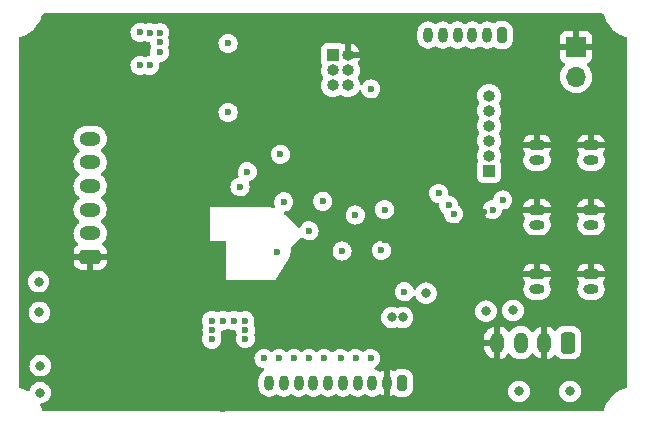
<source format=gbr>
%TF.GenerationSoftware,KiCad,Pcbnew,(6.0.8)*%
%TF.CreationDate,2024-11-24T14:12:11+01:00*%
%TF.ProjectId,WHEEL-07,57484545-4c2d-4303-972e-6b696361645f,rev?*%
%TF.SameCoordinates,Original*%
%TF.FileFunction,Copper,L2,Inr*%
%TF.FilePolarity,Positive*%
%FSLAX46Y46*%
G04 Gerber Fmt 4.6, Leading zero omitted, Abs format (unit mm)*
G04 Created by KiCad (PCBNEW (6.0.8)) date 2024-11-24 14:12:11*
%MOMM*%
%LPD*%
G01*
G04 APERTURE LIST*
G04 Aperture macros list*
%AMRoundRect*
0 Rectangle with rounded corners*
0 $1 Rounding radius*
0 $2 $3 $4 $5 $6 $7 $8 $9 X,Y pos of 4 corners*
0 Add a 4 corners polygon primitive as box body*
4,1,4,$2,$3,$4,$5,$6,$7,$8,$9,$2,$3,0*
0 Add four circle primitives for the rounded corners*
1,1,$1+$1,$2,$3*
1,1,$1+$1,$4,$5*
1,1,$1+$1,$6,$7*
1,1,$1+$1,$8,$9*
0 Add four rect primitives between the rounded corners*
20,1,$1+$1,$2,$3,$4,$5,0*
20,1,$1+$1,$4,$5,$6,$7,0*
20,1,$1+$1,$6,$7,$8,$9,0*
20,1,$1+$1,$8,$9,$2,$3,0*%
G04 Aperture macros list end*
%TA.AperFunction,ComponentPad*%
%ADD10RoundRect,0.250000X0.350000X0.650000X-0.350000X0.650000X-0.350000X-0.650000X0.350000X-0.650000X0*%
%TD*%
%TA.AperFunction,ComponentPad*%
%ADD11O,1.200000X1.800000*%
%TD*%
%TA.AperFunction,ComponentPad*%
%ADD12RoundRect,0.200000X-0.450000X0.200000X-0.450000X-0.200000X0.450000X-0.200000X0.450000X0.200000X0*%
%TD*%
%TA.AperFunction,ComponentPad*%
%ADD13O,1.300000X0.800000*%
%TD*%
%TA.AperFunction,ComponentPad*%
%ADD14RoundRect,0.200000X0.200000X0.450000X-0.200000X0.450000X-0.200000X-0.450000X0.200000X-0.450000X0*%
%TD*%
%TA.AperFunction,ComponentPad*%
%ADD15O,0.800000X1.300000*%
%TD*%
%TA.AperFunction,ComponentPad*%
%ADD16R,1.700000X1.700000*%
%TD*%
%TA.AperFunction,ComponentPad*%
%ADD17O,1.700000X1.700000*%
%TD*%
%TA.AperFunction,ComponentPad*%
%ADD18R,1.000000X1.000000*%
%TD*%
%TA.AperFunction,ComponentPad*%
%ADD19O,1.000000X1.000000*%
%TD*%
%TA.AperFunction,ComponentPad*%
%ADD20RoundRect,0.250000X0.650000X-0.350000X0.650000X0.350000X-0.650000X0.350000X-0.650000X-0.350000X0*%
%TD*%
%TA.AperFunction,ComponentPad*%
%ADD21O,1.800000X1.200000*%
%TD*%
%TA.AperFunction,ViaPad*%
%ADD22C,0.800000*%
%TD*%
%TA.AperFunction,ViaPad*%
%ADD23C,0.600000*%
%TD*%
G04 APERTURE END LIST*
D10*
%TO.N,PADDLE1_IN*%
%TO.C,J5*%
X195405000Y-78930000D03*
D11*
%TO.N,GND*%
X193405000Y-78930000D03*
%TO.N,PADDLE2_IN*%
X191405000Y-78930000D03*
%TO.N,GND*%
X189405000Y-78930000D03*
%TD*%
D12*
%TO.N,GND*%
%TO.C,J7*%
X197358000Y-73152000D03*
D13*
%TO.N,GPIO_3*%
X197358000Y-74402000D03*
%TD*%
D14*
%TO.N,TIM3_CH1*%
%TO.C,J17*%
X189815000Y-52890000D03*
D15*
%TO.N,TIM3_CH2*%
X188565000Y-52890000D03*
%TO.N,TIM3_CH3*%
X187315000Y-52890000D03*
%TO.N,TIM1_CH1*%
X186065000Y-52890000D03*
%TO.N,TIM1_CH2*%
X184815000Y-52890000D03*
%TO.N,TIM1_CH3*%
X183565000Y-52890000D03*
%TD*%
D16*
%TO.N,GND*%
%TO.C,J16*%
X196088000Y-53898800D03*
D17*
%TO.N,+3.3V*%
X196088000Y-56438800D03*
%TD*%
D12*
%TO.N,GND*%
%TO.C,J14*%
X197358000Y-62240000D03*
D13*
%TO.N,GPIO_7*%
X197358000Y-63490000D03*
%TD*%
D12*
%TO.N,GND*%
%TO.C,J10*%
X192786000Y-67701000D03*
D13*
%TO.N,GPIO_6*%
X192786000Y-68951000D03*
%TD*%
D14*
%TO.N,Net-(J12-Pad1)*%
%TO.C,J12*%
X181357600Y-82346800D03*
D15*
%TO.N,GND*%
X180107600Y-82346800D03*
%TO.N,Net-(C31-Pad1)*%
X178857600Y-82346800D03*
%TO.N,Net-(C30-Pad1)*%
X177607600Y-82346800D03*
%TO.N,Net-(C29-Pad1)*%
X176357600Y-82346800D03*
%TO.N,Net-(C28-Pad1)*%
X175107600Y-82346800D03*
%TO.N,Net-(C32-Pad1)*%
X173857600Y-82346800D03*
%TO.N,Net-(C27-Pad1)*%
X172607600Y-82346800D03*
%TO.N,Net-(C26-Pad1)*%
X171357600Y-82346800D03*
%TO.N,Net-(C25-Pad1)*%
X170107600Y-82346800D03*
%TD*%
D18*
%TO.N,+3.3V*%
%TO.C,J11*%
X175524000Y-54605000D03*
D19*
%TO.N,GND*%
X176794000Y-54605000D03*
%TO.N,unconnected-(J11-Pad3)*%
X175524000Y-55875000D03*
%TO.N,NRST*%
X176794000Y-55875000D03*
%TO.N,SWCLK*%
X175524000Y-57145000D03*
%TO.N,SWDIO*%
X176794000Y-57145000D03*
%TD*%
D12*
%TO.N,GND*%
%TO.C,J8*%
X192786000Y-73152000D03*
D13*
%TO.N,GPIO_4*%
X192786000Y-74402000D03*
%TD*%
D12*
%TO.N,GND*%
%TO.C,J9*%
X197358000Y-67696000D03*
D13*
%TO.N,GPIO_5*%
X197358000Y-68946000D03*
%TD*%
D12*
%TO.N,GND*%
%TO.C,J15*%
X192786000Y-62230000D03*
D13*
%TO.N,GPIO_8*%
X192786000Y-63480000D03*
%TD*%
D18*
%TO.N,I2C2_SCL*%
%TO.C,J2*%
X188722000Y-64389000D03*
D19*
%TO.N,I2C2_SDA*%
X188722000Y-63119000D03*
%TO.N,SPI_CS*%
X188722000Y-61849000D03*
%TO.N,SPI2_SCK*%
X188722000Y-60579000D03*
%TO.N,SPI2_MISO*%
X188722000Y-59309000D03*
%TO.N,SPI2_MOSI*%
X188722000Y-58039000D03*
%TD*%
D20*
%TO.N,GND*%
%TO.C,J1*%
X154953200Y-71675000D03*
D21*
%TO.N,12V_CONN*%
X154953200Y-69675000D03*
%TO.N,/CAN_BUS/CAN1_H*%
X154953200Y-67675000D03*
%TO.N,/CAN_BUS/CAN1_L*%
X154953200Y-65675000D03*
%TO.N,/CAN_BUS/CAN2_H*%
X154953200Y-63675000D03*
%TO.N,/CAN_BUS/CAN2_L*%
X154953200Y-61675000D03*
%TD*%
D22*
%TO.N,+3.3V*%
X181400000Y-76800000D03*
X180500000Y-76800000D03*
%TO.N,GND*%
X155690000Y-80990000D03*
D23*
X169037000Y-66294000D03*
X153963332Y-52197000D03*
X169139678Y-77038072D03*
X166624000Y-55118000D03*
D22*
X188722000Y-83058000D03*
D23*
X163372800Y-78943200D03*
X163415000Y-78261800D03*
X154584400Y-52878400D03*
X157400000Y-58526800D03*
X161188400Y-65481200D03*
X162709532Y-78943200D03*
X152594600Y-52878400D03*
D22*
X155760000Y-76370000D03*
D23*
X172466000Y-60198000D03*
X165201600Y-71475600D03*
X153921132Y-52878400D03*
X164600000Y-56200000D03*
D22*
X155750000Y-73850000D03*
D23*
X153257866Y-52878400D03*
X179590539Y-77907639D03*
X163830000Y-69850000D03*
X161383000Y-78943200D03*
X181386517Y-57576683D03*
X179882800Y-70256400D03*
X170789600Y-71272400D03*
X162751732Y-78261800D03*
X166624000Y-60960000D03*
D22*
X193040000Y-83058000D03*
X160320000Y-72640000D03*
X157300000Y-72170000D03*
D23*
X161100000Y-73550000D03*
X161425200Y-78261800D03*
X164600000Y-62200000D03*
X180497517Y-56687683D03*
X188259800Y-67884800D03*
X169016717Y-63647283D03*
X167995600Y-73863200D03*
X166188400Y-84591600D03*
X187502800Y-67259200D03*
X153300066Y-52197000D03*
X152636800Y-52197000D03*
X176225200Y-67665600D03*
D22*
X188468000Y-74742000D03*
D23*
X162088466Y-78261800D03*
X175226422Y-71288273D03*
X180594000Y-75590400D03*
X154626600Y-52197000D03*
X160360000Y-74260000D03*
X174650400Y-70307200D03*
X158340000Y-74680000D03*
X162046266Y-78943200D03*
%TO.N,+3.3V*%
X165252400Y-77063600D03*
X168097200Y-77876400D03*
X168097200Y-78587600D03*
D22*
X195580000Y-83058000D03*
D23*
X181559200Y-74625200D03*
X167115066Y-77063600D03*
X177393600Y-68122800D03*
D22*
X183388000Y-74742000D03*
D23*
X179882800Y-67665600D03*
D22*
X191262000Y-83058000D03*
D23*
X189890400Y-66852800D03*
X174650400Y-66954400D03*
X178719517Y-57449683D03*
X168046400Y-77063600D03*
X166183733Y-77063600D03*
X185724800Y-68021200D03*
X165252400Y-78638400D03*
X168254717Y-64460083D03*
X165269800Y-77875100D03*
X184454800Y-66294000D03*
%TO.N,+3.3VA*%
X176276000Y-71170800D03*
D22*
%TO.N,+12V*%
X150590000Y-73770000D03*
X150650000Y-76380000D03*
X150710000Y-83160000D03*
X150730000Y-80880000D03*
D23*
%TO.N,+5V*%
X160000000Y-52675000D03*
X160000000Y-55450000D03*
X166624000Y-53594000D03*
X160840000Y-54360000D03*
X160840000Y-52680000D03*
X166624000Y-59436000D03*
X160840000Y-53490000D03*
X159175000Y-55450000D03*
X159175000Y-52650000D03*
D22*
%TO.N,Net-(C23-Pad1)*%
X188468000Y-76266000D03*
%TO.N,Net-(C24-Pad1)*%
X190754000Y-76200000D03*
D23*
%TO.N,I2C2_SCL*%
X189028333Y-67664435D03*
%TO.N,I2C2_SDA*%
X185318400Y-67310000D03*
%TO.N,GPIO_3*%
X179616817Y-71123922D03*
%TO.N,NRST*%
X173482000Y-69469000D03*
%TO.N,Net-(C31-Pad1)*%
X178689000Y-80264000D03*
%TO.N,Net-(C30-Pad1)*%
X177419000Y-80264000D03*
%TO.N,Net-(C29-Pad1)*%
X176149000Y-80264000D03*
%TO.N,Net-(C28-Pad1)*%
X174752000Y-80264000D03*
%TO.N,Net-(C32-Pad1)*%
X173482000Y-80264000D03*
%TO.N,Net-(C27-Pad1)*%
X172212000Y-80264000D03*
%TO.N,Net-(C26-Pad1)*%
X170942000Y-80264000D03*
%TO.N,Net-(C25-Pad1)*%
X169672000Y-80264000D03*
%TO.N,BOOT0*%
X171058500Y-62992000D03*
%TO.N,LED_STATUS*%
X171348400Y-67005200D03*
X167640000Y-65735200D03*
%TD*%
%TA.AperFunction,Conductor*%
%TO.N,GND*%
G36*
X198389932Y-51085343D02*
G01*
X198436425Y-51138999D01*
X198442886Y-51156458D01*
X198512261Y-51397248D01*
X198621461Y-51660869D01*
X198759491Y-51910607D01*
X198924614Y-52143320D01*
X199114754Y-52356082D01*
X199327520Y-52546218D01*
X199560236Y-52711337D01*
X199809977Y-52849361D01*
X199813240Y-52850713D01*
X199813243Y-52850714D01*
X199889592Y-52882338D01*
X200073601Y-52958556D01*
X200314382Y-53027923D01*
X200374302Y-53066002D01*
X200404124Y-53130431D01*
X200405500Y-53148999D01*
X200405500Y-82664644D01*
X200385498Y-82732765D01*
X200331842Y-82779258D01*
X200314382Y-82785719D01*
X200076999Y-82854109D01*
X200073594Y-82855090D01*
X200070326Y-82856444D01*
X200070325Y-82856444D01*
X199813236Y-82962934D01*
X199813231Y-82962936D01*
X199809968Y-82964288D01*
X199806874Y-82965998D01*
X199806872Y-82965999D01*
X199799503Y-82970072D01*
X199560227Y-83102317D01*
X199327511Y-83267441D01*
X199114747Y-83457583D01*
X198924609Y-83670351D01*
X198759490Y-83903071D01*
X198757782Y-83906161D01*
X198757781Y-83906163D01*
X198623177Y-84149718D01*
X198623173Y-84149726D01*
X198621466Y-84152815D01*
X198512273Y-84416442D01*
X198511292Y-84419846D01*
X198511291Y-84419850D01*
X198442910Y-84657220D01*
X198404832Y-84717142D01*
X198340403Y-84746965D01*
X198321834Y-84748341D01*
X174663862Y-84748342D01*
X151006122Y-84748342D01*
X150938001Y-84728340D01*
X150891508Y-84674684D01*
X150885046Y-84657221D01*
X150875463Y-84623953D01*
X150839636Y-84499586D01*
X150816670Y-84419865D01*
X150816665Y-84419850D01*
X150815688Y-84416457D01*
X150740375Y-84234627D01*
X150732787Y-84164039D01*
X150764568Y-84100552D01*
X150830588Y-84063165D01*
X150985831Y-84030167D01*
X150985836Y-84030166D01*
X150992288Y-84028794D01*
X151112762Y-83975156D01*
X151160722Y-83953803D01*
X151160724Y-83953802D01*
X151166752Y-83951118D01*
X151321253Y-83838866D01*
X151325675Y-83833955D01*
X151444621Y-83701852D01*
X151444622Y-83701851D01*
X151449040Y-83696944D01*
X151544527Y-83531556D01*
X151603542Y-83349928D01*
X151606742Y-83319487D01*
X151622814Y-83166565D01*
X151623504Y-83160000D01*
X151615437Y-83083250D01*
X151604232Y-82976635D01*
X151604232Y-82976633D01*
X151603542Y-82970072D01*
X151544527Y-82788444D01*
X151539224Y-82779258D01*
X151473051Y-82664644D01*
X151449040Y-82623056D01*
X151362348Y-82526774D01*
X151325675Y-82486045D01*
X151325674Y-82486044D01*
X151321253Y-82481134D01*
X151166752Y-82368882D01*
X151160724Y-82366198D01*
X151160722Y-82366197D01*
X150998319Y-82293891D01*
X150998318Y-82293891D01*
X150992288Y-82291206D01*
X150896112Y-82270763D01*
X150811944Y-82252872D01*
X150811939Y-82252872D01*
X150805487Y-82251500D01*
X150614513Y-82251500D01*
X150608061Y-82252872D01*
X150608056Y-82252872D01*
X150523888Y-82270763D01*
X150427712Y-82291206D01*
X150421682Y-82293891D01*
X150421681Y-82293891D01*
X150259278Y-82366197D01*
X150259276Y-82366198D01*
X150253248Y-82368882D01*
X150098747Y-82481134D01*
X150094326Y-82486044D01*
X150094325Y-82486045D01*
X150057653Y-82526774D01*
X149970960Y-82623056D01*
X149946949Y-82664644D01*
X149880777Y-82779258D01*
X149875473Y-82788444D01*
X149873431Y-82794729D01*
X149819779Y-82959851D01*
X149779705Y-83018457D01*
X149714309Y-83046094D01*
X149638999Y-83031194D01*
X149518013Y-82964326D01*
X149411483Y-82920199D01*
X149257662Y-82856483D01*
X149257654Y-82856480D01*
X149254392Y-82855129D01*
X149250987Y-82854148D01*
X149250984Y-82854147D01*
X149044742Y-82794729D01*
X149013617Y-82785762D01*
X148953696Y-82747684D01*
X148923875Y-82683254D01*
X148922499Y-82664687D01*
X148922499Y-80880000D01*
X149816496Y-80880000D01*
X149817186Y-80886565D01*
X149835682Y-81062541D01*
X149836458Y-81069928D01*
X149895473Y-81251556D01*
X149898776Y-81257278D01*
X149898777Y-81257279D01*
X149925424Y-81303432D01*
X149990960Y-81416944D01*
X150118747Y-81558866D01*
X150273248Y-81671118D01*
X150279276Y-81673802D01*
X150279278Y-81673803D01*
X150408934Y-81731529D01*
X150447712Y-81748794D01*
X150541113Y-81768647D01*
X150628056Y-81787128D01*
X150628061Y-81787128D01*
X150634513Y-81788500D01*
X150825487Y-81788500D01*
X150831939Y-81787128D01*
X150831944Y-81787128D01*
X150918887Y-81768647D01*
X151012288Y-81748794D01*
X151051066Y-81731529D01*
X151180722Y-81673803D01*
X151180724Y-81673802D01*
X151186752Y-81671118D01*
X151341253Y-81558866D01*
X151469040Y-81416944D01*
X151534576Y-81303432D01*
X151561223Y-81257279D01*
X151561224Y-81257278D01*
X151564527Y-81251556D01*
X151623542Y-81069928D01*
X151624319Y-81062541D01*
X151642814Y-80886565D01*
X151643504Y-80880000D01*
X151635118Y-80800214D01*
X151624232Y-80696635D01*
X151624232Y-80696633D01*
X151623542Y-80690072D01*
X151564527Y-80508444D01*
X151469040Y-80343056D01*
X151459725Y-80332710D01*
X151387629Y-80252640D01*
X168858463Y-80252640D01*
X168876163Y-80433160D01*
X168933418Y-80605273D01*
X168937065Y-80611295D01*
X168937066Y-80611297D01*
X168984774Y-80690072D01*
X169027380Y-80760424D01*
X169032269Y-80765487D01*
X169032270Y-80765488D01*
X169065805Y-80800214D01*
X169153382Y-80890902D01*
X169159278Y-80894760D01*
X169290295Y-80980495D01*
X169305159Y-80990222D01*
X169311763Y-80992678D01*
X169311765Y-80992679D01*
X169468558Y-81050990D01*
X169468560Y-81050990D01*
X169475168Y-81053448D01*
X169606989Y-81071037D01*
X169671865Y-81099873D01*
X169710854Y-81159206D01*
X169711574Y-81230199D01*
X169673799Y-81290312D01*
X169655035Y-81303818D01*
X169650848Y-81305682D01*
X169496347Y-81417934D01*
X169491926Y-81422844D01*
X169491925Y-81422845D01*
X169466536Y-81451043D01*
X169368560Y-81559856D01*
X169339407Y-81610350D01*
X169302773Y-81673803D01*
X169273073Y-81725244D01*
X169214058Y-81906872D01*
X169199100Y-82049190D01*
X169199100Y-82644410D01*
X169207771Y-82726911D01*
X169212945Y-82776135D01*
X169214058Y-82786728D01*
X169273073Y-82968356D01*
X169368560Y-83133744D01*
X169372978Y-83138651D01*
X169372979Y-83138652D01*
X169491925Y-83270755D01*
X169496347Y-83275666D01*
X169545956Y-83311709D01*
X169644908Y-83383602D01*
X169650848Y-83387918D01*
X169656876Y-83390602D01*
X169656878Y-83390603D01*
X169802052Y-83455238D01*
X169825312Y-83465594D01*
X169918712Y-83485447D01*
X170005656Y-83503928D01*
X170005661Y-83503928D01*
X170012113Y-83505300D01*
X170203087Y-83505300D01*
X170209539Y-83503928D01*
X170209544Y-83503928D01*
X170296487Y-83485447D01*
X170389888Y-83465594D01*
X170413148Y-83455238D01*
X170558322Y-83390603D01*
X170558324Y-83390602D01*
X170564352Y-83387918D01*
X170570293Y-83383602D01*
X170658539Y-83319487D01*
X170725407Y-83295628D01*
X170794558Y-83311709D01*
X170806661Y-83319487D01*
X170894908Y-83383602D01*
X170900848Y-83387918D01*
X170906876Y-83390602D01*
X170906878Y-83390603D01*
X171052052Y-83455238D01*
X171075312Y-83465594D01*
X171168712Y-83485447D01*
X171255656Y-83503928D01*
X171255661Y-83503928D01*
X171262113Y-83505300D01*
X171453087Y-83505300D01*
X171459539Y-83503928D01*
X171459544Y-83503928D01*
X171546487Y-83485447D01*
X171639888Y-83465594D01*
X171663148Y-83455238D01*
X171808322Y-83390603D01*
X171808324Y-83390602D01*
X171814352Y-83387918D01*
X171820293Y-83383602D01*
X171908539Y-83319487D01*
X171975407Y-83295628D01*
X172044558Y-83311709D01*
X172056661Y-83319487D01*
X172144908Y-83383602D01*
X172150848Y-83387918D01*
X172156876Y-83390602D01*
X172156878Y-83390603D01*
X172302052Y-83455238D01*
X172325312Y-83465594D01*
X172418712Y-83485447D01*
X172505656Y-83503928D01*
X172505661Y-83503928D01*
X172512113Y-83505300D01*
X172703087Y-83505300D01*
X172709539Y-83503928D01*
X172709544Y-83503928D01*
X172796487Y-83485447D01*
X172889888Y-83465594D01*
X172913148Y-83455238D01*
X173058322Y-83390603D01*
X173058324Y-83390602D01*
X173064352Y-83387918D01*
X173070293Y-83383602D01*
X173158539Y-83319487D01*
X173225407Y-83295628D01*
X173294558Y-83311709D01*
X173306661Y-83319487D01*
X173394908Y-83383602D01*
X173400848Y-83387918D01*
X173406876Y-83390602D01*
X173406878Y-83390603D01*
X173552052Y-83455238D01*
X173575312Y-83465594D01*
X173668712Y-83485447D01*
X173755656Y-83503928D01*
X173755661Y-83503928D01*
X173762113Y-83505300D01*
X173953087Y-83505300D01*
X173959539Y-83503928D01*
X173959544Y-83503928D01*
X174046487Y-83485447D01*
X174139888Y-83465594D01*
X174163148Y-83455238D01*
X174308322Y-83390603D01*
X174308324Y-83390602D01*
X174314352Y-83387918D01*
X174320293Y-83383602D01*
X174408539Y-83319487D01*
X174475407Y-83295628D01*
X174544558Y-83311709D01*
X174556661Y-83319487D01*
X174644908Y-83383602D01*
X174650848Y-83387918D01*
X174656876Y-83390602D01*
X174656878Y-83390603D01*
X174802052Y-83455238D01*
X174825312Y-83465594D01*
X174918712Y-83485447D01*
X175005656Y-83503928D01*
X175005661Y-83503928D01*
X175012113Y-83505300D01*
X175203087Y-83505300D01*
X175209539Y-83503928D01*
X175209544Y-83503928D01*
X175296487Y-83485447D01*
X175389888Y-83465594D01*
X175413148Y-83455238D01*
X175558322Y-83390603D01*
X175558324Y-83390602D01*
X175564352Y-83387918D01*
X175570293Y-83383602D01*
X175658539Y-83319487D01*
X175725407Y-83295628D01*
X175794558Y-83311709D01*
X175806661Y-83319487D01*
X175894908Y-83383602D01*
X175900848Y-83387918D01*
X175906876Y-83390602D01*
X175906878Y-83390603D01*
X176052052Y-83455238D01*
X176075312Y-83465594D01*
X176168712Y-83485447D01*
X176255656Y-83503928D01*
X176255661Y-83503928D01*
X176262113Y-83505300D01*
X176453087Y-83505300D01*
X176459539Y-83503928D01*
X176459544Y-83503928D01*
X176546487Y-83485447D01*
X176639888Y-83465594D01*
X176663148Y-83455238D01*
X176808322Y-83390603D01*
X176808324Y-83390602D01*
X176814352Y-83387918D01*
X176820293Y-83383602D01*
X176908539Y-83319487D01*
X176975407Y-83295628D01*
X177044558Y-83311709D01*
X177056661Y-83319487D01*
X177144908Y-83383602D01*
X177150848Y-83387918D01*
X177156876Y-83390602D01*
X177156878Y-83390603D01*
X177302052Y-83455238D01*
X177325312Y-83465594D01*
X177418712Y-83485447D01*
X177505656Y-83503928D01*
X177505661Y-83503928D01*
X177512113Y-83505300D01*
X177703087Y-83505300D01*
X177709539Y-83503928D01*
X177709544Y-83503928D01*
X177796487Y-83485447D01*
X177889888Y-83465594D01*
X177913148Y-83455238D01*
X178058322Y-83390603D01*
X178058324Y-83390602D01*
X178064352Y-83387918D01*
X178070293Y-83383602D01*
X178158539Y-83319487D01*
X178225407Y-83295628D01*
X178294558Y-83311709D01*
X178306661Y-83319487D01*
X178394908Y-83383602D01*
X178400848Y-83387918D01*
X178406876Y-83390602D01*
X178406878Y-83390603D01*
X178552052Y-83455238D01*
X178575312Y-83465594D01*
X178668712Y-83485447D01*
X178755656Y-83503928D01*
X178755661Y-83503928D01*
X178762113Y-83505300D01*
X178953087Y-83505300D01*
X178959539Y-83503928D01*
X178959544Y-83503928D01*
X179046487Y-83485447D01*
X179139888Y-83465594D01*
X179163148Y-83455238D01*
X179308322Y-83390603D01*
X179308324Y-83390602D01*
X179314352Y-83387918D01*
X179408966Y-83319177D01*
X179475830Y-83295320D01*
X179544982Y-83311400D01*
X179557085Y-83319178D01*
X179645757Y-83383602D01*
X179657129Y-83390168D01*
X179819439Y-83462433D01*
X179831925Y-83466490D01*
X179835878Y-83467330D01*
X179849941Y-83466257D01*
X179853600Y-83456303D01*
X179853600Y-83452982D01*
X180361600Y-83452982D01*
X180365573Y-83466513D01*
X180376068Y-83468022D01*
X180383275Y-83466490D01*
X180395761Y-83462433D01*
X180558071Y-83390168D01*
X180569443Y-83383602D01*
X180587787Y-83370274D01*
X180654654Y-83346416D01*
X180727117Y-83364434D01*
X180863901Y-83447272D01*
X180871148Y-83449543D01*
X180871150Y-83449544D01*
X180926744Y-83466966D01*
X181027538Y-83498553D01*
X181100965Y-83505300D01*
X181103863Y-83505300D01*
X181358265Y-83505299D01*
X181614234Y-83505299D01*
X181617092Y-83505036D01*
X181617101Y-83505036D01*
X181654235Y-83501624D01*
X181687662Y-83498553D01*
X181762261Y-83475175D01*
X181844050Y-83449544D01*
X181844052Y-83449543D01*
X181851299Y-83447272D01*
X181997981Y-83358439D01*
X182119239Y-83237181D01*
X182208072Y-83090499D01*
X182218257Y-83058000D01*
X190348496Y-83058000D01*
X190349186Y-83064565D01*
X190359907Y-83166565D01*
X190368458Y-83247928D01*
X190427473Y-83429556D01*
X190430776Y-83435278D01*
X190430777Y-83435279D01*
X190446729Y-83462909D01*
X190522960Y-83594944D01*
X190527378Y-83599851D01*
X190527379Y-83599852D01*
X190646325Y-83731955D01*
X190650747Y-83736866D01*
X190805248Y-83849118D01*
X190811276Y-83851802D01*
X190811278Y-83851803D01*
X190973681Y-83924109D01*
X190979712Y-83926794D01*
X191073112Y-83946647D01*
X191160056Y-83965128D01*
X191160061Y-83965128D01*
X191166513Y-83966500D01*
X191357487Y-83966500D01*
X191363939Y-83965128D01*
X191363944Y-83965128D01*
X191450887Y-83946647D01*
X191544288Y-83926794D01*
X191550319Y-83924109D01*
X191712722Y-83851803D01*
X191712724Y-83851802D01*
X191718752Y-83849118D01*
X191873253Y-83736866D01*
X191877675Y-83731955D01*
X191996621Y-83599852D01*
X191996622Y-83599851D01*
X192001040Y-83594944D01*
X192077271Y-83462909D01*
X192093223Y-83435279D01*
X192093224Y-83435278D01*
X192096527Y-83429556D01*
X192155542Y-83247928D01*
X192164094Y-83166565D01*
X192174814Y-83064565D01*
X192175504Y-83058000D01*
X194666496Y-83058000D01*
X194667186Y-83064565D01*
X194677907Y-83166565D01*
X194686458Y-83247928D01*
X194745473Y-83429556D01*
X194748776Y-83435278D01*
X194748777Y-83435279D01*
X194764729Y-83462909D01*
X194840960Y-83594944D01*
X194845378Y-83599851D01*
X194845379Y-83599852D01*
X194964325Y-83731955D01*
X194968747Y-83736866D01*
X195123248Y-83849118D01*
X195129276Y-83851802D01*
X195129278Y-83851803D01*
X195291681Y-83924109D01*
X195297712Y-83926794D01*
X195391112Y-83946647D01*
X195478056Y-83965128D01*
X195478061Y-83965128D01*
X195484513Y-83966500D01*
X195675487Y-83966500D01*
X195681939Y-83965128D01*
X195681944Y-83965128D01*
X195768887Y-83946647D01*
X195862288Y-83926794D01*
X195868319Y-83924109D01*
X196030722Y-83851803D01*
X196030724Y-83851802D01*
X196036752Y-83849118D01*
X196191253Y-83736866D01*
X196195675Y-83731955D01*
X196314621Y-83599852D01*
X196314622Y-83599851D01*
X196319040Y-83594944D01*
X196395271Y-83462909D01*
X196411223Y-83435279D01*
X196411224Y-83435278D01*
X196414527Y-83429556D01*
X196473542Y-83247928D01*
X196482094Y-83166565D01*
X196492814Y-83064565D01*
X196493504Y-83058000D01*
X196484082Y-82968356D01*
X196474232Y-82874635D01*
X196474232Y-82874633D01*
X196473542Y-82868072D01*
X196414527Y-82686444D01*
X196319040Y-82521056D01*
X196191253Y-82379134D01*
X196036752Y-82266882D01*
X196030724Y-82264198D01*
X196030722Y-82264197D01*
X195868319Y-82191891D01*
X195868318Y-82191891D01*
X195862288Y-82189206D01*
X195768888Y-82169353D01*
X195681944Y-82150872D01*
X195681939Y-82150872D01*
X195675487Y-82149500D01*
X195484513Y-82149500D01*
X195478061Y-82150872D01*
X195478056Y-82150872D01*
X195391112Y-82169353D01*
X195297712Y-82189206D01*
X195291682Y-82191891D01*
X195291681Y-82191891D01*
X195129278Y-82264197D01*
X195129276Y-82264198D01*
X195123248Y-82266882D01*
X194968747Y-82379134D01*
X194840960Y-82521056D01*
X194745473Y-82686444D01*
X194686458Y-82868072D01*
X194685768Y-82874633D01*
X194685768Y-82874635D01*
X194675918Y-82968356D01*
X194666496Y-83058000D01*
X192175504Y-83058000D01*
X192166082Y-82968356D01*
X192156232Y-82874635D01*
X192156232Y-82874633D01*
X192155542Y-82868072D01*
X192096527Y-82686444D01*
X192001040Y-82521056D01*
X191873253Y-82379134D01*
X191718752Y-82266882D01*
X191712724Y-82264198D01*
X191712722Y-82264197D01*
X191550319Y-82191891D01*
X191550318Y-82191891D01*
X191544288Y-82189206D01*
X191450888Y-82169353D01*
X191363944Y-82150872D01*
X191363939Y-82150872D01*
X191357487Y-82149500D01*
X191166513Y-82149500D01*
X191160061Y-82150872D01*
X191160056Y-82150872D01*
X191073112Y-82169353D01*
X190979712Y-82189206D01*
X190973682Y-82191891D01*
X190973681Y-82191891D01*
X190811278Y-82264197D01*
X190811276Y-82264198D01*
X190805248Y-82266882D01*
X190650747Y-82379134D01*
X190522960Y-82521056D01*
X190427473Y-82686444D01*
X190368458Y-82868072D01*
X190367768Y-82874633D01*
X190367768Y-82874635D01*
X190357918Y-82968356D01*
X190348496Y-83058000D01*
X182218257Y-83058000D01*
X182226658Y-83031193D01*
X182248035Y-82962978D01*
X182259353Y-82926862D01*
X182266100Y-82853435D01*
X182266099Y-81840166D01*
X182259353Y-81766738D01*
X182248319Y-81731529D01*
X182210344Y-81610350D01*
X182210343Y-81610348D01*
X182208072Y-81603101D01*
X182119239Y-81456419D01*
X181997981Y-81335161D01*
X181851299Y-81246328D01*
X181844052Y-81244057D01*
X181844050Y-81244056D01*
X181741666Y-81211971D01*
X181687662Y-81195047D01*
X181614235Y-81188300D01*
X181611337Y-81188300D01*
X181356935Y-81188301D01*
X181100966Y-81188301D01*
X181098108Y-81188564D01*
X181098099Y-81188564D01*
X181062596Y-81191826D01*
X181027538Y-81195047D01*
X181021160Y-81197046D01*
X181021159Y-81197046D01*
X180871150Y-81244056D01*
X180871148Y-81244057D01*
X180863901Y-81246328D01*
X180727117Y-81329166D01*
X180658490Y-81347345D01*
X180587787Y-81323326D01*
X180569443Y-81309998D01*
X180558071Y-81303432D01*
X180395761Y-81231167D01*
X180383275Y-81227110D01*
X180379322Y-81226270D01*
X180365259Y-81227343D01*
X180361600Y-81237297D01*
X180361600Y-83452982D01*
X179853600Y-83452982D01*
X179853600Y-81240618D01*
X179849627Y-81227087D01*
X179839132Y-81225578D01*
X179831925Y-81227110D01*
X179819439Y-81231167D01*
X179657129Y-81303432D01*
X179645757Y-81309998D01*
X179557085Y-81374422D01*
X179490217Y-81398281D01*
X179421066Y-81382200D01*
X179408980Y-81374434D01*
X179314352Y-81305682D01*
X179308324Y-81302998D01*
X179308322Y-81302997D01*
X179145919Y-81230691D01*
X179145918Y-81230691D01*
X179139888Y-81228006D01*
X179133436Y-81226634D01*
X179133431Y-81226633D01*
X179093934Y-81218238D01*
X179031460Y-81184509D01*
X178997139Y-81122360D01*
X179001867Y-81051521D01*
X179044143Y-80994483D01*
X179055609Y-80986765D01*
X179180912Y-80912069D01*
X179312266Y-80786982D01*
X179412643Y-80635902D01*
X179477055Y-80466338D01*
X179478035Y-80459366D01*
X179501748Y-80290639D01*
X179501748Y-80290636D01*
X179502299Y-80286717D01*
X179502511Y-80271550D01*
X179502561Y-80267962D01*
X179502561Y-80267957D01*
X179502616Y-80264000D01*
X179482397Y-80083745D01*
X179480080Y-80077091D01*
X179425064Y-79919106D01*
X179425062Y-79919103D01*
X179422745Y-79912448D01*
X179371908Y-79831091D01*
X179330359Y-79764598D01*
X179326626Y-79758624D01*
X179312941Y-79744843D01*
X179203778Y-79634915D01*
X179203774Y-79634912D01*
X179198815Y-79629918D01*
X179187697Y-79622862D01*
X179066995Y-79546263D01*
X179045666Y-79532727D01*
X179016463Y-79522328D01*
X178881425Y-79474243D01*
X178881420Y-79474242D01*
X178874790Y-79471881D01*
X178867802Y-79471048D01*
X178867799Y-79471047D01*
X178744698Y-79456368D01*
X178694680Y-79450404D01*
X178687677Y-79451140D01*
X178687676Y-79451140D01*
X178521288Y-79468628D01*
X178521286Y-79468629D01*
X178514288Y-79469364D01*
X178342579Y-79527818D01*
X178280109Y-79566250D01*
X178194095Y-79619166D01*
X178194092Y-79619168D01*
X178188088Y-79622862D01*
X178183053Y-79627793D01*
X178183050Y-79627795D01*
X178142487Y-79667518D01*
X178079822Y-79700889D01*
X178009063Y-79695083D01*
X177964923Y-79666279D01*
X177928815Y-79629918D01*
X177917697Y-79622862D01*
X177796995Y-79546263D01*
X177775666Y-79532727D01*
X177746463Y-79522328D01*
X177611425Y-79474243D01*
X177611420Y-79474242D01*
X177604790Y-79471881D01*
X177597802Y-79471048D01*
X177597799Y-79471047D01*
X177474698Y-79456368D01*
X177424680Y-79450404D01*
X177417677Y-79451140D01*
X177417676Y-79451140D01*
X177251288Y-79468628D01*
X177251286Y-79468629D01*
X177244288Y-79469364D01*
X177072579Y-79527818D01*
X177010109Y-79566250D01*
X176924095Y-79619166D01*
X176924092Y-79619168D01*
X176918088Y-79622862D01*
X176913053Y-79627793D01*
X176913050Y-79627795D01*
X176872487Y-79667518D01*
X176809822Y-79700889D01*
X176739063Y-79695083D01*
X176694923Y-79666279D01*
X176658815Y-79629918D01*
X176647697Y-79622862D01*
X176526995Y-79546263D01*
X176505666Y-79532727D01*
X176476463Y-79522328D01*
X176341425Y-79474243D01*
X176341420Y-79474242D01*
X176334790Y-79471881D01*
X176327802Y-79471048D01*
X176327799Y-79471047D01*
X176204698Y-79456368D01*
X176154680Y-79450404D01*
X176147677Y-79451140D01*
X176147676Y-79451140D01*
X175981288Y-79468628D01*
X175981286Y-79468629D01*
X175974288Y-79469364D01*
X175802579Y-79527818D01*
X175740109Y-79566250D01*
X175654095Y-79619166D01*
X175654092Y-79619168D01*
X175648088Y-79622862D01*
X175643053Y-79627793D01*
X175643050Y-79627795D01*
X175603752Y-79666279D01*
X175538100Y-79730571D01*
X175475436Y-79763941D01*
X175404677Y-79758135D01*
X175360537Y-79729331D01*
X175266778Y-79634915D01*
X175266774Y-79634912D01*
X175261815Y-79629918D01*
X175250697Y-79622862D01*
X175129995Y-79546263D01*
X175108666Y-79532727D01*
X175079463Y-79522328D01*
X174944425Y-79474243D01*
X174944420Y-79474242D01*
X174937790Y-79471881D01*
X174930802Y-79471048D01*
X174930799Y-79471047D01*
X174807698Y-79456368D01*
X174757680Y-79450404D01*
X174750677Y-79451140D01*
X174750676Y-79451140D01*
X174584288Y-79468628D01*
X174584286Y-79468629D01*
X174577288Y-79469364D01*
X174405579Y-79527818D01*
X174343109Y-79566250D01*
X174257095Y-79619166D01*
X174257092Y-79619168D01*
X174251088Y-79622862D01*
X174246053Y-79627793D01*
X174246050Y-79627795D01*
X174205487Y-79667518D01*
X174142822Y-79700889D01*
X174072063Y-79695083D01*
X174027923Y-79666279D01*
X173991815Y-79629918D01*
X173980697Y-79622862D01*
X173859995Y-79546263D01*
X173838666Y-79532727D01*
X173809463Y-79522328D01*
X173674425Y-79474243D01*
X173674420Y-79474242D01*
X173667790Y-79471881D01*
X173660802Y-79471048D01*
X173660799Y-79471047D01*
X173537698Y-79456368D01*
X173487680Y-79450404D01*
X173480677Y-79451140D01*
X173480676Y-79451140D01*
X173314288Y-79468628D01*
X173314286Y-79468629D01*
X173307288Y-79469364D01*
X173135579Y-79527818D01*
X173073109Y-79566250D01*
X172987095Y-79619166D01*
X172987092Y-79619168D01*
X172981088Y-79622862D01*
X172976053Y-79627793D01*
X172976050Y-79627795D01*
X172935487Y-79667518D01*
X172872822Y-79700889D01*
X172802063Y-79695083D01*
X172757923Y-79666279D01*
X172721815Y-79629918D01*
X172710697Y-79622862D01*
X172589995Y-79546263D01*
X172568666Y-79532727D01*
X172539463Y-79522328D01*
X172404425Y-79474243D01*
X172404420Y-79474242D01*
X172397790Y-79471881D01*
X172390802Y-79471048D01*
X172390799Y-79471047D01*
X172267698Y-79456368D01*
X172217680Y-79450404D01*
X172210677Y-79451140D01*
X172210676Y-79451140D01*
X172044288Y-79468628D01*
X172044286Y-79468629D01*
X172037288Y-79469364D01*
X171865579Y-79527818D01*
X171803109Y-79566250D01*
X171717095Y-79619166D01*
X171717092Y-79619168D01*
X171711088Y-79622862D01*
X171706053Y-79627793D01*
X171706050Y-79627795D01*
X171665487Y-79667518D01*
X171602822Y-79700889D01*
X171532063Y-79695083D01*
X171487923Y-79666279D01*
X171451815Y-79629918D01*
X171440697Y-79622862D01*
X171319995Y-79546263D01*
X171298666Y-79532727D01*
X171269463Y-79522328D01*
X171134425Y-79474243D01*
X171134420Y-79474242D01*
X171127790Y-79471881D01*
X171120802Y-79471048D01*
X171120799Y-79471047D01*
X170997698Y-79456368D01*
X170947680Y-79450404D01*
X170940677Y-79451140D01*
X170940676Y-79451140D01*
X170774288Y-79468628D01*
X170774286Y-79468629D01*
X170767288Y-79469364D01*
X170595579Y-79527818D01*
X170533109Y-79566250D01*
X170447095Y-79619166D01*
X170447092Y-79619168D01*
X170441088Y-79622862D01*
X170436053Y-79627793D01*
X170436050Y-79627795D01*
X170395487Y-79667518D01*
X170332822Y-79700889D01*
X170262063Y-79695083D01*
X170217923Y-79666279D01*
X170181815Y-79629918D01*
X170170697Y-79622862D01*
X170049995Y-79546263D01*
X170028666Y-79532727D01*
X169999463Y-79522328D01*
X169864425Y-79474243D01*
X169864420Y-79474242D01*
X169857790Y-79471881D01*
X169850802Y-79471048D01*
X169850799Y-79471047D01*
X169727698Y-79456368D01*
X169677680Y-79450404D01*
X169670677Y-79451140D01*
X169670676Y-79451140D01*
X169504288Y-79468628D01*
X169504286Y-79468629D01*
X169497288Y-79469364D01*
X169325579Y-79527818D01*
X169263109Y-79566250D01*
X169177095Y-79619166D01*
X169177092Y-79619168D01*
X169171088Y-79622862D01*
X169166053Y-79627793D01*
X169166050Y-79627795D01*
X169055386Y-79736166D01*
X169041493Y-79749771D01*
X168943235Y-79902238D01*
X168940826Y-79908858D01*
X168940824Y-79908861D01*
X168887871Y-80054348D01*
X168881197Y-80072685D01*
X168858463Y-80252640D01*
X151387629Y-80252640D01*
X151345675Y-80206045D01*
X151345674Y-80206044D01*
X151341253Y-80201134D01*
X151186752Y-80088882D01*
X151180724Y-80086198D01*
X151180722Y-80086197D01*
X151018319Y-80013891D01*
X151018318Y-80013891D01*
X151012288Y-80011206D01*
X150918887Y-79991353D01*
X150831944Y-79972872D01*
X150831939Y-79972872D01*
X150825487Y-79971500D01*
X150634513Y-79971500D01*
X150628061Y-79972872D01*
X150628056Y-79972872D01*
X150541113Y-79991353D01*
X150447712Y-80011206D01*
X150441682Y-80013891D01*
X150441681Y-80013891D01*
X150279278Y-80086197D01*
X150279276Y-80086198D01*
X150273248Y-80088882D01*
X150118747Y-80201134D01*
X150114326Y-80206044D01*
X150114325Y-80206045D01*
X150000276Y-80332710D01*
X149990960Y-80343056D01*
X149895473Y-80508444D01*
X149836458Y-80690072D01*
X149835768Y-80696633D01*
X149835768Y-80696635D01*
X149824882Y-80800214D01*
X149816496Y-80880000D01*
X148922499Y-80880000D01*
X148922499Y-78627040D01*
X164438863Y-78627040D01*
X164456563Y-78807560D01*
X164513818Y-78979673D01*
X164517465Y-78985695D01*
X164517466Y-78985697D01*
X164593099Y-79110582D01*
X164607780Y-79134824D01*
X164612669Y-79139887D01*
X164612670Y-79139888D01*
X164684725Y-79214502D01*
X164733782Y-79265302D01*
X164766129Y-79286469D01*
X164830431Y-79328547D01*
X164885559Y-79364622D01*
X164892163Y-79367078D01*
X164892165Y-79367079D01*
X165048958Y-79425390D01*
X165048960Y-79425390D01*
X165055568Y-79427848D01*
X165139395Y-79439033D01*
X165228380Y-79450907D01*
X165228384Y-79450907D01*
X165235361Y-79451838D01*
X165242372Y-79451200D01*
X165242376Y-79451200D01*
X165384859Y-79438232D01*
X165416000Y-79435398D01*
X165422702Y-79433220D01*
X165422704Y-79433220D01*
X165581809Y-79381524D01*
X165581812Y-79381523D01*
X165588508Y-79379347D01*
X165744312Y-79286469D01*
X165875666Y-79161382D01*
X165976043Y-79010302D01*
X166040455Y-78840738D01*
X166041435Y-78833766D01*
X166065148Y-78665039D01*
X166065148Y-78665036D01*
X166065699Y-78661117D01*
X166066016Y-78638400D01*
X166045797Y-78458145D01*
X166041946Y-78447085D01*
X166030544Y-78414344D01*
X165997478Y-78319392D01*
X165993964Y-78248484D01*
X165998681Y-78233212D01*
X165998813Y-78232866D01*
X166030827Y-78148588D01*
X166055355Y-78084020D01*
X166055356Y-78084018D01*
X166057855Y-78077438D01*
X166063503Y-78037251D01*
X166071076Y-77983369D01*
X166100365Y-77918695D01*
X166159969Y-77880122D01*
X166184430Y-77875424D01*
X166312809Y-77863740D01*
X166347333Y-77860598D01*
X166354035Y-77858420D01*
X166354037Y-77858420D01*
X166513142Y-77806724D01*
X166513145Y-77806723D01*
X166519841Y-77804547D01*
X166583499Y-77766599D01*
X166652254Y-77748899D01*
X166717010Y-77769396D01*
X166748225Y-77789822D01*
X166754829Y-77792278D01*
X166911624Y-77850590D01*
X166911626Y-77850590D01*
X166918234Y-77853048D01*
X166998365Y-77863740D01*
X167091046Y-77876107D01*
X167091050Y-77876107D01*
X167098027Y-77877038D01*
X167105038Y-77876400D01*
X167105041Y-77876400D01*
X167132456Y-77873905D01*
X167158578Y-77871527D01*
X167228231Y-77885272D01*
X167279396Y-77934493D01*
X167295397Y-77984713D01*
X167301363Y-78045560D01*
X167327239Y-78123345D01*
X167350875Y-78194396D01*
X167353398Y-78265347D01*
X167349720Y-78277257D01*
X167306397Y-78396285D01*
X167283663Y-78576240D01*
X167301363Y-78756760D01*
X167358618Y-78928873D01*
X167362265Y-78934895D01*
X167362266Y-78934897D01*
X167407933Y-79010302D01*
X167452580Y-79084024D01*
X167578582Y-79214502D01*
X167730359Y-79313822D01*
X167736963Y-79316278D01*
X167736965Y-79316279D01*
X167893758Y-79374590D01*
X167893760Y-79374590D01*
X167900368Y-79377048D01*
X167984195Y-79388233D01*
X168073180Y-79400107D01*
X168073184Y-79400107D01*
X168080161Y-79401038D01*
X168087172Y-79400400D01*
X168087176Y-79400400D01*
X168229659Y-79387432D01*
X168260800Y-79384598D01*
X168267502Y-79382420D01*
X168267504Y-79382420D01*
X168426609Y-79330724D01*
X168426612Y-79330723D01*
X168433308Y-79328547D01*
X168515028Y-79279832D01*
X188297000Y-79279832D01*
X188297285Y-79285808D01*
X188311471Y-79434494D01*
X188313730Y-79446228D01*
X188369872Y-79637599D01*
X188374302Y-79648675D01*
X188465619Y-79825978D01*
X188472069Y-79836024D01*
X188595262Y-79992857D01*
X188603499Y-80001506D01*
X188754123Y-80132212D01*
X188763847Y-80139147D01*
X188936467Y-80239010D01*
X188947331Y-80243984D01*
X189135727Y-80309407D01*
X189136716Y-80309648D01*
X189147008Y-80308180D01*
X189151000Y-80294615D01*
X189151000Y-80290402D01*
X189659000Y-80290402D01*
X189662973Y-80303933D01*
X189672399Y-80305288D01*
X189761537Y-80283806D01*
X189772832Y-80279917D01*
X189954382Y-80197371D01*
X189964724Y-80191424D01*
X190127397Y-80076032D01*
X190136425Y-80068239D01*
X190274342Y-79924169D01*
X190281741Y-79914800D01*
X190299418Y-79887423D01*
X190353172Y-79841045D01*
X190423468Y-79831091D01*
X190487985Y-79860722D01*
X190504356Y-79877937D01*
X190598604Y-79997920D01*
X190603135Y-80001852D01*
X190603138Y-80001855D01*
X190688620Y-80076032D01*
X190758363Y-80136552D01*
X190763549Y-80139552D01*
X190763553Y-80139555D01*
X190859957Y-80195326D01*
X190941454Y-80242473D01*
X191141271Y-80311861D01*
X191147206Y-80312722D01*
X191147208Y-80312722D01*
X191344664Y-80341352D01*
X191344667Y-80341352D01*
X191350604Y-80342213D01*
X191561899Y-80332433D01*
X191693077Y-80300819D01*
X191761701Y-80284281D01*
X191761703Y-80284280D01*
X191767534Y-80282875D01*
X191772992Y-80280393D01*
X191772996Y-80280392D01*
X191947313Y-80201134D01*
X191960087Y-80195326D01*
X192104674Y-80092763D01*
X192127725Y-80076412D01*
X192127726Y-80076411D01*
X192132611Y-80072946D01*
X192278881Y-79920150D01*
X192282130Y-79915119D01*
X192282135Y-79915112D01*
X192300033Y-79887393D01*
X192353789Y-79841016D01*
X192424085Y-79831063D01*
X192488602Y-79860696D01*
X192504970Y-79877909D01*
X192595262Y-79992857D01*
X192603499Y-80001506D01*
X192754123Y-80132212D01*
X192763847Y-80139147D01*
X192936467Y-80239010D01*
X192947331Y-80243984D01*
X193135727Y-80309407D01*
X193136716Y-80309648D01*
X193147008Y-80308180D01*
X193151000Y-80294615D01*
X193151000Y-80290402D01*
X193659000Y-80290402D01*
X193662973Y-80303933D01*
X193672399Y-80305288D01*
X193761537Y-80283806D01*
X193772832Y-80279917D01*
X193954382Y-80197371D01*
X193964724Y-80191424D01*
X194127397Y-80076032D01*
X194136425Y-80068239D01*
X194223535Y-79977243D01*
X194285090Y-79941867D01*
X194356000Y-79945386D01*
X194413750Y-79986683D01*
X194421685Y-79998053D01*
X194456522Y-80054348D01*
X194581697Y-80179305D01*
X194587927Y-80183145D01*
X194587928Y-80183146D01*
X194725525Y-80267962D01*
X194732262Y-80272115D01*
X194800098Y-80294615D01*
X194893611Y-80325632D01*
X194893613Y-80325632D01*
X194900139Y-80327797D01*
X194906975Y-80328497D01*
X194906978Y-80328498D01*
X194945386Y-80332433D01*
X195004600Y-80338500D01*
X195805400Y-80338500D01*
X195808646Y-80338163D01*
X195808650Y-80338163D01*
X195904308Y-80328238D01*
X195904312Y-80328237D01*
X195911166Y-80327526D01*
X195917702Y-80325345D01*
X195917704Y-80325345D01*
X196053867Y-80279917D01*
X196078946Y-80271550D01*
X196229348Y-80178478D01*
X196354305Y-80053303D01*
X196391565Y-79992857D01*
X196443275Y-79908968D01*
X196443276Y-79908966D01*
X196447115Y-79902738D01*
X196494915Y-79758624D01*
X196500632Y-79741389D01*
X196500632Y-79741387D01*
X196502797Y-79734861D01*
X196513500Y-79630400D01*
X196513500Y-78229600D01*
X196513163Y-78226350D01*
X196503238Y-78130692D01*
X196503237Y-78130688D01*
X196502526Y-78123834D01*
X196470857Y-78028909D01*
X196448868Y-77963002D01*
X196446550Y-77956054D01*
X196353478Y-77805652D01*
X196228303Y-77680695D01*
X196208996Y-77668794D01*
X196083968Y-77591725D01*
X196083966Y-77591724D01*
X196077738Y-77587885D01*
X195969005Y-77551820D01*
X195916389Y-77534368D01*
X195916387Y-77534368D01*
X195909861Y-77532203D01*
X195903025Y-77531503D01*
X195903022Y-77531502D01*
X195859969Y-77527091D01*
X195805400Y-77521500D01*
X195004600Y-77521500D01*
X195001354Y-77521837D01*
X195001350Y-77521837D01*
X194905692Y-77531762D01*
X194905688Y-77531763D01*
X194898834Y-77532474D01*
X194892298Y-77534655D01*
X194892296Y-77534655D01*
X194828117Y-77556067D01*
X194731054Y-77588450D01*
X194580652Y-77681522D01*
X194455695Y-77806697D01*
X194451853Y-77812929D01*
X194451852Y-77812931D01*
X194423645Y-77858690D01*
X194370873Y-77906183D01*
X194300801Y-77917605D01*
X194235677Y-77889331D01*
X194217298Y-77870403D01*
X194214738Y-77867144D01*
X194206501Y-77858494D01*
X194055877Y-77727788D01*
X194046153Y-77720853D01*
X193873533Y-77620990D01*
X193862669Y-77616016D01*
X193674273Y-77550593D01*
X193673284Y-77550352D01*
X193662992Y-77551820D01*
X193659000Y-77565385D01*
X193659000Y-80290402D01*
X193151000Y-80290402D01*
X193151000Y-77569598D01*
X193147027Y-77556067D01*
X193137601Y-77554712D01*
X193048463Y-77576194D01*
X193037168Y-77580083D01*
X192855618Y-77662629D01*
X192845276Y-77668576D01*
X192682603Y-77783968D01*
X192673575Y-77791761D01*
X192535658Y-77935831D01*
X192528259Y-77945200D01*
X192510582Y-77972577D01*
X192456828Y-78018955D01*
X192386532Y-78028909D01*
X192322015Y-77999278D01*
X192305644Y-77982063D01*
X192255868Y-77918695D01*
X192211396Y-77862080D01*
X192206865Y-77858148D01*
X192206862Y-77858145D01*
X192056167Y-77727379D01*
X192051637Y-77723448D01*
X192046451Y-77720448D01*
X192046447Y-77720445D01*
X191873742Y-77620533D01*
X191868546Y-77617527D01*
X191668729Y-77548139D01*
X191662794Y-77547278D01*
X191662792Y-77547278D01*
X191465336Y-77518648D01*
X191465333Y-77518648D01*
X191459396Y-77517787D01*
X191248101Y-77527567D01*
X191135466Y-77554712D01*
X191048299Y-77575719D01*
X191048297Y-77575720D01*
X191042466Y-77577125D01*
X191037008Y-77579607D01*
X191037004Y-77579608D01*
X190945990Y-77620990D01*
X190849913Y-77664674D01*
X190677389Y-77787054D01*
X190531119Y-77939850D01*
X190527870Y-77944881D01*
X190527865Y-77944888D01*
X190509967Y-77972607D01*
X190456211Y-78018984D01*
X190385915Y-78028937D01*
X190321398Y-77999304D01*
X190305030Y-77982091D01*
X190214738Y-77867143D01*
X190206501Y-77858494D01*
X190055877Y-77727788D01*
X190046153Y-77720853D01*
X189873533Y-77620990D01*
X189862669Y-77616016D01*
X189674273Y-77550593D01*
X189673284Y-77550352D01*
X189662992Y-77551820D01*
X189659000Y-77565385D01*
X189659000Y-80290402D01*
X189151000Y-80290402D01*
X189151000Y-79202115D01*
X189146525Y-79186876D01*
X189145135Y-79185671D01*
X189137452Y-79184000D01*
X188315115Y-79184000D01*
X188299876Y-79188475D01*
X188298671Y-79189865D01*
X188297000Y-79197548D01*
X188297000Y-79279832D01*
X168515028Y-79279832D01*
X168589112Y-79235669D01*
X168720466Y-79110582D01*
X168820843Y-78959502D01*
X168878561Y-78807560D01*
X168882755Y-78796520D01*
X168882756Y-78796518D01*
X168885255Y-78789938D01*
X168886235Y-78782966D01*
X168903814Y-78657885D01*
X188297000Y-78657885D01*
X188301475Y-78673124D01*
X188302865Y-78674329D01*
X188310548Y-78676000D01*
X189132885Y-78676000D01*
X189148124Y-78671525D01*
X189149329Y-78670135D01*
X189151000Y-78662452D01*
X189151000Y-77569598D01*
X189147027Y-77556067D01*
X189137601Y-77554712D01*
X189048463Y-77576194D01*
X189037168Y-77580083D01*
X188855618Y-77662629D01*
X188845276Y-77668576D01*
X188682603Y-77783968D01*
X188673575Y-77791761D01*
X188535658Y-77935831D01*
X188528262Y-77945196D01*
X188420079Y-78112741D01*
X188414583Y-78123345D01*
X188340039Y-78308312D01*
X188336645Y-78319770D01*
X188298143Y-78516928D01*
X188297066Y-78525791D01*
X188297000Y-78528500D01*
X188297000Y-78657885D01*
X168903814Y-78657885D01*
X168909948Y-78614239D01*
X168909948Y-78614236D01*
X168910499Y-78610317D01*
X168910816Y-78587600D01*
X168890597Y-78407345D01*
X168886746Y-78396285D01*
X168843422Y-78271877D01*
X168839908Y-78200968D01*
X168844625Y-78185696D01*
X168882755Y-78085320D01*
X168882756Y-78085318D01*
X168885255Y-78078738D01*
X168886418Y-78070465D01*
X168909948Y-77903039D01*
X168909948Y-77903036D01*
X168910499Y-77899117D01*
X168910816Y-77876400D01*
X168890597Y-77696145D01*
X168887309Y-77686704D01*
X168833264Y-77531506D01*
X168833262Y-77531502D01*
X168830945Y-77524848D01*
X168805104Y-77483494D01*
X168785970Y-77415126D01*
X168794172Y-77371983D01*
X168831955Y-77272520D01*
X168831956Y-77272518D01*
X168834455Y-77265938D01*
X168836672Y-77250166D01*
X168859148Y-77090239D01*
X168859148Y-77090236D01*
X168859699Y-77086317D01*
X168859852Y-77075338D01*
X168859961Y-77067562D01*
X168859961Y-77067557D01*
X168860016Y-77063600D01*
X168839797Y-76883345D01*
X168836527Y-76873955D01*
X168810773Y-76800000D01*
X179586496Y-76800000D01*
X179606458Y-76989928D01*
X179665473Y-77171556D01*
X179760960Y-77336944D01*
X179888747Y-77478866D01*
X179961552Y-77531762D01*
X180028060Y-77580083D01*
X180043248Y-77591118D01*
X180049276Y-77593802D01*
X180049278Y-77593803D01*
X180202888Y-77662194D01*
X180217712Y-77668794D01*
X180311112Y-77688647D01*
X180398056Y-77707128D01*
X180398061Y-77707128D01*
X180404513Y-77708500D01*
X180595487Y-77708500D01*
X180601939Y-77707128D01*
X180601944Y-77707128D01*
X180688888Y-77688647D01*
X180782288Y-77668794D01*
X180898752Y-77616941D01*
X180969118Y-77607507D01*
X181001246Y-77616940D01*
X181117712Y-77668794D01*
X181211112Y-77688647D01*
X181298056Y-77707128D01*
X181298061Y-77707128D01*
X181304513Y-77708500D01*
X181495487Y-77708500D01*
X181501939Y-77707128D01*
X181501944Y-77707128D01*
X181588888Y-77688647D01*
X181682288Y-77668794D01*
X181697112Y-77662194D01*
X181850722Y-77593803D01*
X181850724Y-77593802D01*
X181856752Y-77591118D01*
X181871941Y-77580083D01*
X181938448Y-77531762D01*
X182011253Y-77478866D01*
X182139040Y-77336944D01*
X182234527Y-77171556D01*
X182293542Y-76989928D01*
X182313504Y-76800000D01*
X182307752Y-76745271D01*
X182294232Y-76616635D01*
X182294232Y-76616633D01*
X182293542Y-76610072D01*
X182234527Y-76428444D01*
X182228940Y-76418766D01*
X182194403Y-76358947D01*
X182140740Y-76266000D01*
X187554496Y-76266000D01*
X187555186Y-76272565D01*
X187570941Y-76422462D01*
X187574458Y-76455928D01*
X187633473Y-76637556D01*
X187728960Y-76802944D01*
X187733378Y-76807851D01*
X187733379Y-76807852D01*
X187795362Y-76876691D01*
X187856747Y-76944866D01*
X187918769Y-76989928D01*
X187994908Y-77045246D01*
X188011248Y-77057118D01*
X188017276Y-77059802D01*
X188017278Y-77059803D01*
X188126654Y-77108500D01*
X188185712Y-77134794D01*
X188279112Y-77154647D01*
X188366056Y-77173128D01*
X188366061Y-77173128D01*
X188372513Y-77174500D01*
X188563487Y-77174500D01*
X188569939Y-77173128D01*
X188569944Y-77173128D01*
X188656888Y-77154647D01*
X188750288Y-77134794D01*
X188809346Y-77108500D01*
X188918722Y-77059803D01*
X188918724Y-77059802D01*
X188924752Y-77057118D01*
X188941093Y-77045246D01*
X189017231Y-76989928D01*
X189079253Y-76944866D01*
X189140638Y-76876691D01*
X189202621Y-76807852D01*
X189202622Y-76807851D01*
X189207040Y-76802944D01*
X189302527Y-76637556D01*
X189361542Y-76455928D01*
X189365060Y-76422462D01*
X189380814Y-76272565D01*
X189381504Y-76266000D01*
X189374567Y-76200000D01*
X189840496Y-76200000D01*
X189841186Y-76206565D01*
X189859415Y-76380000D01*
X189860458Y-76389928D01*
X189919473Y-76571556D01*
X190014960Y-76736944D01*
X190019378Y-76741851D01*
X190019379Y-76741852D01*
X190077647Y-76806565D01*
X190142747Y-76878866D01*
X190297248Y-76991118D01*
X190303276Y-76993802D01*
X190303278Y-76993803D01*
X190460046Y-77063600D01*
X190471712Y-77068794D01*
X190535521Y-77082357D01*
X190652056Y-77107128D01*
X190652061Y-77107128D01*
X190658513Y-77108500D01*
X190849487Y-77108500D01*
X190855939Y-77107128D01*
X190855944Y-77107128D01*
X190972479Y-77082357D01*
X191036288Y-77068794D01*
X191047954Y-77063600D01*
X191204722Y-76993803D01*
X191204724Y-76993802D01*
X191210752Y-76991118D01*
X191365253Y-76878866D01*
X191430353Y-76806565D01*
X191488621Y-76741852D01*
X191488622Y-76741851D01*
X191493040Y-76736944D01*
X191588527Y-76571556D01*
X191647542Y-76389928D01*
X191648586Y-76380000D01*
X191666814Y-76206565D01*
X191667504Y-76200000D01*
X191647542Y-76010072D01*
X191588527Y-75828444D01*
X191493040Y-75663056D01*
X191447219Y-75612166D01*
X191369675Y-75526045D01*
X191369674Y-75526044D01*
X191365253Y-75521134D01*
X191266157Y-75449136D01*
X191216094Y-75412763D01*
X191216093Y-75412762D01*
X191210752Y-75408882D01*
X191204724Y-75406198D01*
X191204722Y-75406197D01*
X191042319Y-75333891D01*
X191042318Y-75333891D01*
X191036288Y-75331206D01*
X190942887Y-75311353D01*
X190855944Y-75292872D01*
X190855939Y-75292872D01*
X190849487Y-75291500D01*
X190658513Y-75291500D01*
X190652061Y-75292872D01*
X190652056Y-75292872D01*
X190565113Y-75311353D01*
X190471712Y-75331206D01*
X190465682Y-75333891D01*
X190465681Y-75333891D01*
X190303278Y-75406197D01*
X190303276Y-75406198D01*
X190297248Y-75408882D01*
X190291907Y-75412762D01*
X190291906Y-75412763D01*
X190241843Y-75449136D01*
X190142747Y-75521134D01*
X190138326Y-75526044D01*
X190138325Y-75526045D01*
X190060782Y-75612166D01*
X190014960Y-75663056D01*
X189919473Y-75828444D01*
X189860458Y-76010072D01*
X189840496Y-76200000D01*
X189374567Y-76200000D01*
X189361542Y-76076072D01*
X189302527Y-75894444D01*
X189207040Y-75729056D01*
X189147614Y-75663056D01*
X189083675Y-75592045D01*
X189083674Y-75592044D01*
X189079253Y-75587134D01*
X188978443Y-75513891D01*
X188930094Y-75478763D01*
X188930093Y-75478762D01*
X188924752Y-75474882D01*
X188918724Y-75472198D01*
X188918722Y-75472197D01*
X188756319Y-75399891D01*
X188756318Y-75399891D01*
X188750288Y-75397206D01*
X188656888Y-75377353D01*
X188569944Y-75358872D01*
X188569939Y-75358872D01*
X188563487Y-75357500D01*
X188372513Y-75357500D01*
X188366061Y-75358872D01*
X188366056Y-75358872D01*
X188279112Y-75377353D01*
X188185712Y-75397206D01*
X188179682Y-75399891D01*
X188179681Y-75399891D01*
X188017278Y-75472197D01*
X188017276Y-75472198D01*
X188011248Y-75474882D01*
X188005907Y-75478762D01*
X188005906Y-75478763D01*
X187957557Y-75513891D01*
X187856747Y-75587134D01*
X187852326Y-75592044D01*
X187852325Y-75592045D01*
X187788387Y-75663056D01*
X187728960Y-75729056D01*
X187633473Y-75894444D01*
X187574458Y-76076072D01*
X187554496Y-76266000D01*
X182140740Y-76266000D01*
X182139040Y-76263056D01*
X182011253Y-76121134D01*
X181856752Y-76008882D01*
X181850724Y-76006198D01*
X181850722Y-76006197D01*
X181688319Y-75933891D01*
X181688318Y-75933891D01*
X181682288Y-75931206D01*
X181588887Y-75911353D01*
X181501944Y-75892872D01*
X181501939Y-75892872D01*
X181495487Y-75891500D01*
X181304513Y-75891500D01*
X181298061Y-75892872D01*
X181298056Y-75892872D01*
X181211113Y-75911353D01*
X181117712Y-75931206D01*
X181001248Y-75983059D01*
X180930882Y-75992493D01*
X180898754Y-75983060D01*
X180782288Y-75931206D01*
X180688887Y-75911353D01*
X180601944Y-75892872D01*
X180601939Y-75892872D01*
X180595487Y-75891500D01*
X180404513Y-75891500D01*
X180398061Y-75892872D01*
X180398056Y-75892872D01*
X180311113Y-75911353D01*
X180217712Y-75931206D01*
X180211682Y-75933891D01*
X180211681Y-75933891D01*
X180049278Y-76006197D01*
X180049276Y-76006198D01*
X180043248Y-76008882D01*
X179888747Y-76121134D01*
X179760960Y-76263056D01*
X179705597Y-76358947D01*
X179671061Y-76418766D01*
X179665473Y-76428444D01*
X179606458Y-76610072D01*
X179605768Y-76616633D01*
X179605768Y-76616635D01*
X179592248Y-76745271D01*
X179586496Y-76800000D01*
X168810773Y-76800000D01*
X168782464Y-76718706D01*
X168782462Y-76718703D01*
X168780145Y-76712048D01*
X168684026Y-76558224D01*
X168588676Y-76462206D01*
X168561178Y-76434515D01*
X168561174Y-76434512D01*
X168556215Y-76429518D01*
X168545097Y-76422462D01*
X168475883Y-76378538D01*
X168403066Y-76332327D01*
X168373863Y-76321928D01*
X168238825Y-76273843D01*
X168238820Y-76273842D01*
X168232190Y-76271481D01*
X168225202Y-76270648D01*
X168225199Y-76270647D01*
X168102098Y-76255968D01*
X168052080Y-76250004D01*
X168045077Y-76250740D01*
X168045076Y-76250740D01*
X167878688Y-76268228D01*
X167878686Y-76268229D01*
X167871688Y-76268964D01*
X167781494Y-76299668D01*
X167706649Y-76325147D01*
X167706646Y-76325148D01*
X167699979Y-76327418D01*
X167693980Y-76331108D01*
X167693979Y-76331109D01*
X167647214Y-76359879D01*
X167578713Y-76378537D01*
X167513679Y-76358947D01*
X167504838Y-76353337D01*
X167471732Y-76332327D01*
X167442529Y-76321928D01*
X167307491Y-76273843D01*
X167307486Y-76273842D01*
X167300856Y-76271481D01*
X167293868Y-76270648D01*
X167293865Y-76270647D01*
X167170764Y-76255968D01*
X167120746Y-76250004D01*
X167113743Y-76250740D01*
X167113742Y-76250740D01*
X166947354Y-76268228D01*
X166947352Y-76268229D01*
X166940354Y-76268964D01*
X166768645Y-76327418D01*
X166715880Y-76359880D01*
X166647381Y-76378538D01*
X166582347Y-76358948D01*
X166540399Y-76332327D01*
X166511196Y-76321928D01*
X166376158Y-76273843D01*
X166376153Y-76273842D01*
X166369523Y-76271481D01*
X166362535Y-76270648D01*
X166362532Y-76270647D01*
X166239431Y-76255968D01*
X166189413Y-76250004D01*
X166182410Y-76250740D01*
X166182409Y-76250740D01*
X166016021Y-76268228D01*
X166016019Y-76268229D01*
X166009021Y-76268964D01*
X165837312Y-76327418D01*
X165784547Y-76359880D01*
X165716048Y-76378538D01*
X165651014Y-76358948D01*
X165609066Y-76332327D01*
X165579863Y-76321928D01*
X165444825Y-76273843D01*
X165444820Y-76273842D01*
X165438190Y-76271481D01*
X165431202Y-76270648D01*
X165431199Y-76270647D01*
X165308098Y-76255968D01*
X165258080Y-76250004D01*
X165251077Y-76250740D01*
X165251076Y-76250740D01*
X165084688Y-76268228D01*
X165084686Y-76268229D01*
X165077688Y-76268964D01*
X164905979Y-76327418D01*
X164899975Y-76331112D01*
X164757495Y-76418766D01*
X164757492Y-76418768D01*
X164751488Y-76422462D01*
X164746453Y-76427393D01*
X164746450Y-76427395D01*
X164626925Y-76544443D01*
X164621893Y-76549371D01*
X164523635Y-76701838D01*
X164521226Y-76708458D01*
X164521224Y-76708461D01*
X164486835Y-76802944D01*
X164461597Y-76872285D01*
X164438863Y-77052240D01*
X164456563Y-77232760D01*
X164513818Y-77404873D01*
X164517465Y-77410895D01*
X164524205Y-77422024D01*
X164542383Y-77490654D01*
X164534829Y-77530388D01*
X164527563Y-77550352D01*
X164485431Y-77666109D01*
X164478997Y-77683785D01*
X164456263Y-77863740D01*
X164473963Y-78044260D01*
X164487190Y-78084020D01*
X164524221Y-78195340D01*
X164526744Y-78266292D01*
X164523064Y-78278206D01*
X164461597Y-78447085D01*
X164438863Y-78627040D01*
X148922499Y-78627040D01*
X148922499Y-76380000D01*
X149736496Y-76380000D01*
X149737186Y-76386565D01*
X149754703Y-76553227D01*
X149756458Y-76569928D01*
X149815473Y-76751556D01*
X149818776Y-76757278D01*
X149818777Y-76757279D01*
X149847976Y-76807852D01*
X149910960Y-76916944D01*
X149915378Y-76921851D01*
X149915379Y-76921852D01*
X150032781Y-77052240D01*
X150038747Y-77058866D01*
X150076530Y-77086317D01*
X150143253Y-77134794D01*
X150193248Y-77171118D01*
X150199276Y-77173802D01*
X150199278Y-77173803D01*
X150346711Y-77239444D01*
X150367712Y-77248794D01*
X150448368Y-77265938D01*
X150548056Y-77287128D01*
X150548061Y-77287128D01*
X150554513Y-77288500D01*
X150745487Y-77288500D01*
X150751939Y-77287128D01*
X150751944Y-77287128D01*
X150851632Y-77265938D01*
X150932288Y-77248794D01*
X150953289Y-77239444D01*
X151100722Y-77173803D01*
X151100724Y-77173802D01*
X151106752Y-77171118D01*
X151156748Y-77134794D01*
X151223470Y-77086317D01*
X151261253Y-77058866D01*
X151267219Y-77052240D01*
X151384621Y-76921852D01*
X151384622Y-76921851D01*
X151389040Y-76916944D01*
X151452024Y-76807852D01*
X151481223Y-76757279D01*
X151481224Y-76757278D01*
X151484527Y-76751556D01*
X151543542Y-76569928D01*
X151545298Y-76553227D01*
X151562814Y-76386565D01*
X151563504Y-76380000D01*
X151558245Y-76329962D01*
X151544232Y-76196635D01*
X151544232Y-76196633D01*
X151543542Y-76190072D01*
X151484527Y-76008444D01*
X151389040Y-75843056D01*
X151381543Y-75834729D01*
X151265675Y-75706045D01*
X151265674Y-75706044D01*
X151261253Y-75701134D01*
X151106752Y-75588882D01*
X151100724Y-75586198D01*
X151100722Y-75586197D01*
X150938319Y-75513891D01*
X150938318Y-75513891D01*
X150932288Y-75511206D01*
X150838888Y-75491353D01*
X150751944Y-75472872D01*
X150751939Y-75472872D01*
X150745487Y-75471500D01*
X150554513Y-75471500D01*
X150548061Y-75472872D01*
X150548056Y-75472872D01*
X150461112Y-75491353D01*
X150367712Y-75511206D01*
X150361682Y-75513891D01*
X150361681Y-75513891D01*
X150199278Y-75586197D01*
X150199276Y-75586198D01*
X150193248Y-75588882D01*
X150038747Y-75701134D01*
X150034326Y-75706044D01*
X150034325Y-75706045D01*
X149918458Y-75834729D01*
X149910960Y-75843056D01*
X149815473Y-76008444D01*
X149756458Y-76190072D01*
X149755768Y-76196633D01*
X149755768Y-76196635D01*
X149741755Y-76329962D01*
X149736496Y-76380000D01*
X148922499Y-76380000D01*
X148922499Y-73770000D01*
X149676496Y-73770000D01*
X149677186Y-73776565D01*
X149694354Y-73939906D01*
X149696458Y-73959928D01*
X149755473Y-74141556D01*
X149850960Y-74306944D01*
X149855378Y-74311851D01*
X149855379Y-74311852D01*
X149959298Y-74427266D01*
X149978747Y-74448866D01*
X150133248Y-74561118D01*
X150139276Y-74563802D01*
X150139278Y-74563803D01*
X150277179Y-74625200D01*
X150307712Y-74638794D01*
X150401112Y-74658647D01*
X150488056Y-74677128D01*
X150488061Y-74677128D01*
X150494513Y-74678500D01*
X150685487Y-74678500D01*
X150691939Y-74677128D01*
X150691944Y-74677128D01*
X150778888Y-74658647D01*
X150872288Y-74638794D01*
X150902821Y-74625200D01*
X150928336Y-74613840D01*
X180745663Y-74613840D01*
X180763363Y-74794360D01*
X180820618Y-74966473D01*
X180824265Y-74972495D01*
X180824266Y-74972497D01*
X180905888Y-75107271D01*
X180914580Y-75121624D01*
X180919469Y-75126687D01*
X180919470Y-75126688D01*
X180940227Y-75148182D01*
X181040582Y-75252102D01*
X181046478Y-75255960D01*
X181161466Y-75331206D01*
X181192359Y-75351422D01*
X181198963Y-75353878D01*
X181198965Y-75353879D01*
X181355758Y-75412190D01*
X181355760Y-75412190D01*
X181362368Y-75414648D01*
X181438070Y-75424749D01*
X181535180Y-75437707D01*
X181535184Y-75437707D01*
X181542161Y-75438638D01*
X181549172Y-75438000D01*
X181549176Y-75438000D01*
X181694770Y-75424749D01*
X181722800Y-75422198D01*
X181729502Y-75420020D01*
X181729504Y-75420020D01*
X181888609Y-75368324D01*
X181888612Y-75368323D01*
X181895308Y-75366147D01*
X182018228Y-75292872D01*
X182045060Y-75276877D01*
X182045062Y-75276876D01*
X182051112Y-75273269D01*
X182182466Y-75148182D01*
X182282843Y-74997102D01*
X182285346Y-74990514D01*
X182286762Y-74987758D01*
X182335691Y-74936314D01*
X182404665Y-74919489D01*
X182471786Y-74942626D01*
X182515743Y-74998378D01*
X182518661Y-75006417D01*
X182520882Y-75013253D01*
X182553473Y-75113556D01*
X182556776Y-75119278D01*
X182556777Y-75119279D01*
X182569341Y-75141040D01*
X182648960Y-75278944D01*
X182653378Y-75283851D01*
X182653379Y-75283852D01*
X182768935Y-75412190D01*
X182776747Y-75420866D01*
X182847398Y-75472197D01*
X182914754Y-75521134D01*
X182931248Y-75533118D01*
X182937276Y-75535802D01*
X182937278Y-75535803D01*
X183099681Y-75608109D01*
X183105712Y-75610794D01*
X183199112Y-75630647D01*
X183286056Y-75649128D01*
X183286061Y-75649128D01*
X183292513Y-75650500D01*
X183483487Y-75650500D01*
X183489939Y-75649128D01*
X183489944Y-75649128D01*
X183576888Y-75630647D01*
X183670288Y-75610794D01*
X183676319Y-75608109D01*
X183838722Y-75535803D01*
X183838724Y-75535802D01*
X183844752Y-75533118D01*
X183861247Y-75521134D01*
X183928602Y-75472197D01*
X183999253Y-75420866D01*
X184007065Y-75412190D01*
X184122621Y-75283852D01*
X184122622Y-75283851D01*
X184127040Y-75278944D01*
X184206659Y-75141040D01*
X184219223Y-75119279D01*
X184219224Y-75119278D01*
X184222527Y-75113556D01*
X184281542Y-74931928D01*
X184282850Y-74919489D01*
X184300814Y-74748565D01*
X184301504Y-74742000D01*
X184281542Y-74552072D01*
X184263806Y-74497487D01*
X191627500Y-74497487D01*
X191667206Y-74684288D01*
X191669891Y-74690318D01*
X191669891Y-74690319D01*
X191730985Y-74827538D01*
X191744882Y-74858752D01*
X191857134Y-75013253D01*
X191999056Y-75141040D01*
X192164444Y-75236527D01*
X192346072Y-75295542D01*
X192352633Y-75296232D01*
X192352635Y-75296232D01*
X192405889Y-75301829D01*
X192488390Y-75310500D01*
X193083610Y-75310500D01*
X193166111Y-75301829D01*
X193219365Y-75296232D01*
X193219367Y-75296232D01*
X193225928Y-75295542D01*
X193407556Y-75236527D01*
X193572944Y-75141040D01*
X193714866Y-75013253D01*
X193827118Y-74858752D01*
X193841016Y-74827538D01*
X193902109Y-74690319D01*
X193902109Y-74690318D01*
X193904794Y-74684288D01*
X193944500Y-74497487D01*
X196199500Y-74497487D01*
X196239206Y-74684288D01*
X196241891Y-74690318D01*
X196241891Y-74690319D01*
X196302985Y-74827538D01*
X196316882Y-74858752D01*
X196429134Y-75013253D01*
X196571056Y-75141040D01*
X196736444Y-75236527D01*
X196918072Y-75295542D01*
X196924633Y-75296232D01*
X196924635Y-75296232D01*
X196977889Y-75301829D01*
X197060390Y-75310500D01*
X197655610Y-75310500D01*
X197738111Y-75301829D01*
X197791365Y-75296232D01*
X197791367Y-75296232D01*
X197797928Y-75295542D01*
X197979556Y-75236527D01*
X198144944Y-75141040D01*
X198286866Y-75013253D01*
X198399118Y-74858752D01*
X198413016Y-74827538D01*
X198474109Y-74690319D01*
X198474109Y-74690318D01*
X198476794Y-74684288D01*
X198516500Y-74497487D01*
X198516500Y-74306513D01*
X198509515Y-74273648D01*
X198496150Y-74210774D01*
X198476794Y-74119712D01*
X198470708Y-74106043D01*
X198401803Y-73951278D01*
X198401802Y-73951276D01*
X198399118Y-73945248D01*
X198381436Y-73920911D01*
X198357578Y-73854044D01*
X198375596Y-73781578D01*
X198454079Y-73651988D01*
X198460285Y-73638243D01*
X198507256Y-73488356D01*
X198509869Y-73475306D01*
X198514913Y-73420414D01*
X198511525Y-73408876D01*
X198510135Y-73407671D01*
X198502452Y-73406000D01*
X196218116Y-73406000D01*
X196202877Y-73410475D01*
X196201672Y-73411865D01*
X196200709Y-73416294D01*
X196206132Y-73475315D01*
X196208743Y-73488351D01*
X196255715Y-73638243D01*
X196261921Y-73651988D01*
X196340404Y-73781578D01*
X196358583Y-73850208D01*
X196334564Y-73920911D01*
X196316882Y-73945248D01*
X196314198Y-73951276D01*
X196314197Y-73951278D01*
X196245292Y-74106043D01*
X196239206Y-74119712D01*
X196219850Y-74210774D01*
X196206486Y-74273648D01*
X196199500Y-74306513D01*
X196199500Y-74497487D01*
X193944500Y-74497487D01*
X193944500Y-74306513D01*
X193937515Y-74273648D01*
X193924150Y-74210774D01*
X193904794Y-74119712D01*
X193898708Y-74106043D01*
X193829803Y-73951278D01*
X193829802Y-73951276D01*
X193827118Y-73945248D01*
X193809436Y-73920911D01*
X193785578Y-73854044D01*
X193803596Y-73781578D01*
X193882079Y-73651988D01*
X193888285Y-73638243D01*
X193935256Y-73488356D01*
X193937869Y-73475306D01*
X193942913Y-73420414D01*
X193939525Y-73408876D01*
X193938135Y-73407671D01*
X193930452Y-73406000D01*
X191646116Y-73406000D01*
X191630877Y-73410475D01*
X191629672Y-73411865D01*
X191628709Y-73416294D01*
X191634132Y-73475315D01*
X191636743Y-73488351D01*
X191683715Y-73638243D01*
X191689921Y-73651988D01*
X191768404Y-73781578D01*
X191786583Y-73850208D01*
X191762564Y-73920911D01*
X191744882Y-73945248D01*
X191742198Y-73951276D01*
X191742197Y-73951278D01*
X191673292Y-74106043D01*
X191667206Y-74119712D01*
X191647850Y-74210774D01*
X191634486Y-74273648D01*
X191627500Y-74306513D01*
X191627500Y-74497487D01*
X184263806Y-74497487D01*
X184222527Y-74370444D01*
X184127040Y-74205056D01*
X184075018Y-74147279D01*
X184003675Y-74068045D01*
X184003674Y-74068044D01*
X183999253Y-74063134D01*
X183844752Y-73950882D01*
X183838724Y-73948198D01*
X183838722Y-73948197D01*
X183676319Y-73875891D01*
X183676318Y-73875891D01*
X183670288Y-73873206D01*
X183562092Y-73850208D01*
X183489944Y-73834872D01*
X183489939Y-73834872D01*
X183483487Y-73833500D01*
X183292513Y-73833500D01*
X183286061Y-73834872D01*
X183286056Y-73834872D01*
X183213908Y-73850208D01*
X183105712Y-73873206D01*
X183099682Y-73875891D01*
X183099681Y-73875891D01*
X182937278Y-73948197D01*
X182937276Y-73948198D01*
X182931248Y-73950882D01*
X182776747Y-74063134D01*
X182772326Y-74068044D01*
X182772325Y-74068045D01*
X182700983Y-74147279D01*
X182648960Y-74205056D01*
X182553473Y-74370444D01*
X182552918Y-74370123D01*
X182509987Y-74420629D01*
X182442060Y-74441276D01*
X182373752Y-74421922D01*
X182326752Y-74368709D01*
X182321882Y-74356743D01*
X182292945Y-74273648D01*
X182196826Y-74119824D01*
X182183141Y-74106043D01*
X182073978Y-73996115D01*
X182073974Y-73996112D01*
X182069015Y-73991118D01*
X182057897Y-73984062D01*
X181996735Y-73945248D01*
X181915866Y-73893927D01*
X181865215Y-73875891D01*
X181751625Y-73835443D01*
X181751620Y-73835442D01*
X181744990Y-73833081D01*
X181738002Y-73832248D01*
X181737999Y-73832247D01*
X181614898Y-73817568D01*
X181564880Y-73811604D01*
X181557877Y-73812340D01*
X181557876Y-73812340D01*
X181391488Y-73829828D01*
X181391486Y-73829829D01*
X181384488Y-73830564D01*
X181212779Y-73889018D01*
X181206775Y-73892712D01*
X181064295Y-73980366D01*
X181064292Y-73980368D01*
X181058288Y-73984062D01*
X181053253Y-73988993D01*
X181053250Y-73988995D01*
X180933725Y-74106043D01*
X180928693Y-74110971D01*
X180830435Y-74263438D01*
X180828026Y-74270058D01*
X180828024Y-74270061D01*
X180791488Y-74370444D01*
X180768397Y-74433885D01*
X180745663Y-74613840D01*
X150928336Y-74613840D01*
X151040722Y-74563803D01*
X151040724Y-74563802D01*
X151046752Y-74561118D01*
X151201253Y-74448866D01*
X151220702Y-74427266D01*
X151324621Y-74311852D01*
X151324622Y-74311851D01*
X151329040Y-74306944D01*
X151424527Y-74141556D01*
X151483542Y-73959928D01*
X151485647Y-73939906D01*
X151502814Y-73776565D01*
X151503504Y-73770000D01*
X151486627Y-73609420D01*
X151484232Y-73586635D01*
X151484232Y-73586633D01*
X151483542Y-73580072D01*
X151424527Y-73398444D01*
X151329040Y-73233056D01*
X151201253Y-73091134D01*
X151046752Y-72978882D01*
X151040724Y-72976198D01*
X151040722Y-72976197D01*
X150878319Y-72903891D01*
X150878318Y-72903891D01*
X150872288Y-72901206D01*
X150771981Y-72879885D01*
X150691944Y-72862872D01*
X150691939Y-72862872D01*
X150685487Y-72861500D01*
X150494513Y-72861500D01*
X150488061Y-72862872D01*
X150488056Y-72862872D01*
X150408019Y-72879885D01*
X150307712Y-72901206D01*
X150301682Y-72903891D01*
X150301681Y-72903891D01*
X150139278Y-72976197D01*
X150139276Y-72976198D01*
X150133248Y-72978882D01*
X149978747Y-73091134D01*
X149850960Y-73233056D01*
X149755473Y-73398444D01*
X149696458Y-73580072D01*
X149695768Y-73586633D01*
X149695768Y-73586635D01*
X149693373Y-73609420D01*
X149676496Y-73770000D01*
X148922499Y-73770000D01*
X148922499Y-72072095D01*
X153545201Y-72072095D01*
X153545538Y-72078614D01*
X153555457Y-72174206D01*
X153558349Y-72187600D01*
X153609788Y-72341784D01*
X153615961Y-72354962D01*
X153701263Y-72492807D01*
X153710299Y-72504208D01*
X153825029Y-72618739D01*
X153836440Y-72627751D01*
X153974443Y-72712816D01*
X153987624Y-72718963D01*
X154141910Y-72770138D01*
X154155286Y-72773005D01*
X154249638Y-72782672D01*
X154256054Y-72783000D01*
X154681085Y-72783000D01*
X154696324Y-72778525D01*
X154697529Y-72777135D01*
X154699200Y-72769452D01*
X154699200Y-72764884D01*
X155207200Y-72764884D01*
X155211675Y-72780123D01*
X155213065Y-72781328D01*
X155220748Y-72782999D01*
X155650295Y-72782999D01*
X155656814Y-72782662D01*
X155752406Y-72772743D01*
X155765800Y-72769851D01*
X155919984Y-72718412D01*
X155933162Y-72712239D01*
X156071007Y-72626937D01*
X156082408Y-72617901D01*
X156196939Y-72503171D01*
X156205951Y-72491760D01*
X156291016Y-72353757D01*
X156297163Y-72340576D01*
X156348338Y-72186290D01*
X156351205Y-72172914D01*
X156360872Y-72078562D01*
X156361200Y-72072146D01*
X156361200Y-71947115D01*
X156356725Y-71931876D01*
X156355335Y-71930671D01*
X156347652Y-71929000D01*
X155225315Y-71929000D01*
X155210076Y-71933475D01*
X155208871Y-71934865D01*
X155207200Y-71942548D01*
X155207200Y-72764884D01*
X154699200Y-72764884D01*
X154699200Y-71947115D01*
X154694725Y-71931876D01*
X154693335Y-71930671D01*
X154685652Y-71929000D01*
X153563316Y-71929000D01*
X153548077Y-71933475D01*
X153546872Y-71934865D01*
X153545201Y-71942548D01*
X153545201Y-72072095D01*
X148922499Y-72072095D01*
X148922499Y-69620604D01*
X153540987Y-69620604D01*
X153550767Y-69831899D01*
X153600325Y-70037534D01*
X153602807Y-70042992D01*
X153602808Y-70042996D01*
X153646253Y-70138546D01*
X153687874Y-70230087D01*
X153757719Y-70328550D01*
X153802326Y-70391434D01*
X153810254Y-70402611D01*
X153814577Y-70406749D01*
X153814581Y-70406754D01*
X153905891Y-70494164D01*
X153941267Y-70555720D01*
X153937748Y-70626629D01*
X153896451Y-70684379D01*
X153885063Y-70692326D01*
X153835393Y-70723063D01*
X153823992Y-70732099D01*
X153709461Y-70846829D01*
X153700449Y-70858240D01*
X153615384Y-70996243D01*
X153609237Y-71009424D01*
X153558062Y-71163710D01*
X153555195Y-71177086D01*
X153545528Y-71271438D01*
X153545200Y-71277855D01*
X153545200Y-71402885D01*
X153549675Y-71418124D01*
X153551065Y-71419329D01*
X153558748Y-71421000D01*
X156343084Y-71421000D01*
X156358323Y-71416525D01*
X156359528Y-71415135D01*
X156361199Y-71407452D01*
X156361199Y-71277905D01*
X156360862Y-71271386D01*
X156350943Y-71175794D01*
X156348051Y-71162400D01*
X156296612Y-71008216D01*
X156290439Y-70995038D01*
X156205137Y-70857193D01*
X156196101Y-70845792D01*
X156081371Y-70731261D01*
X156069960Y-70722249D01*
X156024545Y-70694255D01*
X155977052Y-70641483D01*
X155965628Y-70571411D01*
X155993902Y-70506287D01*
X156012825Y-70487912D01*
X156021120Y-70481396D01*
X156025052Y-70476865D01*
X156025055Y-70476862D01*
X156150353Y-70332468D01*
X165099603Y-70332468D01*
X165113234Y-70332433D01*
X165113236Y-70332433D01*
X166351229Y-70329214D01*
X166419402Y-70349039D01*
X166466034Y-70402574D01*
X166477557Y-70455001D01*
X166482940Y-73659618D01*
X166496814Y-73659450D01*
X166496816Y-73659450D01*
X170619086Y-73609420D01*
X170619087Y-73609420D01*
X170637200Y-73609200D01*
X170658730Y-73573794D01*
X171078424Y-72883586D01*
X191629087Y-72883586D01*
X191632475Y-72895124D01*
X191633865Y-72896329D01*
X191641548Y-72898000D01*
X192513885Y-72898000D01*
X192529124Y-72893525D01*
X192530329Y-72892135D01*
X192532000Y-72884452D01*
X192532000Y-72879885D01*
X193040000Y-72879885D01*
X193044475Y-72895124D01*
X193045865Y-72896329D01*
X193053548Y-72898000D01*
X193925884Y-72898000D01*
X193941123Y-72893525D01*
X193942328Y-72892135D01*
X193943291Y-72887706D01*
X193942912Y-72883586D01*
X196201087Y-72883586D01*
X196204475Y-72895124D01*
X196205865Y-72896329D01*
X196213548Y-72898000D01*
X197085885Y-72898000D01*
X197101124Y-72893525D01*
X197102329Y-72892135D01*
X197104000Y-72884452D01*
X197104000Y-72879885D01*
X197612000Y-72879885D01*
X197616475Y-72895124D01*
X197617865Y-72896329D01*
X197625548Y-72898000D01*
X198497884Y-72898000D01*
X198513123Y-72893525D01*
X198514328Y-72892135D01*
X198515291Y-72887706D01*
X198509868Y-72828685D01*
X198507257Y-72815649D01*
X198460285Y-72665757D01*
X198454079Y-72652012D01*
X198373176Y-72518426D01*
X198363869Y-72506557D01*
X198253443Y-72396131D01*
X198241574Y-72386824D01*
X198107988Y-72305921D01*
X198094243Y-72299715D01*
X197944356Y-72252744D01*
X197931306Y-72250131D01*
X197867479Y-72244266D01*
X197861691Y-72244000D01*
X197630115Y-72244000D01*
X197614876Y-72248475D01*
X197613671Y-72249865D01*
X197612000Y-72257548D01*
X197612000Y-72879885D01*
X197104000Y-72879885D01*
X197104000Y-72262116D01*
X197099525Y-72246877D01*
X197098135Y-72245672D01*
X197090452Y-72244001D01*
X196854295Y-72244001D01*
X196848546Y-72244264D01*
X196784685Y-72250132D01*
X196771649Y-72252743D01*
X196621757Y-72299715D01*
X196608012Y-72305921D01*
X196474426Y-72386824D01*
X196462557Y-72396131D01*
X196352131Y-72506557D01*
X196342824Y-72518426D01*
X196261921Y-72652012D01*
X196255715Y-72665757D01*
X196208744Y-72815644D01*
X196206131Y-72828694D01*
X196201087Y-72883586D01*
X193942912Y-72883586D01*
X193937868Y-72828685D01*
X193935257Y-72815649D01*
X193888285Y-72665757D01*
X193882079Y-72652012D01*
X193801176Y-72518426D01*
X193791869Y-72506557D01*
X193681443Y-72396131D01*
X193669574Y-72386824D01*
X193535988Y-72305921D01*
X193522243Y-72299715D01*
X193372356Y-72252744D01*
X193359306Y-72250131D01*
X193295479Y-72244266D01*
X193289691Y-72244000D01*
X193058115Y-72244000D01*
X193042876Y-72248475D01*
X193041671Y-72249865D01*
X193040000Y-72257548D01*
X193040000Y-72879885D01*
X192532000Y-72879885D01*
X192532000Y-72262116D01*
X192527525Y-72246877D01*
X192526135Y-72245672D01*
X192518452Y-72244001D01*
X192282295Y-72244001D01*
X192276546Y-72244264D01*
X192212685Y-72250132D01*
X192199649Y-72252743D01*
X192049757Y-72299715D01*
X192036012Y-72305921D01*
X191902426Y-72386824D01*
X191890557Y-72396131D01*
X191780131Y-72506557D01*
X191770824Y-72518426D01*
X191689921Y-72652012D01*
X191683715Y-72665757D01*
X191636744Y-72815644D01*
X191634131Y-72828694D01*
X191629087Y-72883586D01*
X171078424Y-72883586D01*
X171663792Y-71920920D01*
X171877764Y-71569033D01*
X171883578Y-71518097D01*
X171924510Y-71159440D01*
X175462463Y-71159440D01*
X175480163Y-71339960D01*
X175537418Y-71512073D01*
X175541065Y-71518095D01*
X175541066Y-71518097D01*
X175622017Y-71651763D01*
X175631380Y-71667224D01*
X175757382Y-71797702D01*
X175763278Y-71801560D01*
X175841277Y-71852601D01*
X175909159Y-71897022D01*
X175915763Y-71899478D01*
X175915765Y-71899479D01*
X176072558Y-71957790D01*
X176072560Y-71957790D01*
X176079168Y-71960248D01*
X176162995Y-71971433D01*
X176251980Y-71983307D01*
X176251984Y-71983307D01*
X176258961Y-71984238D01*
X176265972Y-71983600D01*
X176265976Y-71983600D01*
X176408459Y-71970632D01*
X176439600Y-71967798D01*
X176446302Y-71965620D01*
X176446304Y-71965620D01*
X176605409Y-71913924D01*
X176605412Y-71913923D01*
X176612108Y-71911747D01*
X176767912Y-71818869D01*
X176899266Y-71693782D01*
X176999643Y-71542702D01*
X177064055Y-71373138D01*
X177065035Y-71366166D01*
X177088748Y-71197439D01*
X177088748Y-71197436D01*
X177089299Y-71193517D01*
X177089528Y-71177086D01*
X177089561Y-71174762D01*
X177089561Y-71174757D01*
X177089616Y-71170800D01*
X177083084Y-71112562D01*
X178803280Y-71112562D01*
X178820980Y-71293082D01*
X178878235Y-71465195D01*
X178881882Y-71471217D01*
X178881883Y-71471219D01*
X178925175Y-71542702D01*
X178972197Y-71620346D01*
X179098199Y-71750824D01*
X179249976Y-71850144D01*
X179256580Y-71852600D01*
X179256582Y-71852601D01*
X179413375Y-71910912D01*
X179413377Y-71910912D01*
X179419985Y-71913370D01*
X179503812Y-71924555D01*
X179592797Y-71936429D01*
X179592801Y-71936429D01*
X179599778Y-71937360D01*
X179606789Y-71936722D01*
X179606793Y-71936722D01*
X179749276Y-71923754D01*
X179780417Y-71920920D01*
X179787119Y-71918742D01*
X179787121Y-71918742D01*
X179946226Y-71867046D01*
X179946229Y-71867045D01*
X179952925Y-71864869D01*
X180059127Y-71801560D01*
X180102677Y-71775599D01*
X180102679Y-71775598D01*
X180108729Y-71771991D01*
X180240083Y-71646904D01*
X180340460Y-71495824D01*
X180399668Y-71339960D01*
X180402372Y-71332842D01*
X180402373Y-71332840D01*
X180404872Y-71326260D01*
X180405852Y-71319288D01*
X180429565Y-71150561D01*
X180429565Y-71150558D01*
X180430116Y-71146639D01*
X180430433Y-71123922D01*
X180410214Y-70943667D01*
X180407897Y-70937013D01*
X180352881Y-70779028D01*
X180352879Y-70779025D01*
X180350562Y-70772370D01*
X180325398Y-70732099D01*
X180258176Y-70624520D01*
X180254443Y-70618546D01*
X180192054Y-70555720D01*
X180131595Y-70494837D01*
X180131591Y-70494834D01*
X180126632Y-70489840D01*
X180119159Y-70485097D01*
X180047351Y-70439527D01*
X179973483Y-70392649D01*
X179925121Y-70375428D01*
X179809242Y-70334165D01*
X179809237Y-70334164D01*
X179802607Y-70331803D01*
X179795619Y-70330970D01*
X179795616Y-70330969D01*
X179672515Y-70316290D01*
X179622497Y-70310326D01*
X179615494Y-70311062D01*
X179615493Y-70311062D01*
X179449105Y-70328550D01*
X179449103Y-70328551D01*
X179442105Y-70329286D01*
X179270396Y-70387740D01*
X179207926Y-70426172D01*
X179121912Y-70479088D01*
X179121909Y-70479090D01*
X179115905Y-70482784D01*
X179110870Y-70487715D01*
X179110867Y-70487717D01*
X179048409Y-70548881D01*
X178986310Y-70609693D01*
X178888052Y-70762160D01*
X178885643Y-70768780D01*
X178885641Y-70768783D01*
X178850257Y-70866000D01*
X178826014Y-70932607D01*
X178803280Y-71112562D01*
X177083084Y-71112562D01*
X177069397Y-70990545D01*
X177067080Y-70983891D01*
X177012064Y-70825906D01*
X177012062Y-70825903D01*
X177009745Y-70819248D01*
X176940798Y-70708908D01*
X176917359Y-70671398D01*
X176913626Y-70665424D01*
X176899941Y-70651643D01*
X176790778Y-70541715D01*
X176790774Y-70541712D01*
X176785815Y-70536718D01*
X176774697Y-70529662D01*
X176708899Y-70487906D01*
X176632666Y-70439527D01*
X176603463Y-70429128D01*
X176468425Y-70381043D01*
X176468420Y-70381042D01*
X176461790Y-70378681D01*
X176454802Y-70377848D01*
X176454799Y-70377847D01*
X176331698Y-70363168D01*
X176281680Y-70357204D01*
X176274677Y-70357940D01*
X176274676Y-70357940D01*
X176108288Y-70375428D01*
X176108286Y-70375429D01*
X176101288Y-70376164D01*
X175929579Y-70434618D01*
X175867109Y-70473050D01*
X175781095Y-70525966D01*
X175781092Y-70525968D01*
X175775088Y-70529662D01*
X175770053Y-70534593D01*
X175770050Y-70534595D01*
X175660900Y-70641483D01*
X175645493Y-70656571D01*
X175547235Y-70809038D01*
X175544826Y-70815658D01*
X175544824Y-70815661D01*
X175499715Y-70939597D01*
X175485197Y-70979485D01*
X175462463Y-71159440D01*
X171924510Y-71159440D01*
X171945048Y-70979485D01*
X171953012Y-70909704D01*
X171980609Y-70844290D01*
X171989104Y-70834896D01*
X172757130Y-70066870D01*
X172819442Y-70032844D01*
X172890257Y-70037909D01*
X172936858Y-70068436D01*
X172963382Y-70095902D01*
X173115159Y-70195222D01*
X173121763Y-70197678D01*
X173121765Y-70197679D01*
X173278558Y-70255990D01*
X173278560Y-70255990D01*
X173285168Y-70258448D01*
X173368995Y-70269633D01*
X173457980Y-70281507D01*
X173457984Y-70281507D01*
X173464961Y-70282438D01*
X173471972Y-70281800D01*
X173471976Y-70281800D01*
X173614459Y-70268832D01*
X173645600Y-70265998D01*
X173652302Y-70263820D01*
X173652304Y-70263820D01*
X173811409Y-70212124D01*
X173811412Y-70212123D01*
X173818108Y-70209947D01*
X173973912Y-70117069D01*
X174105266Y-69991982D01*
X174205643Y-69840902D01*
X174263596Y-69688341D01*
X174267555Y-69677920D01*
X174267556Y-69677918D01*
X174270055Y-69671338D01*
X174271035Y-69664366D01*
X174294748Y-69495639D01*
X174294748Y-69495636D01*
X174295299Y-69491717D01*
X174295616Y-69469000D01*
X174275397Y-69288745D01*
X174273080Y-69282091D01*
X174218064Y-69124106D01*
X174218062Y-69124103D01*
X174215745Y-69117448D01*
X174175439Y-69052944D01*
X174171404Y-69046487D01*
X191627500Y-69046487D01*
X191628872Y-69052939D01*
X191628872Y-69052944D01*
X191644267Y-69125368D01*
X191667206Y-69233288D01*
X191744882Y-69407752D01*
X191857134Y-69562253D01*
X191999056Y-69690040D01*
X192077511Y-69735336D01*
X192155784Y-69780527D01*
X192164444Y-69785527D01*
X192346072Y-69844542D01*
X192352633Y-69845232D01*
X192352635Y-69845232D01*
X192405889Y-69850829D01*
X192488390Y-69859500D01*
X193083610Y-69859500D01*
X193166111Y-69850829D01*
X193219365Y-69845232D01*
X193219367Y-69845232D01*
X193225928Y-69844542D01*
X193407556Y-69785527D01*
X193416217Y-69780527D01*
X193494489Y-69735336D01*
X193572944Y-69690040D01*
X193714866Y-69562253D01*
X193827118Y-69407752D01*
X193904794Y-69233288D01*
X193927733Y-69125368D01*
X193943128Y-69052944D01*
X193943128Y-69052939D01*
X193944500Y-69046487D01*
X193944500Y-69041487D01*
X196199500Y-69041487D01*
X196239206Y-69228288D01*
X196241891Y-69234318D01*
X196241891Y-69234319D01*
X196263161Y-69282091D01*
X196316882Y-69402752D01*
X196429134Y-69557253D01*
X196571056Y-69685040D01*
X196736444Y-69780527D01*
X196918072Y-69839542D01*
X196924633Y-69840232D01*
X196924635Y-69840232D01*
X196977889Y-69845829D01*
X197060390Y-69854500D01*
X197655610Y-69854500D01*
X197738111Y-69845829D01*
X197791365Y-69840232D01*
X197791367Y-69840232D01*
X197797928Y-69839542D01*
X197979556Y-69780527D01*
X198144944Y-69685040D01*
X198286866Y-69557253D01*
X198399118Y-69402752D01*
X198452840Y-69282091D01*
X198474109Y-69234319D01*
X198474109Y-69234318D01*
X198476794Y-69228288D01*
X198516500Y-69041487D01*
X198516500Y-68850513D01*
X198514248Y-68839915D01*
X198490140Y-68726499D01*
X198476794Y-68663712D01*
X198474109Y-68657681D01*
X198401803Y-68495278D01*
X198401802Y-68495276D01*
X198399118Y-68489248D01*
X198391237Y-68478400D01*
X198381436Y-68464911D01*
X198357578Y-68398044D01*
X198375596Y-68325578D01*
X198454079Y-68195988D01*
X198460285Y-68182243D01*
X198507256Y-68032356D01*
X198509869Y-68019306D01*
X198514913Y-67964414D01*
X198511525Y-67952876D01*
X198510135Y-67951671D01*
X198502452Y-67950000D01*
X196218116Y-67950000D01*
X196202877Y-67954475D01*
X196201672Y-67955865D01*
X196200709Y-67960294D01*
X196206132Y-68019315D01*
X196208743Y-68032351D01*
X196255715Y-68182243D01*
X196261921Y-68195988D01*
X196340404Y-68325578D01*
X196358583Y-68394208D01*
X196334564Y-68464911D01*
X196324764Y-68478400D01*
X196316882Y-68489248D01*
X196314198Y-68495276D01*
X196314197Y-68495278D01*
X196241891Y-68657681D01*
X196239206Y-68663712D01*
X196225860Y-68726499D01*
X196201753Y-68839915D01*
X196199500Y-68850513D01*
X196199500Y-69041487D01*
X193944500Y-69041487D01*
X193944500Y-68855513D01*
X193943121Y-68849022D01*
X193918420Y-68732818D01*
X193904794Y-68668712D01*
X193894585Y-68645782D01*
X193829803Y-68500278D01*
X193829802Y-68500276D01*
X193827118Y-68494248D01*
X193822662Y-68488114D01*
X193809436Y-68469911D01*
X193785578Y-68403044D01*
X193803596Y-68330578D01*
X193882079Y-68200988D01*
X193888285Y-68187243D01*
X193935256Y-68037356D01*
X193937869Y-68024306D01*
X193942913Y-67969414D01*
X193939525Y-67957876D01*
X193938135Y-67956671D01*
X193930452Y-67955000D01*
X191646116Y-67955000D01*
X191630877Y-67959475D01*
X191629672Y-67960865D01*
X191628709Y-67965294D01*
X191634132Y-68024315D01*
X191636743Y-68037351D01*
X191683715Y-68187243D01*
X191689921Y-68200988D01*
X191768404Y-68330578D01*
X191786583Y-68399208D01*
X191762564Y-68469911D01*
X191749339Y-68488114D01*
X191744882Y-68494248D01*
X191742198Y-68500276D01*
X191742197Y-68500278D01*
X191677415Y-68645782D01*
X191667206Y-68668712D01*
X191653580Y-68732818D01*
X191628880Y-68849022D01*
X191627500Y-68855513D01*
X191627500Y-69046487D01*
X174171404Y-69046487D01*
X174123359Y-68969598D01*
X174119626Y-68963624D01*
X174099391Y-68943247D01*
X173996778Y-68839915D01*
X173996774Y-68839912D01*
X173991815Y-68834918D01*
X173980697Y-68827862D01*
X173905678Y-68780254D01*
X173838666Y-68737727D01*
X173807134Y-68726499D01*
X173674425Y-68679243D01*
X173674420Y-68679242D01*
X173667790Y-68676881D01*
X173660802Y-68676048D01*
X173660799Y-68676047D01*
X173506775Y-68657681D01*
X173487680Y-68655404D01*
X173480677Y-68656140D01*
X173480676Y-68656140D01*
X173314288Y-68673628D01*
X173314286Y-68673629D01*
X173307288Y-68674364D01*
X173135579Y-68732818D01*
X173111841Y-68747422D01*
X172987095Y-68824166D01*
X172987092Y-68824168D01*
X172981088Y-68827862D01*
X172976053Y-68832793D01*
X172976050Y-68832795D01*
X172870418Y-68936238D01*
X172851493Y-68954771D01*
X172753235Y-69107238D01*
X172750824Y-69113863D01*
X172749363Y-69117875D01*
X172747733Y-69120089D01*
X172747693Y-69120169D01*
X172747679Y-69120162D01*
X172707266Y-69175044D01*
X172640943Y-69200378D01*
X172571452Y-69185834D01*
X172541869Y-69163869D01*
X171489440Y-68111440D01*
X176580063Y-68111440D01*
X176597763Y-68291960D01*
X176655018Y-68464073D01*
X176658665Y-68470095D01*
X176658666Y-68470097D01*
X176732303Y-68591686D01*
X176748980Y-68619224D01*
X176753869Y-68624287D01*
X176753870Y-68624288D01*
X176784690Y-68656203D01*
X176874982Y-68749702D01*
X176948584Y-68797866D01*
X177001962Y-68832795D01*
X177026759Y-68849022D01*
X177033363Y-68851478D01*
X177033365Y-68851479D01*
X177190158Y-68909790D01*
X177190160Y-68909790D01*
X177196768Y-68912248D01*
X177280595Y-68923433D01*
X177369580Y-68935307D01*
X177369584Y-68935307D01*
X177376561Y-68936238D01*
X177383572Y-68935600D01*
X177383576Y-68935600D01*
X177526059Y-68922632D01*
X177557200Y-68919798D01*
X177563902Y-68917620D01*
X177563904Y-68917620D01*
X177723009Y-68865924D01*
X177723012Y-68865923D01*
X177729708Y-68863747D01*
X177885512Y-68770869D01*
X178016866Y-68645782D01*
X178117243Y-68494702D01*
X178181655Y-68325138D01*
X178182760Y-68317277D01*
X178206348Y-68149439D01*
X178206348Y-68149436D01*
X178206899Y-68145517D01*
X178207216Y-68122800D01*
X178186997Y-67942545D01*
X178183267Y-67931834D01*
X178129664Y-67777906D01*
X178129662Y-67777903D01*
X178127345Y-67771248D01*
X178115341Y-67752037D01*
X178054231Y-67654240D01*
X179069263Y-67654240D01*
X179086963Y-67834760D01*
X179144218Y-68006873D01*
X179147865Y-68012895D01*
X179147866Y-68012897D01*
X179233827Y-68154836D01*
X179238180Y-68162024D01*
X179243069Y-68167087D01*
X179243070Y-68167088D01*
X179275807Y-68200988D01*
X179364182Y-68292502D01*
X179428739Y-68334747D01*
X179507848Y-68386514D01*
X179515959Y-68391822D01*
X179522563Y-68394278D01*
X179522565Y-68394279D01*
X179679358Y-68452590D01*
X179679360Y-68452590D01*
X179685968Y-68455048D01*
X179769795Y-68466233D01*
X179858780Y-68478107D01*
X179858784Y-68478107D01*
X179865761Y-68479038D01*
X179872772Y-68478400D01*
X179872776Y-68478400D01*
X180030193Y-68464073D01*
X180046400Y-68462598D01*
X180053102Y-68460420D01*
X180053104Y-68460420D01*
X180212209Y-68408724D01*
X180212212Y-68408723D01*
X180218908Y-68406547D01*
X180330966Y-68339747D01*
X180368660Y-68317277D01*
X180368662Y-68317276D01*
X180374712Y-68313669D01*
X180506066Y-68188582D01*
X180606443Y-68037502D01*
X180649230Y-67924866D01*
X180668355Y-67874520D01*
X180668356Y-67874518D01*
X180670855Y-67867938D01*
X180673665Y-67847944D01*
X180695548Y-67692239D01*
X180695548Y-67692236D01*
X180696099Y-67688317D01*
X180696416Y-67665600D01*
X180676197Y-67485345D01*
X180673880Y-67478691D01*
X180618864Y-67320706D01*
X180618862Y-67320703D01*
X180616545Y-67314048D01*
X180612809Y-67308069D01*
X180524159Y-67166198D01*
X180520426Y-67160224D01*
X180505584Y-67145278D01*
X180397578Y-67036515D01*
X180397574Y-67036512D01*
X180392615Y-67031518D01*
X180381497Y-67024462D01*
X180322223Y-66986846D01*
X180239466Y-66934327D01*
X180201764Y-66920902D01*
X180075225Y-66875843D01*
X180075220Y-66875842D01*
X180068590Y-66873481D01*
X180061602Y-66872648D01*
X180061599Y-66872647D01*
X179938498Y-66857968D01*
X179888480Y-66852004D01*
X179881477Y-66852740D01*
X179881476Y-66852740D01*
X179715088Y-66870228D01*
X179715086Y-66870229D01*
X179708088Y-66870964D01*
X179536379Y-66929418D01*
X179489192Y-66958448D01*
X179387895Y-67020766D01*
X179387892Y-67020768D01*
X179381888Y-67024462D01*
X179376853Y-67029393D01*
X179376850Y-67029395D01*
X179258515Y-67145278D01*
X179252293Y-67151371D01*
X179154035Y-67303838D01*
X179151626Y-67310458D01*
X179151624Y-67310461D01*
X179102975Y-67444124D01*
X179091997Y-67474285D01*
X179069263Y-67654240D01*
X178054231Y-67654240D01*
X178034959Y-67623398D01*
X178031226Y-67617424D01*
X178004132Y-67590140D01*
X177908378Y-67493715D01*
X177908374Y-67493712D01*
X177903415Y-67488718D01*
X177892297Y-67481662D01*
X177809133Y-67428885D01*
X177750266Y-67391527D01*
X177697377Y-67372694D01*
X177586025Y-67333043D01*
X177586020Y-67333042D01*
X177579390Y-67330681D01*
X177572402Y-67329848D01*
X177572399Y-67329847D01*
X177449298Y-67315168D01*
X177399280Y-67309204D01*
X177392277Y-67309940D01*
X177392276Y-67309940D01*
X177225888Y-67327428D01*
X177225886Y-67327429D01*
X177218888Y-67328164D01*
X177047179Y-67386618D01*
X176997456Y-67417208D01*
X176898695Y-67477966D01*
X176898692Y-67477968D01*
X176892688Y-67481662D01*
X176887653Y-67486593D01*
X176887650Y-67486595D01*
X176774285Y-67597611D01*
X176763093Y-67608571D01*
X176664835Y-67761038D01*
X176662426Y-67767658D01*
X176662424Y-67767661D01*
X176619008Y-67886946D01*
X176602797Y-67931485D01*
X176580063Y-68111440D01*
X171489440Y-68111440D01*
X171398073Y-68020073D01*
X171364047Y-67957761D01*
X171369112Y-67886946D01*
X171411659Y-67830110D01*
X171475748Y-67805497D01*
X171512000Y-67802198D01*
X171518702Y-67800020D01*
X171518704Y-67800020D01*
X171677809Y-67748324D01*
X171677812Y-67748323D01*
X171684508Y-67746147D01*
X171783473Y-67687152D01*
X171834260Y-67656877D01*
X171834262Y-67656876D01*
X171840312Y-67653269D01*
X171971666Y-67528182D01*
X172072043Y-67377102D01*
X172132438Y-67218114D01*
X172133955Y-67214120D01*
X172133956Y-67214118D01*
X172136455Y-67207538D01*
X172138775Y-67191033D01*
X172161148Y-67031839D01*
X172161148Y-67031836D01*
X172161699Y-67027917D01*
X172162016Y-67005200D01*
X172155044Y-66943040D01*
X173836863Y-66943040D01*
X173854563Y-67123560D01*
X173911818Y-67295673D01*
X173915465Y-67301695D01*
X173915466Y-67301697D01*
X173997791Y-67437632D01*
X174005780Y-67450824D01*
X174010669Y-67455887D01*
X174010670Y-67455888D01*
X174048910Y-67495486D01*
X174131782Y-67581302D01*
X174201006Y-67626601D01*
X174266658Y-67669562D01*
X174283559Y-67680622D01*
X174290163Y-67683078D01*
X174290165Y-67683079D01*
X174446958Y-67741390D01*
X174446960Y-67741390D01*
X174453568Y-67743848D01*
X174537395Y-67755033D01*
X174626380Y-67766907D01*
X174626384Y-67766907D01*
X174633361Y-67767838D01*
X174640372Y-67767200D01*
X174640376Y-67767200D01*
X174782859Y-67754232D01*
X174814000Y-67751398D01*
X174820702Y-67749220D01*
X174820704Y-67749220D01*
X174979809Y-67697524D01*
X174979812Y-67697523D01*
X174986508Y-67695347D01*
X175101830Y-67626601D01*
X175136260Y-67606077D01*
X175136262Y-67606076D01*
X175142312Y-67602469D01*
X175273666Y-67477382D01*
X175374043Y-67326302D01*
X175423536Y-67196012D01*
X175435955Y-67163320D01*
X175435956Y-67163318D01*
X175438455Y-67156738D01*
X175441974Y-67131700D01*
X175463148Y-66981039D01*
X175463148Y-66981036D01*
X175463699Y-66977117D01*
X175464016Y-66954400D01*
X175443797Y-66774145D01*
X175441480Y-66767491D01*
X175386464Y-66609506D01*
X175386462Y-66609503D01*
X175384145Y-66602848D01*
X175350271Y-66548638D01*
X175291759Y-66454998D01*
X175288026Y-66449024D01*
X175237084Y-66397725D01*
X175165178Y-66325315D01*
X175165174Y-66325312D01*
X175160215Y-66320318D01*
X175154116Y-66316447D01*
X175100844Y-66282640D01*
X183641263Y-66282640D01*
X183658963Y-66463160D01*
X183716218Y-66635273D01*
X183719865Y-66641295D01*
X183719866Y-66641297D01*
X183790734Y-66758314D01*
X183810180Y-66790424D01*
X183815069Y-66795487D01*
X183815070Y-66795488D01*
X183870358Y-66852740D01*
X183936182Y-66920902D01*
X183987372Y-66954400D01*
X184071058Y-67009162D01*
X184087959Y-67020222D01*
X184094563Y-67022678D01*
X184094565Y-67022679D01*
X184251358Y-67080990D01*
X184251360Y-67080990D01*
X184257968Y-67083448D01*
X184403482Y-67102864D01*
X184468358Y-67131700D01*
X184507346Y-67191033D01*
X184511823Y-67243548D01*
X184504863Y-67298640D01*
X184522563Y-67479160D01*
X184579818Y-67651273D01*
X184583465Y-67657295D01*
X184583466Y-67657297D01*
X184669902Y-67800020D01*
X184673780Y-67806424D01*
X184678669Y-67811487D01*
X184678670Y-67811488D01*
X184713876Y-67847944D01*
X184799782Y-67936902D01*
X184805678Y-67940761D01*
X184805679Y-67940761D01*
X184860749Y-67976798D01*
X184906798Y-68030836D01*
X184917155Y-68069934D01*
X184928963Y-68190360D01*
X184931187Y-68197045D01*
X184931187Y-68197046D01*
X184943804Y-68234974D01*
X184986218Y-68362473D01*
X184989865Y-68368495D01*
X184989866Y-68368497D01*
X185069854Y-68500573D01*
X185080180Y-68517624D01*
X185206182Y-68648102D01*
X185264677Y-68686380D01*
X185341287Y-68736512D01*
X185357959Y-68747422D01*
X185364563Y-68749878D01*
X185364565Y-68749879D01*
X185521358Y-68808190D01*
X185521360Y-68808190D01*
X185527968Y-68810648D01*
X185611795Y-68821833D01*
X185700780Y-68833707D01*
X185700784Y-68833707D01*
X185707761Y-68834638D01*
X185714772Y-68834000D01*
X185714776Y-68834000D01*
X185857259Y-68821032D01*
X185888400Y-68818198D01*
X185895102Y-68816020D01*
X185895104Y-68816020D01*
X186054209Y-68764324D01*
X186054212Y-68764323D01*
X186060908Y-68762147D01*
X186188008Y-68686380D01*
X186210660Y-68672877D01*
X186210662Y-68672876D01*
X186216712Y-68669269D01*
X186348066Y-68544182D01*
X186448443Y-68393102D01*
X186512855Y-68223538D01*
X186517768Y-68188582D01*
X186537548Y-68047839D01*
X186537548Y-68047836D01*
X186538099Y-68043917D01*
X186538260Y-68032351D01*
X186538361Y-68025162D01*
X186538361Y-68025157D01*
X186538416Y-68021200D01*
X186518197Y-67840945D01*
X186515880Y-67834291D01*
X186460864Y-67676306D01*
X186460862Y-67676303D01*
X186458545Y-67669648D01*
X186448189Y-67653075D01*
X188214796Y-67653075D01*
X188232496Y-67833595D01*
X188289751Y-68005708D01*
X188293398Y-68011730D01*
X188293399Y-68011732D01*
X188376797Y-68149439D01*
X188383713Y-68160859D01*
X188388602Y-68165922D01*
X188388603Y-68165923D01*
X188465454Y-68245503D01*
X188509715Y-68291337D01*
X188583693Y-68339747D01*
X188655161Y-68386514D01*
X188661492Y-68390657D01*
X188668096Y-68393113D01*
X188668098Y-68393114D01*
X188824891Y-68451425D01*
X188824893Y-68451425D01*
X188831501Y-68453883D01*
X188896816Y-68462598D01*
X189004313Y-68476942D01*
X189004317Y-68476942D01*
X189011294Y-68477873D01*
X189018305Y-68477235D01*
X189018309Y-68477235D01*
X189179132Y-68462598D01*
X189191933Y-68461433D01*
X189198635Y-68459255D01*
X189198637Y-68459255D01*
X189357742Y-68407559D01*
X189357745Y-68407558D01*
X189364441Y-68405382D01*
X189497325Y-68326167D01*
X189514193Y-68316112D01*
X189514195Y-68316111D01*
X189520245Y-68312504D01*
X189651599Y-68187417D01*
X189751976Y-68036337D01*
X189816388Y-67866773D01*
X189820018Y-67840945D01*
X189830300Y-67767786D01*
X189859588Y-67703112D01*
X189919193Y-67664539D01*
X189943653Y-67659841D01*
X190046979Y-67650437D01*
X190054000Y-67649798D01*
X190060702Y-67647620D01*
X190060704Y-67647620D01*
X190219809Y-67595924D01*
X190219812Y-67595923D01*
X190226508Y-67593747D01*
X190346343Y-67522311D01*
X190376260Y-67504477D01*
X190376262Y-67504476D01*
X190382312Y-67500869D01*
X190454016Y-67432586D01*
X191629087Y-67432586D01*
X191632475Y-67444124D01*
X191633865Y-67445329D01*
X191641548Y-67447000D01*
X192513885Y-67447000D01*
X192529124Y-67442525D01*
X192530329Y-67441135D01*
X192532000Y-67433452D01*
X192532000Y-67428885D01*
X193040000Y-67428885D01*
X193044475Y-67444124D01*
X193045865Y-67445329D01*
X193053548Y-67447000D01*
X193925884Y-67447000D01*
X193941123Y-67442525D01*
X193942328Y-67441135D01*
X193943291Y-67436706D01*
X193942453Y-67427586D01*
X196201087Y-67427586D01*
X196204475Y-67439124D01*
X196205865Y-67440329D01*
X196213548Y-67442000D01*
X197085885Y-67442000D01*
X197101124Y-67437525D01*
X197102329Y-67436135D01*
X197104000Y-67428452D01*
X197104000Y-67423885D01*
X197612000Y-67423885D01*
X197616475Y-67439124D01*
X197617865Y-67440329D01*
X197625548Y-67442000D01*
X198497884Y-67442000D01*
X198513123Y-67437525D01*
X198514328Y-67436135D01*
X198515291Y-67431706D01*
X198509868Y-67372685D01*
X198507257Y-67359649D01*
X198460285Y-67209757D01*
X198454079Y-67196012D01*
X198373176Y-67062426D01*
X198363869Y-67050557D01*
X198253443Y-66940131D01*
X198241574Y-66930824D01*
X198107988Y-66849921D01*
X198094243Y-66843715D01*
X197944356Y-66796744D01*
X197931306Y-66794131D01*
X197867479Y-66788266D01*
X197861691Y-66788000D01*
X197630115Y-66788000D01*
X197614876Y-66792475D01*
X197613671Y-66793865D01*
X197612000Y-66801548D01*
X197612000Y-67423885D01*
X197104000Y-67423885D01*
X197104000Y-66806116D01*
X197099525Y-66790877D01*
X197098135Y-66789672D01*
X197090452Y-66788001D01*
X196854295Y-66788001D01*
X196848546Y-66788264D01*
X196784685Y-66794132D01*
X196771649Y-66796743D01*
X196621757Y-66843715D01*
X196608012Y-66849921D01*
X196474426Y-66930824D01*
X196462557Y-66940131D01*
X196352131Y-67050557D01*
X196342824Y-67062426D01*
X196261921Y-67196012D01*
X196255715Y-67209757D01*
X196208744Y-67359644D01*
X196206131Y-67372694D01*
X196201087Y-67427586D01*
X193942453Y-67427586D01*
X193937868Y-67377685D01*
X193935257Y-67364649D01*
X193888285Y-67214757D01*
X193882079Y-67201012D01*
X193801176Y-67067426D01*
X193791869Y-67055557D01*
X193681443Y-66945131D01*
X193669574Y-66935824D01*
X193535988Y-66854921D01*
X193522243Y-66848715D01*
X193372356Y-66801744D01*
X193359306Y-66799131D01*
X193295479Y-66793266D01*
X193289691Y-66793000D01*
X193058115Y-66793000D01*
X193042876Y-66797475D01*
X193041671Y-66798865D01*
X193040000Y-66806548D01*
X193040000Y-67428885D01*
X192532000Y-67428885D01*
X192532000Y-66811116D01*
X192527525Y-66795877D01*
X192526135Y-66794672D01*
X192518452Y-66793001D01*
X192282295Y-66793001D01*
X192276546Y-66793264D01*
X192212685Y-66799132D01*
X192199649Y-66801743D01*
X192049757Y-66848715D01*
X192036012Y-66854921D01*
X191902426Y-66935824D01*
X191890557Y-66945131D01*
X191780131Y-67055557D01*
X191770824Y-67067426D01*
X191689921Y-67201012D01*
X191683715Y-67214757D01*
X191636744Y-67364644D01*
X191634131Y-67377694D01*
X191629087Y-67432586D01*
X190454016Y-67432586D01*
X190513666Y-67375782D01*
X190614043Y-67224702D01*
X190678455Y-67055138D01*
X190681489Y-67033553D01*
X190703148Y-66879439D01*
X190703148Y-66879436D01*
X190703699Y-66875517D01*
X190704016Y-66852800D01*
X190683797Y-66672545D01*
X190680689Y-66663620D01*
X190626464Y-66507906D01*
X190626462Y-66507903D01*
X190624145Y-66501248D01*
X190604522Y-66469844D01*
X190531759Y-66353398D01*
X190528026Y-66347424D01*
X190506071Y-66325315D01*
X190405178Y-66223715D01*
X190405174Y-66223712D01*
X190400215Y-66218718D01*
X190391333Y-66213081D01*
X190282071Y-66143742D01*
X190247066Y-66121527D01*
X190206525Y-66107091D01*
X190082825Y-66063043D01*
X190082820Y-66063042D01*
X190076190Y-66060681D01*
X190069202Y-66059848D01*
X190069199Y-66059847D01*
X189927880Y-66042996D01*
X189896080Y-66039204D01*
X189889077Y-66039940D01*
X189889076Y-66039940D01*
X189722688Y-66057428D01*
X189722686Y-66057429D01*
X189715688Y-66058164D01*
X189543979Y-66116618D01*
X189503469Y-66141540D01*
X189395495Y-66207966D01*
X189395492Y-66207968D01*
X189389488Y-66211662D01*
X189384453Y-66216593D01*
X189384450Y-66216595D01*
X189264925Y-66333643D01*
X189259893Y-66338571D01*
X189161635Y-66491038D01*
X189159226Y-66497658D01*
X189159224Y-66497661D01*
X189103755Y-66650061D01*
X189099597Y-66661485D01*
X189098714Y-66668475D01*
X189088753Y-66747322D01*
X189060371Y-66812399D01*
X189001311Y-66851800D01*
X188976919Y-66856840D01*
X188955117Y-66859131D01*
X188860621Y-66869063D01*
X188860619Y-66869064D01*
X188853621Y-66869799D01*
X188681912Y-66928253D01*
X188650807Y-66947389D01*
X188533428Y-67019601D01*
X188533425Y-67019603D01*
X188527421Y-67023297D01*
X188522386Y-67028228D01*
X188522383Y-67028230D01*
X188411574Y-67136743D01*
X188397826Y-67150206D01*
X188299568Y-67302673D01*
X188297159Y-67309293D01*
X188297157Y-67309296D01*
X188248084Y-67444124D01*
X188237530Y-67473120D01*
X188214796Y-67653075D01*
X186448189Y-67653075D01*
X186446541Y-67650437D01*
X186366159Y-67521798D01*
X186362426Y-67515824D01*
X186342958Y-67496219D01*
X186278893Y-67431706D01*
X186234615Y-67387118D01*
X186184438Y-67355275D01*
X186137639Y-67301886D01*
X186126737Y-67262935D01*
X186112582Y-67136743D01*
X186111797Y-67129745D01*
X186108373Y-67119913D01*
X186054464Y-66965106D01*
X186054462Y-66965103D01*
X186052145Y-66958448D01*
X186043824Y-66945131D01*
X185959759Y-66810598D01*
X185956026Y-66804624D01*
X185944483Y-66793000D01*
X185833178Y-66680915D01*
X185833174Y-66680912D01*
X185828215Y-66675918D01*
X185808837Y-66663620D01*
X185767697Y-66637512D01*
X185675066Y-66578727D01*
X185645863Y-66568328D01*
X185510825Y-66520243D01*
X185510820Y-66520242D01*
X185504190Y-66517881D01*
X185497202Y-66517048D01*
X185497199Y-66517047D01*
X185398675Y-66505299D01*
X185371946Y-66502112D01*
X185306674Y-66474185D01*
X185266861Y-66415401D01*
X185262092Y-66359463D01*
X185267548Y-66320642D01*
X185267549Y-66320632D01*
X185268099Y-66316717D01*
X185268416Y-66294000D01*
X185248197Y-66113745D01*
X185245880Y-66107091D01*
X185190864Y-65949106D01*
X185190862Y-65949103D01*
X185188545Y-65942448D01*
X185092426Y-65788624D01*
X185078741Y-65774843D01*
X184969578Y-65664915D01*
X184969574Y-65664912D01*
X184964615Y-65659918D01*
X184953497Y-65652862D01*
X184893306Y-65614664D01*
X184811466Y-65562727D01*
X184770947Y-65548299D01*
X184647225Y-65504243D01*
X184647220Y-65504242D01*
X184640590Y-65501881D01*
X184633602Y-65501048D01*
X184633599Y-65501047D01*
X184510498Y-65486368D01*
X184460480Y-65480404D01*
X184453477Y-65481140D01*
X184453476Y-65481140D01*
X184287088Y-65498628D01*
X184287086Y-65498629D01*
X184280088Y-65499364D01*
X184108379Y-65557818D01*
X184100400Y-65562727D01*
X183959895Y-65649166D01*
X183959892Y-65649168D01*
X183953888Y-65652862D01*
X183948853Y-65657793D01*
X183948850Y-65657795D01*
X183829325Y-65774843D01*
X183824293Y-65779771D01*
X183726035Y-65932238D01*
X183723626Y-65938858D01*
X183723624Y-65938861D01*
X183675970Y-66069790D01*
X183663997Y-66102685D01*
X183641263Y-66282640D01*
X175100844Y-66282640D01*
X175085200Y-66272712D01*
X175007066Y-66223127D01*
X174964489Y-66207966D01*
X174842825Y-66164643D01*
X174842820Y-66164642D01*
X174836190Y-66162281D01*
X174829202Y-66161448D01*
X174829199Y-66161447D01*
X174706098Y-66146768D01*
X174656080Y-66140804D01*
X174649077Y-66141540D01*
X174649076Y-66141540D01*
X174482688Y-66159028D01*
X174482686Y-66159029D01*
X174475688Y-66159764D01*
X174303979Y-66218218D01*
X174282188Y-66231624D01*
X174155495Y-66309566D01*
X174155492Y-66309568D01*
X174149488Y-66313262D01*
X174144453Y-66318193D01*
X174144450Y-66318195D01*
X174082960Y-66378411D01*
X174019893Y-66440171D01*
X173921635Y-66592638D01*
X173919226Y-66599258D01*
X173919224Y-66599261D01*
X173884816Y-66693797D01*
X173859597Y-66763085D01*
X173836863Y-66943040D01*
X172155044Y-66943040D01*
X172141797Y-66824945D01*
X172139480Y-66818291D01*
X172084464Y-66660306D01*
X172084462Y-66660303D01*
X172082145Y-66653648D01*
X171986026Y-66499824D01*
X171972341Y-66486043D01*
X171863178Y-66376115D01*
X171863174Y-66376112D01*
X171858215Y-66371118D01*
X171850088Y-66365960D01*
X171736696Y-66294000D01*
X171705066Y-66273927D01*
X171644361Y-66252311D01*
X171540825Y-66215443D01*
X171540820Y-66215442D01*
X171534190Y-66213081D01*
X171527202Y-66212248D01*
X171527199Y-66212247D01*
X171404098Y-66197568D01*
X171354080Y-66191604D01*
X171347077Y-66192340D01*
X171347076Y-66192340D01*
X171180688Y-66209828D01*
X171180686Y-66209829D01*
X171173688Y-66210564D01*
X171001979Y-66269018D01*
X170939509Y-66307450D01*
X170853495Y-66360366D01*
X170853492Y-66360368D01*
X170847488Y-66364062D01*
X170842453Y-66368993D01*
X170842450Y-66368995D01*
X170723886Y-66485102D01*
X170717893Y-66490971D01*
X170619635Y-66643438D01*
X170617226Y-66650058D01*
X170617224Y-66650061D01*
X170562243Y-66801119D01*
X170557597Y-66813885D01*
X170534863Y-66993840D01*
X170552563Y-67174360D01*
X170590696Y-67288990D01*
X170604908Y-67331713D01*
X170607431Y-67402665D01*
X170571194Y-67463717D01*
X170507702Y-67495486D01*
X170467532Y-67496219D01*
X170053000Y-67437000D01*
X165100000Y-67437000D01*
X165099998Y-67450542D01*
X165099998Y-67450543D01*
X165099606Y-70311160D01*
X165099603Y-70332468D01*
X156150353Y-70332468D01*
X156152849Y-70329592D01*
X156159752Y-70321637D01*
X156162752Y-70316451D01*
X156162755Y-70316447D01*
X156262667Y-70143742D01*
X156265673Y-70138546D01*
X156335061Y-69938729D01*
X156348394Y-69846773D01*
X156364552Y-69735336D01*
X156364552Y-69735333D01*
X156365413Y-69729396D01*
X156355633Y-69518101D01*
X156306075Y-69312466D01*
X156292265Y-69282091D01*
X156221006Y-69125368D01*
X156218526Y-69119913D01*
X156104118Y-68958627D01*
X156099612Y-68952275D01*
X156099611Y-68952274D01*
X156096146Y-68947389D01*
X155953304Y-68810648D01*
X155947680Y-68805264D01*
X155943350Y-68801119D01*
X155937455Y-68797312D01*
X155911037Y-68780254D01*
X155864660Y-68726499D01*
X155854707Y-68656203D01*
X155884339Y-68591686D01*
X155901553Y-68575317D01*
X155908646Y-68569746D01*
X156021120Y-68481396D01*
X156025052Y-68476865D01*
X156025055Y-68476862D01*
X156155821Y-68326167D01*
X156159752Y-68321637D01*
X156162752Y-68316451D01*
X156162755Y-68316447D01*
X156262667Y-68143742D01*
X156265673Y-68138546D01*
X156335061Y-67938729D01*
X156336061Y-67931834D01*
X156364552Y-67735336D01*
X156364552Y-67735333D01*
X156365413Y-67729396D01*
X156355633Y-67518101D01*
X156311034Y-67333043D01*
X156307481Y-67318299D01*
X156307480Y-67318297D01*
X156306075Y-67312466D01*
X156302978Y-67305653D01*
X156232099Y-67149766D01*
X156218526Y-67119913D01*
X156096146Y-66947389D01*
X155943350Y-66801119D01*
X155934629Y-66795488D01*
X155911037Y-66780254D01*
X155864660Y-66726499D01*
X155854707Y-66656203D01*
X155884339Y-66591686D01*
X155901553Y-66575317D01*
X155908646Y-66569746D01*
X156021120Y-66481396D01*
X156025052Y-66476865D01*
X156025055Y-66476862D01*
X156155821Y-66326167D01*
X156159752Y-66321637D01*
X156162752Y-66316451D01*
X156162755Y-66316447D01*
X156262667Y-66143742D01*
X156265673Y-66138546D01*
X156335061Y-65938729D01*
X156336245Y-65930566D01*
X156364552Y-65735336D01*
X156364552Y-65735333D01*
X156365413Y-65729396D01*
X156365156Y-65723840D01*
X166826463Y-65723840D01*
X166844163Y-65904360D01*
X166901418Y-66076473D01*
X166905065Y-66082495D01*
X166905066Y-66082497D01*
X166991146Y-66224632D01*
X166995380Y-66231624D01*
X167121382Y-66362102D01*
X167127278Y-66365960D01*
X167246577Y-66444027D01*
X167273159Y-66461422D01*
X167279763Y-66463878D01*
X167279765Y-66463879D01*
X167436558Y-66522190D01*
X167436560Y-66522190D01*
X167443168Y-66524648D01*
X167526995Y-66535833D01*
X167615980Y-66547707D01*
X167615984Y-66547707D01*
X167622961Y-66548638D01*
X167629972Y-66548000D01*
X167629976Y-66548000D01*
X167772459Y-66535032D01*
X167803600Y-66532198D01*
X167810302Y-66530020D01*
X167810304Y-66530020D01*
X167969409Y-66478324D01*
X167969412Y-66478323D01*
X167976108Y-66476147D01*
X168131912Y-66383269D01*
X168263266Y-66258182D01*
X168363643Y-66107102D01*
X168428055Y-65937538D01*
X168429633Y-65926312D01*
X168452748Y-65761839D01*
X168452748Y-65761836D01*
X168453299Y-65757917D01*
X168453616Y-65735200D01*
X168433397Y-65554945D01*
X168380994Y-65404464D01*
X168377481Y-65333556D01*
X168412863Y-65272004D01*
X168461049Y-65243197D01*
X168544620Y-65216043D01*
X168584126Y-65203207D01*
X168584129Y-65203206D01*
X168590825Y-65201030D01*
X168688354Y-65142891D01*
X168740577Y-65111760D01*
X168740579Y-65111759D01*
X168746629Y-65108152D01*
X168877983Y-64983065D01*
X168978360Y-64831985D01*
X169042772Y-64662421D01*
X169043752Y-64655449D01*
X169067465Y-64486722D01*
X169067465Y-64486719D01*
X169068016Y-64482800D01*
X169068333Y-64460083D01*
X169048114Y-64279828D01*
X169045797Y-64273174D01*
X168990781Y-64115189D01*
X168990779Y-64115186D01*
X168988462Y-64108531D01*
X168892343Y-63954707D01*
X168887381Y-63949710D01*
X168769495Y-63830998D01*
X168769491Y-63830995D01*
X168764532Y-63826001D01*
X168753414Y-63818945D01*
X168689397Y-63778319D01*
X168611383Y-63728810D01*
X168570814Y-63714364D01*
X168447142Y-63670326D01*
X168447137Y-63670325D01*
X168440507Y-63667964D01*
X168433519Y-63667131D01*
X168433516Y-63667130D01*
X168295753Y-63650703D01*
X168260397Y-63646487D01*
X168253394Y-63647223D01*
X168253393Y-63647223D01*
X168087005Y-63664711D01*
X168087003Y-63664712D01*
X168080005Y-63665447D01*
X167908296Y-63723901D01*
X167889709Y-63735336D01*
X167759812Y-63815249D01*
X167759809Y-63815251D01*
X167753805Y-63818945D01*
X167748770Y-63823876D01*
X167748767Y-63823878D01*
X167629242Y-63940926D01*
X167624210Y-63945854D01*
X167525952Y-64098321D01*
X167523543Y-64104941D01*
X167523541Y-64104944D01*
X167480812Y-64222341D01*
X167463914Y-64268768D01*
X167441180Y-64448723D01*
X167458880Y-64629243D01*
X167491233Y-64726499D01*
X167513065Y-64792127D01*
X167515588Y-64863079D01*
X167479351Y-64924131D01*
X167434112Y-64951177D01*
X167293579Y-64999018D01*
X167231109Y-65037450D01*
X167145095Y-65090366D01*
X167145092Y-65090368D01*
X167139088Y-65094062D01*
X167134053Y-65098993D01*
X167134050Y-65098995D01*
X167033539Y-65197423D01*
X167009493Y-65220971D01*
X166911235Y-65373438D01*
X166908826Y-65380058D01*
X166908824Y-65380061D01*
X166856401Y-65524091D01*
X166849197Y-65543885D01*
X166826463Y-65723840D01*
X156365156Y-65723840D01*
X156355633Y-65518101D01*
X156306075Y-65312466D01*
X156278702Y-65252261D01*
X156251284Y-65191959D01*
X156218526Y-65119913D01*
X156096146Y-64947389D01*
X155943350Y-64801119D01*
X155929424Y-64792127D01*
X155911037Y-64780254D01*
X155864660Y-64726499D01*
X155854707Y-64656203D01*
X155884339Y-64591686D01*
X155901553Y-64575317D01*
X155908646Y-64569746D01*
X156021120Y-64481396D01*
X156025052Y-64476865D01*
X156025055Y-64476862D01*
X156155821Y-64326167D01*
X156159752Y-64321637D01*
X156162752Y-64316451D01*
X156162755Y-64316447D01*
X156262667Y-64143742D01*
X156265673Y-64138546D01*
X156335061Y-63938729D01*
X156350551Y-63831899D01*
X156364552Y-63735336D01*
X156364552Y-63735333D01*
X156365413Y-63729396D01*
X156355633Y-63518101D01*
X156312541Y-63339297D01*
X156307481Y-63318299D01*
X156307480Y-63318297D01*
X156306075Y-63312466D01*
X156301287Y-63301934D01*
X156230976Y-63147295D01*
X156218526Y-63119913D01*
X156119733Y-62980640D01*
X170244963Y-62980640D01*
X170262663Y-63161160D01*
X170319918Y-63333273D01*
X170323565Y-63339295D01*
X170323566Y-63339297D01*
X170363725Y-63405607D01*
X170413880Y-63488424D01*
X170418769Y-63493487D01*
X170418770Y-63493488D01*
X170429342Y-63504435D01*
X170539882Y-63618902D01*
X170691659Y-63718222D01*
X170698263Y-63720678D01*
X170698265Y-63720679D01*
X170855058Y-63778990D01*
X170855060Y-63778990D01*
X170861668Y-63781448D01*
X170945495Y-63792633D01*
X171034480Y-63804507D01*
X171034484Y-63804507D01*
X171041461Y-63805438D01*
X171048472Y-63804800D01*
X171048476Y-63804800D01*
X171190959Y-63791832D01*
X171222100Y-63788998D01*
X171228802Y-63786820D01*
X171228804Y-63786820D01*
X171387909Y-63735124D01*
X171387912Y-63735123D01*
X171394608Y-63732947D01*
X171509075Y-63664711D01*
X171544360Y-63643677D01*
X171544362Y-63643676D01*
X171550412Y-63640069D01*
X171681766Y-63514982D01*
X171782143Y-63363902D01*
X171846555Y-63194338D01*
X171847535Y-63187366D01*
X171859132Y-63104851D01*
X187708719Y-63104851D01*
X187709235Y-63110995D01*
X187716517Y-63197712D01*
X187725268Y-63301934D01*
X187779783Y-63492050D01*
X187786150Y-63504438D01*
X187799496Y-63574165D01*
X187779300Y-63626266D01*
X187781079Y-63627240D01*
X187776771Y-63635108D01*
X187771385Y-63642295D01*
X187720255Y-63778684D01*
X187713500Y-63840866D01*
X187713500Y-64937134D01*
X187720255Y-64999316D01*
X187771385Y-65135705D01*
X187858739Y-65252261D01*
X187975295Y-65339615D01*
X188111684Y-65390745D01*
X188173866Y-65397500D01*
X189270134Y-65397500D01*
X189332316Y-65390745D01*
X189468705Y-65339615D01*
X189585261Y-65252261D01*
X189672615Y-65135705D01*
X189723745Y-64999316D01*
X189730500Y-64937134D01*
X189730500Y-63840866D01*
X189723745Y-63778684D01*
X189672615Y-63642295D01*
X189667229Y-63635109D01*
X189662921Y-63627240D01*
X189664942Y-63626133D01*
X189646017Y-63575487D01*
X191627500Y-63575487D01*
X191628872Y-63581939D01*
X191628872Y-63581944D01*
X191642748Y-63647223D01*
X191667206Y-63762288D01*
X191669891Y-63768318D01*
X191669891Y-63768319D01*
X191700793Y-63837725D01*
X191744882Y-63936752D01*
X191748762Y-63942093D01*
X191748763Y-63942094D01*
X191785136Y-63992157D01*
X191857134Y-64091253D01*
X191999056Y-64219040D01*
X192164444Y-64314527D01*
X192346072Y-64373542D01*
X192352633Y-64374232D01*
X192352635Y-64374232D01*
X192405889Y-64379829D01*
X192488390Y-64388500D01*
X193083610Y-64388500D01*
X193166111Y-64379829D01*
X193219365Y-64374232D01*
X193219367Y-64374232D01*
X193225928Y-64373542D01*
X193407556Y-64314527D01*
X193572944Y-64219040D01*
X193714866Y-64091253D01*
X193786864Y-63992157D01*
X193823237Y-63942094D01*
X193823238Y-63942093D01*
X193827118Y-63936752D01*
X193871208Y-63837725D01*
X193902109Y-63768319D01*
X193902109Y-63768318D01*
X193904794Y-63762288D01*
X193929252Y-63647223D01*
X193942375Y-63585487D01*
X196199500Y-63585487D01*
X196200872Y-63591939D01*
X196200872Y-63591944D01*
X196208168Y-63626266D01*
X196239206Y-63772288D01*
X196241891Y-63778318D01*
X196241891Y-63778319D01*
X196312430Y-63936752D01*
X196316882Y-63946752D01*
X196320762Y-63952093D01*
X196320763Y-63952094D01*
X196327002Y-63960681D01*
X196429134Y-64101253D01*
X196434044Y-64105674D01*
X196434045Y-64105675D01*
X196444612Y-64115189D01*
X196571056Y-64229040D01*
X196639867Y-64268768D01*
X196719124Y-64314527D01*
X196736444Y-64324527D01*
X196918072Y-64383542D01*
X196924633Y-64384232D01*
X196924635Y-64384232D01*
X196977889Y-64389829D01*
X197060390Y-64398500D01*
X197655610Y-64398500D01*
X197738111Y-64389829D01*
X197791365Y-64384232D01*
X197791367Y-64384232D01*
X197797928Y-64383542D01*
X197979556Y-64324527D01*
X197996877Y-64314527D01*
X198076133Y-64268768D01*
X198144944Y-64229040D01*
X198271389Y-64115189D01*
X198281955Y-64105675D01*
X198281956Y-64105674D01*
X198286866Y-64101253D01*
X198388998Y-63960681D01*
X198395237Y-63952094D01*
X198395238Y-63952093D01*
X198399118Y-63946752D01*
X198403571Y-63936752D01*
X198474109Y-63778319D01*
X198474109Y-63778318D01*
X198476794Y-63772288D01*
X198507832Y-63626266D01*
X198515128Y-63591944D01*
X198515128Y-63591939D01*
X198516500Y-63585487D01*
X198516500Y-63394513D01*
X198514375Y-63384513D01*
X198478166Y-63214169D01*
X198476794Y-63207712D01*
X198469657Y-63191681D01*
X198401803Y-63039278D01*
X198401802Y-63039276D01*
X198399118Y-63033248D01*
X198381436Y-63008911D01*
X198357578Y-62942044D01*
X198375596Y-62869578D01*
X198454079Y-62739988D01*
X198460285Y-62726243D01*
X198507256Y-62576356D01*
X198509869Y-62563306D01*
X198514913Y-62508414D01*
X198511525Y-62496876D01*
X198510135Y-62495671D01*
X198502452Y-62494000D01*
X196218116Y-62494000D01*
X196202877Y-62498475D01*
X196201672Y-62499865D01*
X196200709Y-62504294D01*
X196206132Y-62563315D01*
X196208743Y-62576351D01*
X196255715Y-62726243D01*
X196261921Y-62739988D01*
X196340404Y-62869578D01*
X196358583Y-62938208D01*
X196334564Y-63008911D01*
X196316882Y-63033248D01*
X196314198Y-63039276D01*
X196314197Y-63039278D01*
X196246343Y-63191681D01*
X196239206Y-63207712D01*
X196237834Y-63214169D01*
X196201626Y-63384513D01*
X196199500Y-63394513D01*
X196199500Y-63585487D01*
X193942375Y-63585487D01*
X193943128Y-63581944D01*
X193943128Y-63581939D01*
X193944500Y-63575487D01*
X193944500Y-63384513D01*
X193934485Y-63337393D01*
X193924647Y-63291113D01*
X193904794Y-63197712D01*
X193888520Y-63161160D01*
X193829803Y-63029278D01*
X193829802Y-63029276D01*
X193827118Y-63023248D01*
X193809436Y-62998911D01*
X193785578Y-62932044D01*
X193803596Y-62859578D01*
X193882079Y-62729988D01*
X193888285Y-62716243D01*
X193935256Y-62566356D01*
X193937869Y-62553306D01*
X193942913Y-62498414D01*
X193939525Y-62486876D01*
X193938135Y-62485671D01*
X193930452Y-62484000D01*
X191646116Y-62484000D01*
X191630877Y-62488475D01*
X191629672Y-62489865D01*
X191628709Y-62494294D01*
X191634132Y-62553315D01*
X191636743Y-62566351D01*
X191683715Y-62716243D01*
X191689921Y-62729988D01*
X191768404Y-62859578D01*
X191786583Y-62928208D01*
X191762564Y-62998911D01*
X191744882Y-63023248D01*
X191742198Y-63029276D01*
X191742197Y-63029278D01*
X191683480Y-63161160D01*
X191667206Y-63197712D01*
X191647353Y-63291113D01*
X191637516Y-63337393D01*
X191627500Y-63384513D01*
X191627500Y-63575487D01*
X189646017Y-63575487D01*
X189644506Y-63571443D01*
X189650621Y-63522606D01*
X189691035Y-63401116D01*
X189710197Y-63343513D01*
X189734985Y-63147295D01*
X189735380Y-63119000D01*
X189716080Y-62922167D01*
X189700203Y-62869578D01*
X189684855Y-62818744D01*
X189658916Y-62732831D01*
X189566066Y-62558204D01*
X189562167Y-62553424D01*
X189561715Y-62552743D01*
X189540676Y-62484935D01*
X189557105Y-62420775D01*
X189570200Y-62397725D01*
X189577357Y-62385125D01*
X189644723Y-62266542D01*
X189644725Y-62266537D01*
X189647769Y-62261179D01*
X189710197Y-62073513D01*
X189724337Y-61961586D01*
X191629087Y-61961586D01*
X191632475Y-61973124D01*
X191633865Y-61974329D01*
X191641548Y-61976000D01*
X192513885Y-61976000D01*
X192529124Y-61971525D01*
X192530329Y-61970135D01*
X192532000Y-61962452D01*
X192532000Y-61957885D01*
X193040000Y-61957885D01*
X193044475Y-61973124D01*
X193045865Y-61974329D01*
X193053548Y-61976000D01*
X193925884Y-61976000D01*
X193940915Y-61971586D01*
X196201087Y-61971586D01*
X196204475Y-61983124D01*
X196205865Y-61984329D01*
X196213548Y-61986000D01*
X197085885Y-61986000D01*
X197101124Y-61981525D01*
X197102329Y-61980135D01*
X197104000Y-61972452D01*
X197104000Y-61967885D01*
X197612000Y-61967885D01*
X197616475Y-61983124D01*
X197617865Y-61984329D01*
X197625548Y-61986000D01*
X198497884Y-61986000D01*
X198513123Y-61981525D01*
X198514328Y-61980135D01*
X198515291Y-61975706D01*
X198509868Y-61916685D01*
X198507257Y-61903649D01*
X198460285Y-61753757D01*
X198454079Y-61740012D01*
X198373176Y-61606426D01*
X198363869Y-61594557D01*
X198253443Y-61484131D01*
X198241574Y-61474824D01*
X198107988Y-61393921D01*
X198094243Y-61387715D01*
X197944356Y-61340744D01*
X197931306Y-61338131D01*
X197867479Y-61332266D01*
X197861691Y-61332000D01*
X197630115Y-61332000D01*
X197614876Y-61336475D01*
X197613671Y-61337865D01*
X197612000Y-61345548D01*
X197612000Y-61967885D01*
X197104000Y-61967885D01*
X197104000Y-61350116D01*
X197099525Y-61334877D01*
X197098135Y-61333672D01*
X197090452Y-61332001D01*
X196854295Y-61332001D01*
X196848546Y-61332264D01*
X196784685Y-61338132D01*
X196771649Y-61340743D01*
X196621757Y-61387715D01*
X196608012Y-61393921D01*
X196474426Y-61474824D01*
X196462557Y-61484131D01*
X196352131Y-61594557D01*
X196342824Y-61606426D01*
X196261921Y-61740012D01*
X196255715Y-61753757D01*
X196208744Y-61903644D01*
X196206131Y-61916694D01*
X196201087Y-61971586D01*
X193940915Y-61971586D01*
X193941123Y-61971525D01*
X193942328Y-61970135D01*
X193943291Y-61965706D01*
X193937868Y-61906685D01*
X193935257Y-61893649D01*
X193888285Y-61743757D01*
X193882079Y-61730012D01*
X193801176Y-61596426D01*
X193791869Y-61584557D01*
X193681443Y-61474131D01*
X193669574Y-61464824D01*
X193535988Y-61383921D01*
X193522243Y-61377715D01*
X193372356Y-61330744D01*
X193359306Y-61328131D01*
X193295479Y-61322266D01*
X193289691Y-61322000D01*
X193058115Y-61322000D01*
X193042876Y-61326475D01*
X193041671Y-61327865D01*
X193040000Y-61335548D01*
X193040000Y-61957885D01*
X192532000Y-61957885D01*
X192532000Y-61340116D01*
X192527525Y-61324877D01*
X192526135Y-61323672D01*
X192518452Y-61322001D01*
X192282295Y-61322001D01*
X192276546Y-61322264D01*
X192212685Y-61328132D01*
X192199649Y-61330743D01*
X192049757Y-61377715D01*
X192036012Y-61383921D01*
X191902426Y-61464824D01*
X191890557Y-61474131D01*
X191780131Y-61584557D01*
X191770824Y-61596426D01*
X191689921Y-61730012D01*
X191683715Y-61743757D01*
X191636744Y-61893644D01*
X191634131Y-61906694D01*
X191629087Y-61961586D01*
X189724337Y-61961586D01*
X189734985Y-61877295D01*
X189735380Y-61849000D01*
X189716080Y-61652167D01*
X189698687Y-61594557D01*
X189692162Y-61572947D01*
X189658916Y-61462831D01*
X189566066Y-61288204D01*
X189562167Y-61283424D01*
X189561715Y-61282743D01*
X189540676Y-61214935D01*
X189557105Y-61150775D01*
X189644723Y-60996542D01*
X189644725Y-60996537D01*
X189647769Y-60991179D01*
X189710197Y-60803513D01*
X189734985Y-60607295D01*
X189735380Y-60579000D01*
X189716080Y-60382167D01*
X189658916Y-60192831D01*
X189566066Y-60018204D01*
X189562167Y-60013424D01*
X189561715Y-60012743D01*
X189540676Y-59944935D01*
X189557105Y-59880775D01*
X189644723Y-59726542D01*
X189644725Y-59726537D01*
X189647769Y-59721179D01*
X189710197Y-59533513D01*
X189734985Y-59337295D01*
X189735380Y-59309000D01*
X189716080Y-59112167D01*
X189658916Y-58922831D01*
X189566066Y-58748204D01*
X189562167Y-58743424D01*
X189561715Y-58742743D01*
X189540676Y-58674935D01*
X189557105Y-58610775D01*
X189644723Y-58456542D01*
X189644725Y-58456537D01*
X189647769Y-58451179D01*
X189710197Y-58263513D01*
X189734985Y-58067295D01*
X189735380Y-58039000D01*
X189716080Y-57842167D01*
X189711639Y-57827456D01*
X189692162Y-57762947D01*
X189658916Y-57652831D01*
X189566066Y-57478204D01*
X189477420Y-57369513D01*
X189444960Y-57329713D01*
X189444957Y-57329710D01*
X189441065Y-57324938D01*
X189432790Y-57318092D01*
X189293425Y-57202799D01*
X189293421Y-57202797D01*
X189288675Y-57198870D01*
X189114701Y-57104802D01*
X188925768Y-57046318D01*
X188919643Y-57045674D01*
X188919642Y-57045674D01*
X188735204Y-57026289D01*
X188735202Y-57026289D01*
X188729075Y-57025645D01*
X188646576Y-57033153D01*
X188538251Y-57043011D01*
X188538248Y-57043012D01*
X188532112Y-57043570D01*
X188526206Y-57045308D01*
X188526202Y-57045309D01*
X188458788Y-57065150D01*
X188342381Y-57099410D01*
X188336923Y-57102263D01*
X188336919Y-57102265D01*
X188293956Y-57124726D01*
X188167110Y-57191040D01*
X188012975Y-57314968D01*
X187885846Y-57466474D01*
X187882879Y-57471872D01*
X187882875Y-57471877D01*
X187812640Y-57599636D01*
X187790567Y-57639787D01*
X187788706Y-57645654D01*
X187788705Y-57645656D01*
X187742105Y-57792557D01*
X187730765Y-57828306D01*
X187708719Y-58024851D01*
X187709235Y-58030995D01*
X187722337Y-58187023D01*
X187725268Y-58221934D01*
X187779783Y-58412050D01*
X187870187Y-58587956D01*
X187874016Y-58592787D01*
X187875839Y-58595088D01*
X187876414Y-58596509D01*
X187877353Y-58597966D01*
X187877076Y-58598144D01*
X187902474Y-58660898D01*
X187889301Y-58730662D01*
X187885846Y-58736474D01*
X187790567Y-58909787D01*
X187788706Y-58915654D01*
X187788705Y-58915656D01*
X187783957Y-58930624D01*
X187730765Y-59098306D01*
X187708719Y-59294851D01*
X187709235Y-59300995D01*
X187722479Y-59458717D01*
X187725268Y-59491934D01*
X187726967Y-59497858D01*
X187767249Y-59638338D01*
X187779783Y-59682050D01*
X187782602Y-59687535D01*
X187844463Y-59807902D01*
X187870187Y-59857956D01*
X187874016Y-59862787D01*
X187875839Y-59865088D01*
X187876414Y-59866509D01*
X187877353Y-59867966D01*
X187877076Y-59868144D01*
X187902474Y-59930898D01*
X187889301Y-60000662D01*
X187885846Y-60006474D01*
X187790567Y-60179787D01*
X187788706Y-60185654D01*
X187788705Y-60185656D01*
X187768675Y-60248800D01*
X187730765Y-60368306D01*
X187708719Y-60564851D01*
X187725268Y-60761934D01*
X187726967Y-60767858D01*
X187777259Y-60943247D01*
X187779783Y-60952050D01*
X187870187Y-61127956D01*
X187874016Y-61132787D01*
X187875839Y-61135088D01*
X187876414Y-61136509D01*
X187877353Y-61137966D01*
X187877076Y-61138144D01*
X187902474Y-61200898D01*
X187889301Y-61270662D01*
X187885846Y-61276474D01*
X187790567Y-61449787D01*
X187788706Y-61455654D01*
X187788705Y-61455656D01*
X187782625Y-61474824D01*
X187730765Y-61638306D01*
X187708719Y-61834851D01*
X187709235Y-61840995D01*
X187721271Y-61984329D01*
X187725268Y-62031934D01*
X187726967Y-62037858D01*
X187767479Y-62179140D01*
X187779783Y-62222050D01*
X187870187Y-62397956D01*
X187874016Y-62402787D01*
X187875839Y-62405088D01*
X187876414Y-62406509D01*
X187877353Y-62407966D01*
X187877076Y-62408144D01*
X187902474Y-62470898D01*
X187889301Y-62540662D01*
X187885846Y-62546474D01*
X187790567Y-62719787D01*
X187788706Y-62725654D01*
X187788705Y-62725656D01*
X187764767Y-62801119D01*
X187730765Y-62908306D01*
X187708719Y-63104851D01*
X171859132Y-63104851D01*
X171871248Y-63018639D01*
X171871248Y-63018636D01*
X171871799Y-63014717D01*
X171872116Y-62992000D01*
X171851897Y-62811745D01*
X171848197Y-62801119D01*
X171794564Y-62647106D01*
X171794562Y-62647103D01*
X171792245Y-62640448D01*
X171745948Y-62566356D01*
X171699859Y-62492598D01*
X171696126Y-62486624D01*
X171691164Y-62481627D01*
X171573278Y-62362915D01*
X171573274Y-62362912D01*
X171568315Y-62357918D01*
X171557197Y-62350862D01*
X171502967Y-62316447D01*
X171415166Y-62260727D01*
X171329119Y-62230087D01*
X171250925Y-62202243D01*
X171250920Y-62202242D01*
X171244290Y-62199881D01*
X171237302Y-62199048D01*
X171237299Y-62199047D01*
X171114198Y-62184368D01*
X171064180Y-62178404D01*
X171057177Y-62179140D01*
X171057176Y-62179140D01*
X170890788Y-62196628D01*
X170890786Y-62196629D01*
X170883788Y-62197364D01*
X170712079Y-62255818D01*
X170649609Y-62294250D01*
X170563595Y-62347166D01*
X170563592Y-62347168D01*
X170557588Y-62350862D01*
X170552553Y-62355793D01*
X170552550Y-62355795D01*
X170486195Y-62420775D01*
X170427993Y-62477771D01*
X170329735Y-62630238D01*
X170327326Y-62636858D01*
X170327324Y-62636861D01*
X170283119Y-62758314D01*
X170267697Y-62800685D01*
X170244963Y-62980640D01*
X156119733Y-62980640D01*
X156096146Y-62947389D01*
X155943350Y-62801119D01*
X155932427Y-62794066D01*
X155911037Y-62780254D01*
X155864660Y-62726499D01*
X155854707Y-62656203D01*
X155884339Y-62591686D01*
X155901553Y-62575317D01*
X155906413Y-62571500D01*
X156021120Y-62481396D01*
X156025052Y-62476865D01*
X156025055Y-62476862D01*
X156155821Y-62326167D01*
X156159752Y-62321637D01*
X156162752Y-62316451D01*
X156162755Y-62316447D01*
X156262667Y-62143742D01*
X156265673Y-62138546D01*
X156335061Y-61938729D01*
X156339707Y-61906685D01*
X156364552Y-61735336D01*
X156364552Y-61735333D01*
X156365413Y-61729396D01*
X156355633Y-61518101D01*
X156310847Y-61332266D01*
X156307481Y-61318299D01*
X156307480Y-61318297D01*
X156306075Y-61312466D01*
X156297519Y-61293647D01*
X156251284Y-61191959D01*
X156218526Y-61119913D01*
X156096146Y-60947389D01*
X155943350Y-60801119D01*
X155765652Y-60686380D01*
X155705554Y-60662160D01*
X155575032Y-60609558D01*
X155575029Y-60609557D01*
X155569463Y-60607314D01*
X155361863Y-60566772D01*
X155356301Y-60566500D01*
X154600354Y-60566500D01*
X154442634Y-60581548D01*
X154239666Y-60641092D01*
X154234339Y-60643836D01*
X154234338Y-60643836D01*
X154056951Y-60735196D01*
X154056948Y-60735198D01*
X154051620Y-60737942D01*
X153885280Y-60868604D01*
X153881348Y-60873135D01*
X153881345Y-60873138D01*
X153812869Y-60952050D01*
X153746648Y-61028363D01*
X153743648Y-61033549D01*
X153743645Y-61033553D01*
X153649861Y-61195665D01*
X153640727Y-61211454D01*
X153571339Y-61411271D01*
X153570478Y-61417206D01*
X153570478Y-61417208D01*
X153543043Y-61606426D01*
X153540987Y-61620604D01*
X153550767Y-61831899D01*
X153552171Y-61837724D01*
X153552171Y-61837725D01*
X153587503Y-61984329D01*
X153600325Y-62037534D01*
X153602807Y-62042992D01*
X153602808Y-62042996D01*
X153646253Y-62138546D01*
X153687874Y-62230087D01*
X153810254Y-62402611D01*
X153963050Y-62548881D01*
X153968088Y-62552134D01*
X153995363Y-62569746D01*
X154041740Y-62623501D01*
X154051693Y-62693797D01*
X154022061Y-62758314D01*
X154004849Y-62774681D01*
X153885280Y-62868604D01*
X153881348Y-62873135D01*
X153881345Y-62873138D01*
X153812674Y-62952275D01*
X153746648Y-63028363D01*
X153743648Y-63033549D01*
X153743645Y-63033553D01*
X153705942Y-63098726D01*
X153640727Y-63211454D01*
X153571339Y-63411271D01*
X153570478Y-63417206D01*
X153570478Y-63417208D01*
X153541969Y-63613834D01*
X153540987Y-63620604D01*
X153550767Y-63831899D01*
X153552171Y-63837724D01*
X153552171Y-63837725D01*
X153578447Y-63946752D01*
X153600325Y-64037534D01*
X153602807Y-64042992D01*
X153602808Y-64042996D01*
X153646253Y-64138546D01*
X153687874Y-64230087D01*
X153810254Y-64402611D01*
X153963050Y-64548881D01*
X153968088Y-64552134D01*
X153995363Y-64569746D01*
X154041740Y-64623501D01*
X154051693Y-64693797D01*
X154022061Y-64758314D01*
X154004849Y-64774681D01*
X153885280Y-64868604D01*
X153881348Y-64873135D01*
X153881345Y-64873138D01*
X153812674Y-64952275D01*
X153746648Y-65028363D01*
X153743648Y-65033549D01*
X153743645Y-65033553D01*
X153696512Y-65115026D01*
X153640727Y-65211454D01*
X153571339Y-65411271D01*
X153570478Y-65417206D01*
X153570478Y-65417208D01*
X153549722Y-65560362D01*
X153540987Y-65620604D01*
X153550767Y-65831899D01*
X153552171Y-65837724D01*
X153552171Y-65837725D01*
X153573521Y-65926312D01*
X153600325Y-66037534D01*
X153602807Y-66042992D01*
X153602808Y-66042996D01*
X153646253Y-66138546D01*
X153687874Y-66230087D01*
X153810254Y-66402611D01*
X153963050Y-66548881D01*
X153968088Y-66552134D01*
X153995363Y-66569746D01*
X154041740Y-66623501D01*
X154051693Y-66693797D01*
X154022061Y-66758314D01*
X154004849Y-66774681D01*
X153885280Y-66868604D01*
X153881348Y-66873135D01*
X153881345Y-66873138D01*
X153810830Y-66954400D01*
X153746648Y-67028363D01*
X153743648Y-67033549D01*
X153743645Y-67033553D01*
X153703548Y-67102864D01*
X153640727Y-67211454D01*
X153571339Y-67411271D01*
X153570478Y-67417206D01*
X153570478Y-67417208D01*
X153542173Y-67612427D01*
X153540987Y-67620604D01*
X153550767Y-67831899D01*
X153552171Y-67837724D01*
X153552171Y-67837725D01*
X153598730Y-68030914D01*
X153600325Y-68037534D01*
X153602807Y-68042992D01*
X153602808Y-68042996D01*
X153646253Y-68138546D01*
X153687874Y-68230087D01*
X153810254Y-68402611D01*
X153963050Y-68548881D01*
X153968088Y-68552134D01*
X153995363Y-68569746D01*
X154041740Y-68623501D01*
X154051693Y-68693797D01*
X154022061Y-68758314D01*
X154004849Y-68774681D01*
X153885280Y-68868604D01*
X153881348Y-68873135D01*
X153881345Y-68873138D01*
X153814784Y-68949843D01*
X153746648Y-69028363D01*
X153743648Y-69033549D01*
X153743645Y-69033553D01*
X153698570Y-69111469D01*
X153640727Y-69211454D01*
X153571339Y-69411271D01*
X153570478Y-69417206D01*
X153570478Y-69417208D01*
X153549448Y-69562253D01*
X153540987Y-69620604D01*
X148922499Y-69620604D01*
X148922500Y-59424640D01*
X165810463Y-59424640D01*
X165828163Y-59605160D01*
X165885418Y-59777273D01*
X165889065Y-59783295D01*
X165889066Y-59783297D01*
X165948101Y-59880775D01*
X165979380Y-59932424D01*
X166105382Y-60062902D01*
X166257159Y-60162222D01*
X166263763Y-60164678D01*
X166263765Y-60164679D01*
X166420558Y-60222990D01*
X166420560Y-60222990D01*
X166427168Y-60225448D01*
X166510995Y-60236633D01*
X166599980Y-60248507D01*
X166599984Y-60248507D01*
X166606961Y-60249438D01*
X166613972Y-60248800D01*
X166613976Y-60248800D01*
X166756459Y-60235832D01*
X166787600Y-60232998D01*
X166794302Y-60230820D01*
X166794304Y-60230820D01*
X166953409Y-60179124D01*
X166953412Y-60179123D01*
X166960108Y-60176947D01*
X167115912Y-60084069D01*
X167247266Y-59958982D01*
X167347643Y-59807902D01*
X167412055Y-59638338D01*
X167413035Y-59631366D01*
X167436748Y-59462639D01*
X167436748Y-59462636D01*
X167437299Y-59458717D01*
X167437616Y-59436000D01*
X167417397Y-59255745D01*
X167415080Y-59249091D01*
X167360064Y-59091106D01*
X167360062Y-59091103D01*
X167357745Y-59084448D01*
X167261626Y-58930624D01*
X167240934Y-58909787D01*
X167138778Y-58806915D01*
X167138774Y-58806912D01*
X167133815Y-58801918D01*
X167122697Y-58794862D01*
X167021533Y-58730662D01*
X166980666Y-58704727D01*
X166951463Y-58694328D01*
X166816425Y-58646243D01*
X166816420Y-58646242D01*
X166809790Y-58643881D01*
X166802802Y-58643048D01*
X166802799Y-58643047D01*
X166679698Y-58628368D01*
X166629680Y-58622404D01*
X166622677Y-58623140D01*
X166622676Y-58623140D01*
X166456288Y-58640628D01*
X166456286Y-58640629D01*
X166449288Y-58641364D01*
X166277579Y-58699818D01*
X166271575Y-58703512D01*
X166129095Y-58791166D01*
X166129092Y-58791168D01*
X166123088Y-58794862D01*
X166118053Y-58799793D01*
X166118050Y-58799795D01*
X165999737Y-58915656D01*
X165993493Y-58921771D01*
X165895235Y-59074238D01*
X165892826Y-59080858D01*
X165892824Y-59080861D01*
X165883578Y-59106264D01*
X165833197Y-59244685D01*
X165810463Y-59424640D01*
X148922500Y-59424640D01*
X148922500Y-57130851D01*
X174510719Y-57130851D01*
X174511235Y-57136995D01*
X174526687Y-57321009D01*
X174527268Y-57327934D01*
X174528967Y-57333858D01*
X174571918Y-57483645D01*
X174581783Y-57518050D01*
X174672187Y-57693956D01*
X174795035Y-57848953D01*
X174799728Y-57852947D01*
X174799729Y-57852948D01*
X174940397Y-57972665D01*
X174945650Y-57977136D01*
X175118294Y-58073624D01*
X175306392Y-58134740D01*
X175502777Y-58158158D01*
X175508912Y-58157686D01*
X175508914Y-58157686D01*
X175693830Y-58143457D01*
X175693834Y-58143456D01*
X175699972Y-58142984D01*
X175890463Y-58089798D01*
X175895967Y-58087018D01*
X175895969Y-58087017D01*
X176061493Y-58003405D01*
X176061495Y-58003404D01*
X176066996Y-58000625D01*
X176071850Y-57996833D01*
X176071859Y-57996827D01*
X176080548Y-57990038D01*
X176146542Y-57963860D01*
X176219592Y-57979339D01*
X176388294Y-58073624D01*
X176576392Y-58134740D01*
X176772777Y-58158158D01*
X176778912Y-58157686D01*
X176778914Y-58157686D01*
X176963830Y-58143457D01*
X176963834Y-58143456D01*
X176969972Y-58142984D01*
X177160463Y-58089798D01*
X177165967Y-58087018D01*
X177165969Y-58087017D01*
X177331495Y-58003404D01*
X177331497Y-58003403D01*
X177336996Y-58000625D01*
X177492847Y-57878861D01*
X177622078Y-57729145D01*
X177689935Y-57609696D01*
X177695650Y-57599636D01*
X177746689Y-57550285D01*
X177816308Y-57536363D01*
X177882401Y-57562289D01*
X177924764Y-57622100D01*
X177980935Y-57790956D01*
X177984582Y-57796978D01*
X177984583Y-57796980D01*
X178064434Y-57928830D01*
X178074897Y-57946107D01*
X178079786Y-57951170D01*
X178079787Y-57951171D01*
X178105236Y-57977524D01*
X178200899Y-58076585D01*
X178206795Y-58080443D01*
X178325556Y-58158158D01*
X178352676Y-58175905D01*
X178359280Y-58178361D01*
X178359282Y-58178362D01*
X178516075Y-58236673D01*
X178516077Y-58236673D01*
X178522685Y-58239131D01*
X178606512Y-58250316D01*
X178695497Y-58262190D01*
X178695501Y-58262190D01*
X178702478Y-58263121D01*
X178709489Y-58262483D01*
X178709493Y-58262483D01*
X178851976Y-58249515D01*
X178883117Y-58246681D01*
X178889819Y-58244503D01*
X178889821Y-58244503D01*
X179048926Y-58192807D01*
X179048929Y-58192806D01*
X179055625Y-58190630D01*
X179211429Y-58097752D01*
X179342783Y-57972665D01*
X179443160Y-57821585D01*
X179507572Y-57652021D01*
X179508552Y-57645049D01*
X179532265Y-57476322D01*
X179532265Y-57476319D01*
X179532816Y-57472400D01*
X179533133Y-57449683D01*
X179512914Y-57269428D01*
X179510597Y-57262774D01*
X179455581Y-57104789D01*
X179455579Y-57104786D01*
X179453262Y-57098131D01*
X179422330Y-57048629D01*
X179360876Y-56950281D01*
X179357143Y-56944307D01*
X179343458Y-56930526D01*
X179234295Y-56820598D01*
X179234291Y-56820595D01*
X179229332Y-56815601D01*
X179218214Y-56808545D01*
X179149173Y-56764731D01*
X179076183Y-56718410D01*
X179046980Y-56708011D01*
X178911942Y-56659926D01*
X178911937Y-56659925D01*
X178905307Y-56657564D01*
X178898319Y-56656731D01*
X178898316Y-56656730D01*
X178775215Y-56642051D01*
X178725197Y-56636087D01*
X178718194Y-56636823D01*
X178718193Y-56636823D01*
X178551805Y-56654311D01*
X178551803Y-56654312D01*
X178544805Y-56655047D01*
X178373096Y-56713501D01*
X178358974Y-56722189D01*
X178224612Y-56804849D01*
X178224609Y-56804851D01*
X178218605Y-56808545D01*
X178213570Y-56813476D01*
X178213567Y-56813478D01*
X178094042Y-56930526D01*
X178089010Y-56935454D01*
X178058804Y-56982325D01*
X178022739Y-57038286D01*
X177969025Y-57084711D01*
X177898738Y-57094726D01*
X177834195Y-57065150D01*
X177795887Y-57005376D01*
X177791429Y-56982325D01*
X177788682Y-56954302D01*
X177788681Y-56954298D01*
X177788080Y-56948167D01*
X177730916Y-56758831D01*
X177638066Y-56584204D01*
X177634167Y-56579424D01*
X177633715Y-56578743D01*
X177612676Y-56510935D01*
X177629105Y-56446775D01*
X177652556Y-56405495D01*
X194725251Y-56405495D01*
X194725548Y-56410648D01*
X194725548Y-56410651D01*
X194734544Y-56566662D01*
X194738110Y-56628515D01*
X194739247Y-56633561D01*
X194739248Y-56633567D01*
X194756751Y-56711230D01*
X194787222Y-56846439D01*
X194825461Y-56940611D01*
X194869124Y-57048140D01*
X194871266Y-57053416D01*
X194987987Y-57243888D01*
X195134250Y-57412738D01*
X195306126Y-57555432D01*
X195499000Y-57668138D01*
X195707692Y-57747830D01*
X195712760Y-57748861D01*
X195712763Y-57748862D01*
X195820017Y-57770683D01*
X195926597Y-57792367D01*
X195931772Y-57792557D01*
X195931774Y-57792557D01*
X196144673Y-57800364D01*
X196144677Y-57800364D01*
X196149837Y-57800553D01*
X196154957Y-57799897D01*
X196154959Y-57799897D01*
X196366288Y-57772825D01*
X196366289Y-57772825D01*
X196371416Y-57772168D01*
X196376366Y-57770683D01*
X196580429Y-57709461D01*
X196580434Y-57709459D01*
X196585384Y-57707974D01*
X196785994Y-57609696D01*
X196967860Y-57479973D01*
X196975985Y-57471877D01*
X197078707Y-57369513D01*
X197126096Y-57322289D01*
X197185594Y-57239489D01*
X197253435Y-57145077D01*
X197256453Y-57140877D01*
X197264436Y-57124726D01*
X197353136Y-56945253D01*
X197353137Y-56945251D01*
X197355430Y-56940611D01*
X197414622Y-56745787D01*
X197418865Y-56731823D01*
X197418865Y-56731821D01*
X197420370Y-56726869D01*
X197449529Y-56505390D01*
X197449611Y-56502040D01*
X197451074Y-56442165D01*
X197451074Y-56442161D01*
X197451156Y-56438800D01*
X197432852Y-56216161D01*
X197378431Y-55999502D01*
X197289354Y-55794640D01*
X197249906Y-55733662D01*
X197170822Y-55611417D01*
X197170820Y-55611414D01*
X197168014Y-55607077D01*
X197164540Y-55603259D01*
X197164533Y-55603250D01*
X197020435Y-55444888D01*
X196989383Y-55381042D01*
X196997779Y-55310544D01*
X197042956Y-55255776D01*
X197069400Y-55242107D01*
X197176052Y-55202125D01*
X197191649Y-55193586D01*
X197293724Y-55117085D01*
X197306285Y-55104524D01*
X197382786Y-55002449D01*
X197391324Y-54986854D01*
X197436478Y-54866406D01*
X197440105Y-54851151D01*
X197445631Y-54800286D01*
X197446000Y-54793472D01*
X197446000Y-54170915D01*
X197441525Y-54155676D01*
X197440135Y-54154471D01*
X197432452Y-54152800D01*
X194748116Y-54152800D01*
X194732877Y-54157275D01*
X194731672Y-54158665D01*
X194730001Y-54166348D01*
X194730001Y-54793469D01*
X194730371Y-54800290D01*
X194735895Y-54851152D01*
X194739521Y-54866404D01*
X194784676Y-54986854D01*
X194793214Y-55002449D01*
X194869715Y-55104524D01*
X194882276Y-55117085D01*
X194984351Y-55193586D01*
X194999946Y-55202124D01*
X195108827Y-55242942D01*
X195165591Y-55285584D01*
X195190291Y-55352145D01*
X195175083Y-55421494D01*
X195155691Y-55447975D01*
X195111010Y-55494731D01*
X195028629Y-55580938D01*
X194902743Y-55765480D01*
X194887974Y-55797297D01*
X194821548Y-55940401D01*
X194808688Y-55968105D01*
X194748989Y-56183370D01*
X194725251Y-56405495D01*
X177652556Y-56405495D01*
X177716723Y-56292542D01*
X177716725Y-56292537D01*
X177719769Y-56287179D01*
X177782197Y-56099513D01*
X177806985Y-55903295D01*
X177807380Y-55875000D01*
X177788080Y-55678167D01*
X177730916Y-55488831D01*
X177638066Y-55314204D01*
X177634170Y-55309427D01*
X177633404Y-55308274D01*
X177612366Y-55240466D01*
X177628795Y-55176308D01*
X177716262Y-55022337D01*
X177721256Y-55011121D01*
X177766142Y-54876190D01*
X177766643Y-54862097D01*
X177760454Y-54859000D01*
X176666000Y-54859000D01*
X176597879Y-54838998D01*
X176551386Y-54785342D01*
X176540000Y-54733000D01*
X176540000Y-54332885D01*
X177048000Y-54332885D01*
X177052475Y-54348124D01*
X177053865Y-54349329D01*
X177061548Y-54351000D01*
X177752183Y-54351000D01*
X177765714Y-54347027D01*
X177766806Y-54339433D01*
X177732231Y-54224919D01*
X177727560Y-54213586D01*
X177640540Y-54049923D01*
X177633751Y-54039706D01*
X177516603Y-53896067D01*
X177507959Y-53887363D01*
X177365144Y-53769216D01*
X177354973Y-53762356D01*
X177191924Y-53674196D01*
X177180619Y-53669444D01*
X177065308Y-53633750D01*
X177051205Y-53633544D01*
X177048000Y-53640299D01*
X177048000Y-54332885D01*
X176540000Y-54332885D01*
X176540000Y-53647076D01*
X176536027Y-53633545D01*
X176528232Y-53632425D01*
X176420479Y-53664138D01*
X176403396Y-53671040D01*
X176402941Y-53669914D01*
X176339604Y-53682498D01*
X176286772Y-53662230D01*
X176285760Y-53664079D01*
X176277892Y-53659771D01*
X176270705Y-53654385D01*
X176134316Y-53603255D01*
X176072134Y-53596500D01*
X174975866Y-53596500D01*
X174913684Y-53603255D01*
X174777295Y-53654385D01*
X174660739Y-53741739D01*
X174573385Y-53858295D01*
X174522255Y-53994684D01*
X174515500Y-54056866D01*
X174515500Y-55153134D01*
X174522255Y-55215316D01*
X174573385Y-55351705D01*
X174578771Y-55358892D01*
X174583079Y-55366760D01*
X174580858Y-55367976D01*
X174601013Y-55421910D01*
X174591993Y-55475605D01*
X174592567Y-55475787D01*
X174590706Y-55481654D01*
X174590705Y-55481656D01*
X174547086Y-55619160D01*
X174532765Y-55664306D01*
X174510719Y-55860851D01*
X174511235Y-55866995D01*
X174520543Y-55977841D01*
X174527268Y-56057934D01*
X174537384Y-56093211D01*
X174579584Y-56240380D01*
X174581783Y-56248050D01*
X174672187Y-56423956D01*
X174676016Y-56428787D01*
X174677839Y-56431088D01*
X174678414Y-56432509D01*
X174679353Y-56433966D01*
X174679076Y-56434144D01*
X174704474Y-56496898D01*
X174691301Y-56566662D01*
X174687846Y-56572474D01*
X174592567Y-56745787D01*
X174590706Y-56751654D01*
X174590705Y-56751656D01*
X174568835Y-56820598D01*
X174532765Y-56934306D01*
X174510719Y-57130851D01*
X148922500Y-57130851D01*
X148922500Y-55438640D01*
X158361463Y-55438640D01*
X158379163Y-55619160D01*
X158436418Y-55791273D01*
X158440065Y-55797295D01*
X158440066Y-55797297D01*
X158485002Y-55871495D01*
X158530380Y-55946424D01*
X158656382Y-56076902D01*
X158808159Y-56176222D01*
X158814763Y-56178678D01*
X158814765Y-56178679D01*
X158971558Y-56236990D01*
X158971560Y-56236990D01*
X158978168Y-56239448D01*
X159042636Y-56248050D01*
X159150980Y-56262507D01*
X159150984Y-56262507D01*
X159157961Y-56263438D01*
X159164972Y-56262800D01*
X159164976Y-56262800D01*
X159307459Y-56249832D01*
X159338600Y-56246998D01*
X159345302Y-56244820D01*
X159345304Y-56244820D01*
X159504409Y-56193124D01*
X159504412Y-56193123D01*
X159511108Y-56190947D01*
X159517159Y-56187340D01*
X159517163Y-56187338D01*
X159521769Y-56184593D01*
X159590524Y-56166896D01*
X159632618Y-56177675D01*
X159633159Y-56176222D01*
X159796558Y-56236990D01*
X159796560Y-56236990D01*
X159803168Y-56239448D01*
X159867636Y-56248050D01*
X159975980Y-56262507D01*
X159975984Y-56262507D01*
X159982961Y-56263438D01*
X159989972Y-56262800D01*
X159989976Y-56262800D01*
X160132459Y-56249832D01*
X160163600Y-56246998D01*
X160170302Y-56244820D01*
X160170304Y-56244820D01*
X160329409Y-56193124D01*
X160329412Y-56193123D01*
X160336108Y-56190947D01*
X160491912Y-56098069D01*
X160623266Y-55972982D01*
X160723643Y-55821902D01*
X160775913Y-55684301D01*
X160785555Y-55658920D01*
X160785556Y-55658918D01*
X160788055Y-55652338D01*
X160789035Y-55645366D01*
X160812748Y-55476639D01*
X160812748Y-55476636D01*
X160813299Y-55472717D01*
X160813616Y-55450000D01*
X160805881Y-55381042D01*
X160797345Y-55304939D01*
X160809629Y-55235013D01*
X160857768Y-55182829D01*
X160911140Y-55165413D01*
X160972871Y-55159795D01*
X161003600Y-55156998D01*
X161010302Y-55154820D01*
X161010304Y-55154820D01*
X161169409Y-55103124D01*
X161169412Y-55103123D01*
X161176108Y-55100947D01*
X161286953Y-55034870D01*
X161325860Y-55011677D01*
X161325862Y-55011676D01*
X161331912Y-55008069D01*
X161463266Y-54882982D01*
X161563643Y-54731902D01*
X161628055Y-54562338D01*
X161649825Y-54407438D01*
X161652748Y-54386639D01*
X161652748Y-54386636D01*
X161653299Y-54382717D01*
X161653616Y-54360000D01*
X161633397Y-54179745D01*
X161629546Y-54168685D01*
X161588188Y-54049923D01*
X161573745Y-54008448D01*
X161564324Y-53993371D01*
X161545186Y-53925003D01*
X161559111Y-53869002D01*
X161559744Y-53867771D01*
X161563643Y-53861902D01*
X161598613Y-53769844D01*
X161625555Y-53698920D01*
X161625556Y-53698918D01*
X161628055Y-53692338D01*
X161629529Y-53681852D01*
X161643472Y-53582640D01*
X165810463Y-53582640D01*
X165828163Y-53763160D01*
X165885418Y-53935273D01*
X165889065Y-53941295D01*
X165889066Y-53941297D01*
X165959057Y-54056866D01*
X165979380Y-54090424D01*
X165984269Y-54095487D01*
X165984270Y-54095488D01*
X166043938Y-54157275D01*
X166105382Y-54220902D01*
X166257159Y-54320222D01*
X166263763Y-54322678D01*
X166263765Y-54322679D01*
X166420558Y-54380990D01*
X166420560Y-54380990D01*
X166427168Y-54383448D01*
X166510995Y-54394633D01*
X166599980Y-54406507D01*
X166599984Y-54406507D01*
X166606961Y-54407438D01*
X166613972Y-54406800D01*
X166613976Y-54406800D01*
X166756459Y-54393832D01*
X166787600Y-54390998D01*
X166794302Y-54388820D01*
X166794304Y-54388820D01*
X166953409Y-54337124D01*
X166953412Y-54337123D01*
X166960108Y-54334947D01*
X167115912Y-54242069D01*
X167247266Y-54116982D01*
X167347643Y-53965902D01*
X167402022Y-53822749D01*
X167409555Y-53802920D01*
X167409556Y-53802918D01*
X167412055Y-53796338D01*
X167415211Y-53773880D01*
X167436748Y-53620639D01*
X167436748Y-53620636D01*
X167437299Y-53616717D01*
X167437616Y-53594000D01*
X167417397Y-53413745D01*
X167413891Y-53403678D01*
X167360064Y-53249106D01*
X167360062Y-53249103D01*
X167357745Y-53242448D01*
X167323479Y-53187610D01*
X182656500Y-53187610D01*
X182671458Y-53329928D01*
X182730473Y-53511556D01*
X182825960Y-53676944D01*
X182830378Y-53681851D01*
X182830379Y-53681852D01*
X182927185Y-53789366D01*
X182953747Y-53818866D01*
X182998126Y-53851109D01*
X183101873Y-53926486D01*
X183108248Y-53931118D01*
X183114276Y-53933802D01*
X183114278Y-53933803D01*
X183276681Y-54006109D01*
X183282712Y-54008794D01*
X183376113Y-54028647D01*
X183463056Y-54047128D01*
X183463061Y-54047128D01*
X183469513Y-54048500D01*
X183660487Y-54048500D01*
X183666939Y-54047128D01*
X183666944Y-54047128D01*
X183753888Y-54028647D01*
X183847288Y-54008794D01*
X183853319Y-54006109D01*
X184015722Y-53933803D01*
X184015724Y-53933802D01*
X184021752Y-53931118D01*
X184028128Y-53926486D01*
X184115939Y-53862687D01*
X184182807Y-53838828D01*
X184251958Y-53854909D01*
X184264061Y-53862687D01*
X184351873Y-53926486D01*
X184358248Y-53931118D01*
X184364276Y-53933802D01*
X184364278Y-53933803D01*
X184526681Y-54006109D01*
X184532712Y-54008794D01*
X184626113Y-54028647D01*
X184713056Y-54047128D01*
X184713061Y-54047128D01*
X184719513Y-54048500D01*
X184910487Y-54048500D01*
X184916939Y-54047128D01*
X184916944Y-54047128D01*
X185003888Y-54028647D01*
X185097288Y-54008794D01*
X185103319Y-54006109D01*
X185265722Y-53933803D01*
X185265724Y-53933802D01*
X185271752Y-53931118D01*
X185278128Y-53926486D01*
X185365939Y-53862687D01*
X185432807Y-53838828D01*
X185501958Y-53854909D01*
X185514061Y-53862687D01*
X185601873Y-53926486D01*
X185608248Y-53931118D01*
X185614276Y-53933802D01*
X185614278Y-53933803D01*
X185776681Y-54006109D01*
X185782712Y-54008794D01*
X185876113Y-54028647D01*
X185963056Y-54047128D01*
X185963061Y-54047128D01*
X185969513Y-54048500D01*
X186160487Y-54048500D01*
X186166939Y-54047128D01*
X186166944Y-54047128D01*
X186253888Y-54028647D01*
X186347288Y-54008794D01*
X186353319Y-54006109D01*
X186515722Y-53933803D01*
X186515724Y-53933802D01*
X186521752Y-53931118D01*
X186528128Y-53926486D01*
X186615939Y-53862687D01*
X186682807Y-53838828D01*
X186751958Y-53854909D01*
X186764061Y-53862687D01*
X186851873Y-53926486D01*
X186858248Y-53931118D01*
X186864276Y-53933802D01*
X186864278Y-53933803D01*
X187026681Y-54006109D01*
X187032712Y-54008794D01*
X187126113Y-54028647D01*
X187213056Y-54047128D01*
X187213061Y-54047128D01*
X187219513Y-54048500D01*
X187410487Y-54048500D01*
X187416939Y-54047128D01*
X187416944Y-54047128D01*
X187503888Y-54028647D01*
X187597288Y-54008794D01*
X187603319Y-54006109D01*
X187765722Y-53933803D01*
X187765724Y-53933802D01*
X187771752Y-53931118D01*
X187778128Y-53926486D01*
X187865939Y-53862687D01*
X187932807Y-53838828D01*
X188001958Y-53854909D01*
X188014061Y-53862687D01*
X188101873Y-53926486D01*
X188108248Y-53931118D01*
X188114276Y-53933802D01*
X188114278Y-53933803D01*
X188276681Y-54006109D01*
X188282712Y-54008794D01*
X188376113Y-54028647D01*
X188463056Y-54047128D01*
X188463061Y-54047128D01*
X188469513Y-54048500D01*
X188660487Y-54048500D01*
X188666939Y-54047128D01*
X188666944Y-54047128D01*
X188753888Y-54028647D01*
X188847288Y-54008794D01*
X188853319Y-54006109D01*
X189015722Y-53933803D01*
X189015724Y-53933802D01*
X189021752Y-53931118D01*
X189028128Y-53926486D01*
X189045650Y-53913755D01*
X189112518Y-53889897D01*
X189184982Y-53907915D01*
X189321301Y-53990472D01*
X189328548Y-53992743D01*
X189328550Y-53992744D01*
X189371198Y-54006109D01*
X189484938Y-54041753D01*
X189558365Y-54048500D01*
X189561263Y-54048500D01*
X189815665Y-54048499D01*
X190071634Y-54048499D01*
X190074492Y-54048236D01*
X190074501Y-54048236D01*
X190110004Y-54044974D01*
X190145062Y-54041753D01*
X190151594Y-54039706D01*
X190301450Y-53992744D01*
X190301452Y-53992743D01*
X190308699Y-53990472D01*
X190455381Y-53901639D01*
X190576639Y-53780381D01*
X190665472Y-53633699D01*
X190667670Y-53626685D01*
X194730000Y-53626685D01*
X194734475Y-53641924D01*
X194735865Y-53643129D01*
X194743548Y-53644800D01*
X195815885Y-53644800D01*
X195831124Y-53640325D01*
X195832329Y-53638935D01*
X195834000Y-53631252D01*
X195834000Y-53626685D01*
X196342000Y-53626685D01*
X196346475Y-53641924D01*
X196347865Y-53643129D01*
X196355548Y-53644800D01*
X197427884Y-53644800D01*
X197443123Y-53640325D01*
X197444328Y-53638935D01*
X197445999Y-53631252D01*
X197445999Y-53004131D01*
X197445629Y-52997310D01*
X197440105Y-52946448D01*
X197436479Y-52931196D01*
X197391324Y-52810746D01*
X197382786Y-52795151D01*
X197306285Y-52693076D01*
X197293724Y-52680515D01*
X197191649Y-52604014D01*
X197176054Y-52595476D01*
X197055606Y-52550322D01*
X197040351Y-52546695D01*
X196989486Y-52541169D01*
X196982672Y-52540800D01*
X196360115Y-52540800D01*
X196344876Y-52545275D01*
X196343671Y-52546665D01*
X196342000Y-52554348D01*
X196342000Y-53626685D01*
X195834000Y-53626685D01*
X195834000Y-52558916D01*
X195829525Y-52543677D01*
X195828135Y-52542472D01*
X195820452Y-52540801D01*
X195193331Y-52540801D01*
X195186510Y-52541171D01*
X195135648Y-52546695D01*
X195120396Y-52550321D01*
X194999946Y-52595476D01*
X194984351Y-52604014D01*
X194882276Y-52680515D01*
X194869715Y-52693076D01*
X194793214Y-52795151D01*
X194784676Y-52810746D01*
X194739522Y-52931194D01*
X194735895Y-52946449D01*
X194730369Y-52997314D01*
X194730000Y-53004128D01*
X194730000Y-53626685D01*
X190667670Y-53626685D01*
X190676672Y-53597962D01*
X190701956Y-53517279D01*
X190716753Y-53470062D01*
X190723500Y-53396635D01*
X190723499Y-52383366D01*
X190723105Y-52379070D01*
X190719065Y-52335106D01*
X190716753Y-52309938D01*
X190709099Y-52285515D01*
X190667744Y-52153550D01*
X190667743Y-52153548D01*
X190665472Y-52146301D01*
X190576639Y-51999619D01*
X190455381Y-51878361D01*
X190308699Y-51789528D01*
X190301452Y-51787257D01*
X190301450Y-51787256D01*
X190235164Y-51766483D01*
X190145062Y-51738247D01*
X190071635Y-51731500D01*
X190068737Y-51731500D01*
X189814335Y-51731501D01*
X189558366Y-51731501D01*
X189555508Y-51731764D01*
X189555499Y-51731764D01*
X189519996Y-51735026D01*
X189484938Y-51738247D01*
X189478560Y-51740246D01*
X189478559Y-51740246D01*
X189328550Y-51787256D01*
X189328548Y-51787257D01*
X189321301Y-51789528D01*
X189194625Y-51866245D01*
X189184982Y-51872085D01*
X189116352Y-51890264D01*
X189045650Y-51866245D01*
X189027094Y-51852763D01*
X189027092Y-51852762D01*
X189021752Y-51848882D01*
X189015724Y-51846198D01*
X189015722Y-51846197D01*
X188853319Y-51773891D01*
X188853318Y-51773891D01*
X188847288Y-51771206D01*
X188753888Y-51751353D01*
X188666944Y-51732872D01*
X188666939Y-51732872D01*
X188660487Y-51731500D01*
X188469513Y-51731500D01*
X188463061Y-51732872D01*
X188463056Y-51732872D01*
X188376112Y-51751353D01*
X188282712Y-51771206D01*
X188276682Y-51773891D01*
X188276681Y-51773891D01*
X188114278Y-51846197D01*
X188114276Y-51846198D01*
X188108248Y-51848882D01*
X188102907Y-51852762D01*
X188102906Y-51852763D01*
X188014061Y-51917313D01*
X187947193Y-51941172D01*
X187878042Y-51925091D01*
X187865939Y-51917313D01*
X187777094Y-51852763D01*
X187777093Y-51852762D01*
X187771752Y-51848882D01*
X187765724Y-51846198D01*
X187765722Y-51846197D01*
X187603319Y-51773891D01*
X187603318Y-51773891D01*
X187597288Y-51771206D01*
X187503888Y-51751353D01*
X187416944Y-51732872D01*
X187416939Y-51732872D01*
X187410487Y-51731500D01*
X187219513Y-51731500D01*
X187213061Y-51732872D01*
X187213056Y-51732872D01*
X187126112Y-51751353D01*
X187032712Y-51771206D01*
X187026682Y-51773891D01*
X187026681Y-51773891D01*
X186864278Y-51846197D01*
X186864276Y-51846198D01*
X186858248Y-51848882D01*
X186852907Y-51852762D01*
X186852906Y-51852763D01*
X186764061Y-51917313D01*
X186697193Y-51941172D01*
X186628042Y-51925091D01*
X186615939Y-51917313D01*
X186527094Y-51852763D01*
X186527093Y-51852762D01*
X186521752Y-51848882D01*
X186515724Y-51846198D01*
X186515722Y-51846197D01*
X186353319Y-51773891D01*
X186353318Y-51773891D01*
X186347288Y-51771206D01*
X186253888Y-51751353D01*
X186166944Y-51732872D01*
X186166939Y-51732872D01*
X186160487Y-51731500D01*
X185969513Y-51731500D01*
X185963061Y-51732872D01*
X185963056Y-51732872D01*
X185876112Y-51751353D01*
X185782712Y-51771206D01*
X185776682Y-51773891D01*
X185776681Y-51773891D01*
X185614278Y-51846197D01*
X185614276Y-51846198D01*
X185608248Y-51848882D01*
X185602907Y-51852762D01*
X185602906Y-51852763D01*
X185514061Y-51917313D01*
X185447193Y-51941172D01*
X185378042Y-51925091D01*
X185365939Y-51917313D01*
X185277094Y-51852763D01*
X185277093Y-51852762D01*
X185271752Y-51848882D01*
X185265724Y-51846198D01*
X185265722Y-51846197D01*
X185103319Y-51773891D01*
X185103318Y-51773891D01*
X185097288Y-51771206D01*
X185003888Y-51751353D01*
X184916944Y-51732872D01*
X184916939Y-51732872D01*
X184910487Y-51731500D01*
X184719513Y-51731500D01*
X184713061Y-51732872D01*
X184713056Y-51732872D01*
X184626112Y-51751353D01*
X184532712Y-51771206D01*
X184526682Y-51773891D01*
X184526681Y-51773891D01*
X184364278Y-51846197D01*
X184364276Y-51846198D01*
X184358248Y-51848882D01*
X184352907Y-51852762D01*
X184352906Y-51852763D01*
X184264061Y-51917313D01*
X184197193Y-51941172D01*
X184128042Y-51925091D01*
X184115939Y-51917313D01*
X184027094Y-51852763D01*
X184027093Y-51852762D01*
X184021752Y-51848882D01*
X184015724Y-51846198D01*
X184015722Y-51846197D01*
X183853319Y-51773891D01*
X183853318Y-51773891D01*
X183847288Y-51771206D01*
X183753888Y-51751353D01*
X183666944Y-51732872D01*
X183666939Y-51732872D01*
X183660487Y-51731500D01*
X183469513Y-51731500D01*
X183463061Y-51732872D01*
X183463056Y-51732872D01*
X183376112Y-51751353D01*
X183282712Y-51771206D01*
X183276682Y-51773891D01*
X183276681Y-51773891D01*
X183114278Y-51846197D01*
X183114276Y-51846198D01*
X183108248Y-51848882D01*
X183102907Y-51852762D01*
X183102906Y-51852763D01*
X183067674Y-51878361D01*
X182953747Y-51961134D01*
X182949326Y-51966044D01*
X182949325Y-51966045D01*
X182830909Y-52097560D01*
X182825960Y-52103056D01*
X182730473Y-52268444D01*
X182671458Y-52450072D01*
X182656500Y-52592390D01*
X182656500Y-53187610D01*
X167323479Y-53187610D01*
X167261626Y-53088624D01*
X167241197Y-53068052D01*
X167138778Y-52964915D01*
X167138774Y-52964912D01*
X167133815Y-52959918D01*
X167122697Y-52952862D01*
X167074538Y-52922300D01*
X166980666Y-52862727D01*
X166951463Y-52852328D01*
X166816425Y-52804243D01*
X166816420Y-52804242D01*
X166809790Y-52801881D01*
X166802802Y-52801048D01*
X166802799Y-52801047D01*
X166679698Y-52786368D01*
X166629680Y-52780404D01*
X166622677Y-52781140D01*
X166622676Y-52781140D01*
X166456288Y-52798628D01*
X166456286Y-52798629D01*
X166449288Y-52799364D01*
X166277579Y-52857818D01*
X166237723Y-52882338D01*
X166129095Y-52949166D01*
X166129092Y-52949168D01*
X166123088Y-52952862D01*
X166118053Y-52957793D01*
X166118050Y-52957795D01*
X166007553Y-53066002D01*
X165993493Y-53079771D01*
X165895235Y-53232238D01*
X165892826Y-53238858D01*
X165892824Y-53238861D01*
X165841222Y-53380636D01*
X165833197Y-53402685D01*
X165810463Y-53582640D01*
X161643472Y-53582640D01*
X161652748Y-53516639D01*
X161652748Y-53516636D01*
X161653299Y-53512717D01*
X161653616Y-53490000D01*
X161633397Y-53309745D01*
X161573745Y-53138448D01*
X161572431Y-53136345D01*
X161561327Y-53068052D01*
X161568565Y-53038944D01*
X161625555Y-52888920D01*
X161625556Y-52888918D01*
X161628055Y-52882338D01*
X161631820Y-52855547D01*
X161652748Y-52706639D01*
X161652748Y-52706636D01*
X161653299Y-52702717D01*
X161653616Y-52680000D01*
X161633397Y-52499745D01*
X161621533Y-52465675D01*
X161576064Y-52335106D01*
X161576062Y-52335103D01*
X161573745Y-52328448D01*
X161494554Y-52201714D01*
X161481359Y-52180598D01*
X161477626Y-52174624D01*
X161472664Y-52169627D01*
X161354778Y-52050915D01*
X161354774Y-52050912D01*
X161349815Y-52045918D01*
X161196666Y-51948727D01*
X161131760Y-51925615D01*
X161032425Y-51890243D01*
X161032420Y-51890242D01*
X161025790Y-51887881D01*
X161018802Y-51887048D01*
X161018799Y-51887047D01*
X160893322Y-51872085D01*
X160845680Y-51866404D01*
X160838677Y-51867140D01*
X160838676Y-51867140D01*
X160672288Y-51884628D01*
X160672286Y-51884629D01*
X160665288Y-51885364D01*
X160581704Y-51913818D01*
X160500249Y-51941547D01*
X160500246Y-51941548D01*
X160493579Y-51943818D01*
X160487580Y-51947509D01*
X160481204Y-51950509D01*
X160480161Y-51948292D01*
X160422686Y-51963945D01*
X160370144Y-51948130D01*
X160368944Y-51950590D01*
X160362620Y-51947506D01*
X160356666Y-51943727D01*
X160308537Y-51926589D01*
X160192425Y-51885243D01*
X160192420Y-51885242D01*
X160185790Y-51882881D01*
X160178802Y-51882048D01*
X160178799Y-51882047D01*
X160047611Y-51866404D01*
X160005680Y-51861404D01*
X159998677Y-51862140D01*
X159998676Y-51862140D01*
X159832288Y-51879628D01*
X159832286Y-51879629D01*
X159825288Y-51880364D01*
X159653579Y-51938818D01*
X159652677Y-51936167D01*
X159595020Y-51945111D01*
X159544055Y-51926589D01*
X159531666Y-51918727D01*
X159500109Y-51907490D01*
X159367425Y-51860243D01*
X159367420Y-51860242D01*
X159360790Y-51857881D01*
X159353802Y-51857048D01*
X159353799Y-51857047D01*
X159230698Y-51842368D01*
X159180680Y-51836404D01*
X159173677Y-51837140D01*
X159173676Y-51837140D01*
X159007288Y-51854628D01*
X159007286Y-51854629D01*
X159000288Y-51855364D01*
X158828579Y-51913818D01*
X158781749Y-51942628D01*
X158680095Y-52005166D01*
X158680092Y-52005168D01*
X158674088Y-52008862D01*
X158669053Y-52013793D01*
X158669050Y-52013795D01*
X158560708Y-52119892D01*
X158544493Y-52135771D01*
X158446235Y-52288238D01*
X158443826Y-52294858D01*
X158443824Y-52294861D01*
X158404064Y-52404101D01*
X158384197Y-52458685D01*
X158361463Y-52638640D01*
X158379163Y-52819160D01*
X158436418Y-52991273D01*
X158440065Y-52997295D01*
X158440066Y-52997297D01*
X158525550Y-53138448D01*
X158530380Y-53146424D01*
X158656382Y-53276902D01*
X158808159Y-53376222D01*
X158814763Y-53378678D01*
X158814765Y-53378679D01*
X158971558Y-53436990D01*
X158971560Y-53436990D01*
X158978168Y-53439448D01*
X159061995Y-53450633D01*
X159150980Y-53462507D01*
X159150984Y-53462507D01*
X159157961Y-53463438D01*
X159164972Y-53462800D01*
X159164976Y-53462800D01*
X159307459Y-53449832D01*
X159338600Y-53446998D01*
X159345302Y-53444820D01*
X159345304Y-53444820D01*
X159504409Y-53393124D01*
X159504412Y-53393123D01*
X159511108Y-53390947D01*
X159512281Y-53390248D01*
X159580355Y-53380636D01*
X159620190Y-53395736D01*
X159620972Y-53394187D01*
X159627268Y-53397367D01*
X159633159Y-53401222D01*
X159639763Y-53403678D01*
X159796558Y-53461990D01*
X159796560Y-53461990D01*
X159803168Y-53464448D01*
X159929024Y-53481241D01*
X159993900Y-53510077D01*
X160032888Y-53569410D01*
X160037758Y-53593838D01*
X160044163Y-53659160D01*
X160046387Y-53665845D01*
X160046387Y-53665846D01*
X160069844Y-53736358D01*
X160101418Y-53831273D01*
X160105065Y-53837295D01*
X160105066Y-53837297D01*
X160117517Y-53857856D01*
X160135696Y-53926486D01*
X160117430Y-53985631D01*
X160118184Y-53986005D01*
X160115882Y-53990642D01*
X160115655Y-53991378D01*
X160115054Y-53992311D01*
X160115052Y-53992315D01*
X160111235Y-53998238D01*
X160108826Y-54004858D01*
X160108825Y-54004859D01*
X160053932Y-54155676D01*
X160049197Y-54168685D01*
X160026463Y-54348640D01*
X160041969Y-54506780D01*
X160028710Y-54576528D01*
X159979847Y-54628035D01*
X159929742Y-54644385D01*
X159862258Y-54651478D01*
X159832289Y-54654628D01*
X159832288Y-54654628D01*
X159825288Y-54655364D01*
X159735094Y-54686068D01*
X159660249Y-54711547D01*
X159660246Y-54711548D01*
X159653579Y-54713818D01*
X159647578Y-54717510D01*
X159641205Y-54720509D01*
X159639815Y-54717555D01*
X159585301Y-54732579D01*
X159534191Y-54720330D01*
X159531666Y-54718727D01*
X159525034Y-54716365D01*
X159525031Y-54716364D01*
X159367425Y-54660243D01*
X159367420Y-54660242D01*
X159360790Y-54657881D01*
X159353802Y-54657048D01*
X159353799Y-54657047D01*
X159230698Y-54642368D01*
X159180680Y-54636404D01*
X159173677Y-54637140D01*
X159173676Y-54637140D01*
X159007288Y-54654628D01*
X159007286Y-54654629D01*
X159000288Y-54655364D01*
X158828579Y-54713818D01*
X158789641Y-54737773D01*
X158680095Y-54805166D01*
X158680092Y-54805168D01*
X158674088Y-54808862D01*
X158669053Y-54813793D01*
X158669050Y-54813795D01*
X158601883Y-54879570D01*
X158544493Y-54935771D01*
X158446235Y-55088238D01*
X158443826Y-55094858D01*
X158443824Y-55094861D01*
X158404783Y-55202125D01*
X158384197Y-55258685D01*
X158361463Y-55438640D01*
X148922500Y-55438640D01*
X148922500Y-53148957D01*
X148942502Y-53080836D01*
X148996158Y-53034343D01*
X149013619Y-53027881D01*
X149250988Y-52959497D01*
X149250989Y-52959497D01*
X149254386Y-52958518D01*
X149518005Y-52849324D01*
X149767742Y-52711302D01*
X150000454Y-52546186D01*
X150213217Y-52356053D01*
X150403354Y-52143295D01*
X150568475Y-51910585D01*
X150706502Y-51660852D01*
X150750548Y-51554520D01*
X150814346Y-51400506D01*
X150814348Y-51400500D01*
X150815701Y-51397234D01*
X150885071Y-51156457D01*
X150923150Y-51096537D01*
X150987580Y-51066716D01*
X151006146Y-51065341D01*
X198321811Y-51065341D01*
X198389932Y-51085343D01*
G37*
%TD.AperFunction*%
%TD*%
M02*

</source>
